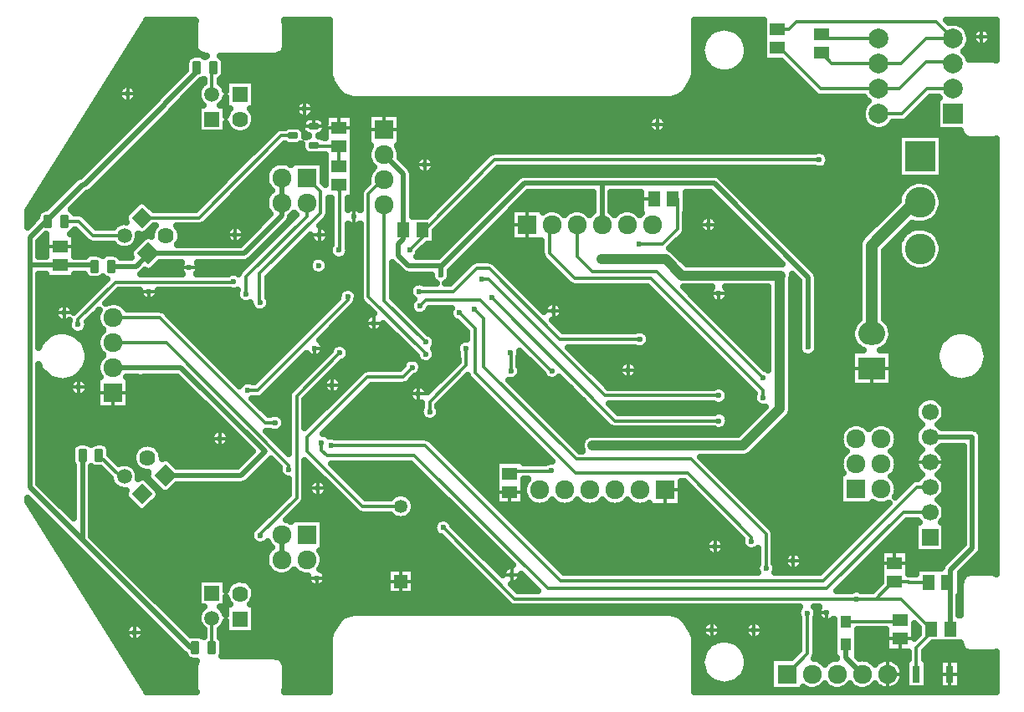
<source format=gbr>
G04 DipTrace 5.1.0.3*
G04 1 - Âåðõíèé.gbr*
%MOMM*%
G04 #@! TF.FileFunction,Copper,L1,Top*
G04 #@! TF.Part,Single*
%AMOUTLINE6*
4,1,4,
0.00002,-1.06066,
-1.06066,-0.00002,
-0.00002,1.06066,
1.06066,0.00002,
0.00002,-1.06066,
0*%
%AMOUTLINE9*
4,1,4,
1.06066,0.0,
0.0,-1.06066,
-1.06066,0.0,
0.0,1.06066,
1.06066,0.0,
0*%
%AMOUTLINE18*
4,1,4,
0.0,1.14551,
1.14551,0.0,
0.0,-1.14551,
-1.14551,0.0,
0.0,1.14551,
0*%
%AMOUTLINE21*
4,1,4,
1.14551,0.00003,
0.00003,-1.14551,
-1.14551,-0.00003,
-0.00003,1.14551,
1.14551,0.00003,
0*%
%AMOUTLINE30*
4,1,28,
-0.505,-0.155,
-0.505,0.155,
-0.49989,0.19382,
-0.4849,0.23,
-0.46107,0.26107,
-0.43,0.2849,
-0.39382,0.29989,
-0.355,0.305,
0.355,0.305,
0.39382,0.29989,
0.43,0.2849,
0.46107,0.26107,
0.4849,0.23,
0.49989,0.19382,
0.505,0.155,
0.505,-0.155,
0.49989,-0.19382,
0.4849,-0.23,
0.46107,-0.26107,
0.43,-0.2849,
0.39382,-0.29989,
0.355,-0.305,
-0.355,-0.305,
-0.39382,-0.29989,
-0.43,-0.2849,
-0.46107,-0.26107,
-0.4849,-0.23,
-0.49989,-0.19382,
-0.505,-0.155,
0*%
%AMOUTLINE33*
4,1,28,
0.505,0.155,
0.505,-0.155,
0.49989,-0.19382,
0.4849,-0.23,
0.46107,-0.26107,
0.43,-0.2849,
0.39382,-0.29989,
0.355,-0.305,
-0.355,-0.305,
-0.39382,-0.29989,
-0.43,-0.2849,
-0.46107,-0.26107,
-0.4849,-0.23,
-0.49989,-0.19382,
-0.505,-0.155,
-0.505,0.155,
-0.49989,0.19382,
-0.4849,0.23,
-0.46107,0.26107,
-0.43,0.2849,
-0.39382,0.29989,
-0.355,0.305,
0.355,0.305,
0.39382,0.29989,
0.43,0.2849,
0.46107,0.26107,
0.4849,0.23,
0.49989,0.19382,
0.505,0.155,
0*%
%AMOUTLINE36*
4,1,28,
-0.22002,0.65999,
0.21998,0.66001,
0.27692,0.65251,
0.32998,0.63054,
0.37555,0.59557,
0.41051,0.55001,
0.43249,0.49695,
0.43999,0.44001,
0.44001,-0.43999,
0.43252,-0.49693,
0.41054,-0.54999,
0.37558,-0.59555,
0.33002,-0.63052,
0.27696,-0.6525,
0.22002,-0.65999,
-0.21998,-0.66001,
-0.27692,-0.65251,
-0.32998,-0.63054,
-0.37555,-0.59557,
-0.41051,-0.55001,
-0.43249,-0.49695,
-0.43999,-0.44001,
-0.44001,0.43999,
-0.43252,0.49693,
-0.41054,0.54999,
-0.37558,0.59555,
-0.33002,0.63052,
-0.27696,0.6525,
-0.22002,0.65999,
0*%
%AMOUTLINE39*
4,1,28,
0.22002,-0.65999,
-0.21998,-0.66001,
-0.27692,-0.65251,
-0.32998,-0.63054,
-0.37555,-0.59557,
-0.41051,-0.55001,
-0.43249,-0.49695,
-0.43999,-0.44001,
-0.44001,0.43999,
-0.43252,0.49693,
-0.41054,0.54999,
-0.37558,0.59555,
-0.33002,0.63052,
-0.27696,0.6525,
-0.22002,0.65999,
0.21998,0.66001,
0.27692,0.65251,
0.32998,0.63054,
0.37555,0.59557,
0.41051,0.55001,
0.43249,0.49695,
0.43999,0.44001,
0.44001,-0.43999,
0.43252,-0.49693,
0.41054,-0.54999,
0.37558,-0.59555,
0.33002,-0.63052,
0.27696,-0.6525,
0.22002,-0.65999,
0*%
G04 #@! TA.AperFunction,Conductor*
%ADD14C,0.5*%
G04 #@! TA.AperFunction,CopperBalancing*
%ADD16C,0.33*%
G04 #@! TA.AperFunction,Conductor*
%ADD18C,1.2*%
%ADD19C,1.016*%
G04 #@! TA.AperFunction,CopperBalancing*
%ADD20C,0.635*%
G04 #@! TA.AperFunction,ComponentPad*
%ADD22R,2.7X2.3*%
%ADD23O,2.7X2.3*%
%ADD24R,1.7X1.7*%
%ADD25C,1.7*%
%ADD26R,1.92X1.92*%
%ADD27C,1.92*%
%ADD28R,1.3X1.5*%
%ADD29R,1.5X1.3*%
G04 #@! TA.AperFunction,ComponentPad*
%ADD32R,1.5X1.5*%
%ADD33C,1.5*%
%ADD35R,1.1X1.25*%
G04 #@! TA.AperFunction,ComponentPad*
%ADD36R,1.35X1.35*%
%ADD37C,1.35*%
%ADD38C,1.62*%
%ADD39R,1.62X1.62*%
%ADD40R,0.8X1.7*%
G04 #@! TA.AperFunction,ComponentPad*
%ADD41R,2.0X2.0*%
%ADD42C,2.0*%
%ADD43R,3.1X3.1*%
%ADD44C,3.1*%
G04 #@! TA.AperFunction,ViaPad*
%ADD48C,0.6*%
G04 #@! TA.AperFunction,ComponentPad*
%ADD117OUTLINE6*%
%ADD120OUTLINE9*%
%ADD129OUTLINE18*%
%ADD132OUTLINE21*%
%ADD141OUTLINE30*%
%ADD144OUTLINE33*%
%ADD147OUTLINE36*%
%ADD150OUTLINE39*%
%FSLAX35Y35*%
G04*
G71*
G90*
G75*
G01*
G04 Top*
%LPD*%
X9544630Y1278540D2*
D14*
X9379717Y1443453D1*
Y1577130D1*
X10435037Y1735650D2*
Y2223590D1*
Y2329547D1*
X10661287Y2555797D1*
Y3679970D1*
X10231100D1*
X6912753Y5827947D2*
Y6250563D1*
X6127637D1*
X5281537Y5404463D1*
Y5321363D1*
X3670283Y2436727D2*
Y2690727D1*
X3670277D1*
X3670237Y6052663D2*
Y6306663D1*
X10407257Y2210117D2*
X10420730Y2223590D1*
X10435037D1*
X5281537Y5321363D2*
Y5417063D1*
X4951837D1*
X4848637Y5520263D1*
Y5635363D1*
X4901737Y5688463D1*
Y5776853D1*
X4705250Y6539663D2*
X4901737Y6343177D1*
Y5776853D1*
X2491537Y3290460D2*
X3258633D1*
X3500487Y3532313D1*
X2650727Y4382073D1*
X2244937D1*
X1964180D1*
X3670237Y6052663D2*
Y5922263D1*
X3287433Y5539460D1*
X2319237D1*
X1943937Y5409967D2*
X2195540D1*
X2319237Y5533663D1*
Y5539460D1*
X8996737Y4590463D2*
Y5299463D1*
X8045637Y6250563D1*
X6912753D1*
X2244937Y4379863D2*
Y4382073D1*
X4875417Y2977843D2*
D16*
X4487437D1*
X3930290Y3534990D1*
Y3679473D1*
X4540170Y4289353D1*
X4899027D1*
X4989157Y4379483D1*
Y4384303D1*
X3924237Y6306663D2*
X4060280Y6170620D1*
Y5947810D1*
X3447723Y5335253D1*
Y5064613D1*
X3450663Y5061673D1*
Y5042003D1*
X3924237Y6052663D2*
Y5918363D1*
X3309220Y5303347D1*
Y5126273D1*
X8782630Y1278540D2*
X8987910Y1483820D1*
Y1896240D1*
X4251337Y5573663D2*
X4256037Y5578363D1*
Y6172493D1*
X4251537Y6176993D1*
Y6234863D1*
X1610537Y4819763D2*
Y4872963D1*
X1986537Y5248963D1*
X3176637D1*
X3182037Y5254363D1*
X2794537Y1543963D2*
D14*
X2747137D1*
X1653537Y2637563D1*
Y3494563D1*
X1429540Y5419763D2*
X1765133D1*
X1774937Y5409960D1*
X2810237Y7423863D2*
Y7379563D1*
X2487237Y7056563D1*
Y7048763D1*
X1674437Y6235963D1*
X1654437D1*
X1303237Y5884763D1*
X1120537Y5702063D1*
Y5419763D1*
Y3170563D1*
X2747137Y1543963D1*
X1303237Y5865760D2*
Y5884763D1*
X1429540Y5419763D2*
X1120537D1*
X9710457Y6953527D2*
D16*
X9945747D1*
X10199773Y7207553D1*
X10464697D1*
X9710447Y7207527D2*
X9918300D1*
X10188050Y7477277D1*
X10464740D1*
Y7461553D1*
X8686483Y7621933D2*
X8713860D1*
X9128267Y7207527D1*
X9710447D1*
X9710440Y7461527D2*
X9940117D1*
X10194143Y7715553D1*
X10464730D1*
X8686470Y7811933D2*
X8801120D1*
X8879317Y7890130D1*
X10290153D1*
X10464730Y7715553D1*
X9130327Y7570350D2*
X9239150Y7461527D1*
X9710440D1*
X9111640Y6488863D2*
X5823337D1*
X5126637Y5792163D1*
X5091737Y5776873D1*
Y5702463D1*
X4963737Y5574463D1*
X8096110Y3844457D2*
X7043917D1*
X5797057Y5091317D1*
Y5097797D1*
X6404313Y4352233D2*
X6398743D1*
X5681337Y5069640D1*
X5130937D1*
X5069007Y5007710D1*
X3326537Y4153263D2*
X3425827D1*
X4337210Y5064647D1*
Y5098063D1*
X4254837Y4531263D2*
X3822437Y4098863D1*
Y3065163D1*
X3454137Y2696863D1*
Y2682663D1*
X5305037Y2762763D2*
X6026613Y2041187D1*
X9484890D1*
X9684593D1*
X9856110Y2212703D1*
X9871390D1*
X10245037Y1735650D2*
Y1699643D1*
X10092260Y1546867D1*
Y1278537D1*
X9871390Y2212703D2*
X10010467D1*
X10013067Y2210103D1*
X10217257D1*
X9484890Y2039627D2*
Y2041187D1*
X10245037Y1735650D2*
X9939500Y2041187D1*
X9684593D1*
X6404753Y5827933D2*
X6382900D1*
Y5542083D1*
X6636337Y5288647D1*
X7407170D1*
X8541827Y4153990D1*
Y4081060D1*
X8536610Y4281890D2*
X7463853Y5354647D1*
X6816500D1*
X6658753Y5512393D1*
Y5827940D1*
X5537090Y4577243D2*
Y4405433D1*
X5167660Y4036003D1*
Y3937187D1*
X5700217Y5276947D2*
X5765977D1*
X6942383Y4100540D1*
X8088493D1*
X5984927Y4536390D2*
X5989273Y4532043D1*
Y4348937D1*
X5065090Y5155203D2*
X5411137D1*
X5644590Y5388657D1*
X5768780D1*
X6486577Y4670860D1*
X7294080D1*
X10231127Y2917970D2*
X9959973D1*
X9185680Y2143677D1*
X6361523D1*
X5012847Y3492353D1*
X4127347D1*
X4072037Y3547663D1*
Y3622363D1*
X5126937Y4518663D2*
Y4523863D1*
X4546837Y5103963D1*
Y6141263D1*
X4691237Y6285663D1*
X4705263D1*
X5470010Y4939403D2*
X5628470Y4780943D1*
Y4329583D1*
X6640820Y3317233D1*
X7775283D1*
X8425387Y2667130D1*
Y2623600D1*
X3742937Y3350463D2*
Y3395217D1*
X2502080Y4636073D1*
X1964173D1*
X1964170Y4890073D2*
X2434690D1*
X3500427Y3824337D1*
X3601793D1*
X10231117Y3171970D2*
X10096427D1*
X9150293Y2225837D1*
X6488463D1*
X5118270Y3596030D1*
X4178003D1*
X4175337Y3593363D1*
X5127337Y4640763D2*
X4705277Y5062823D1*
Y6031663D1*
X5621410Y4972930D2*
X5715407Y4878933D1*
Y4394247D1*
X6654230Y3455423D1*
X7810933D1*
X8571453Y2694903D1*
Y2351313D1*
X9640853Y4726447D2*
D18*
Y5620537D1*
X10077060Y6056743D1*
X10129747D1*
X6817133Y3592320D2*
D19*
X8335827D1*
X8712197Y3968690D1*
Y5317050D1*
X7790143D1*
X7718753D1*
X7555980Y5479823D1*
X6905420D1*
X7790143Y5317050D2*
D3*
X8718077Y5318040D2*
X8717087Y5317050D1*
X7790143D1*
X2963537Y1543963D2*
D16*
X2964640Y1545067D1*
Y1846163D1*
X2078433Y3280363D2*
X2036737D1*
X1822537Y3494563D1*
X1472237Y5865767D2*
X1615533D1*
X1760337Y5720963D1*
X2078437D1*
X4251140Y6626263D2*
Y6532707D1*
X4251537Y6532310D1*
Y6424863D1*
X3994537Y6637163D2*
Y6626263D1*
X4251140D1*
X7291223Y5638307D2*
X7524613D1*
X7674493Y5788187D1*
Y6088547D1*
X7629113D1*
X6395837Y3339270D2*
X6391980Y3335413D1*
X6001930D1*
X5977833Y3311317D1*
X2964633Y7154163D2*
Y7409260D1*
X2979237Y7423863D1*
X9928720Y1825247D2*
Y1812130D1*
X9379710D1*
X9710430Y7715527D2*
X9130320D1*
Y7760350D1*
X2258040Y5900567D2*
X2832640D1*
X3664237Y6732163D1*
X3783537D1*
D48*
X9111640Y6488863D3*
X4337210Y5098063D3*
X5305037Y2762763D3*
X4963737Y5574463D3*
X4251337Y5573663D3*
X3601793Y3824337D3*
X3742937Y3350463D3*
X8996737Y4590463D3*
X3326537Y4153263D3*
X3309220Y5126273D3*
X5281537Y5321363D3*
X7294080Y4670860D3*
X5470010Y4939403D3*
X5621410Y4972930D3*
X4989157Y4384303D3*
X4400137Y5911863D3*
X6404313Y4352233D3*
X2110437Y7157563D3*
X6905420Y5479823D3*
X5989273Y4348937D3*
X5984927Y4536390D3*
X5069007Y5007710D3*
X5065090Y5155203D3*
X7291223Y5638307D3*
X4254837Y4531263D3*
X6817133Y3592320D3*
X6395837Y3339270D3*
X8718077Y5318040D3*
X8096110Y3844457D3*
X5797057Y5097797D3*
X8088493Y4100540D3*
X5700217Y5276947D3*
X8536610Y4281890D3*
X8541827Y4081060D3*
X5537090Y4577243D3*
X5167660Y3937187D3*
X4175337Y3593363D3*
X4072037Y3622363D3*
X5127337Y4640763D3*
X5126937Y4518663D3*
X4043737Y5417063D3*
X7790143Y5317050D3*
X9484890Y2039627D3*
X3450663Y5042003D3*
X3454137Y2682663D3*
X3200737Y5731763D3*
X8848503Y2423967D3*
X4184280Y4206917D3*
X8054853Y2572917D3*
X9188503Y1902193D3*
X4025980Y2252197D3*
X7178117Y4358460D3*
X7472197Y6848897D3*
X10752533Y7733393D3*
X8095390Y5132460D3*
X5118687Y6436840D3*
X3904137Y7003963D3*
X6420017Y4957997D3*
X1616727Y4183537D3*
X4001137Y4579963D3*
X5054347Y4116047D3*
X5999547Y2285323D3*
X4036937Y3160063D3*
X8571453Y2351313D3*
X8987910Y1896240D3*
X8425387Y2623600D3*
X7989437Y5831763D3*
X2735637Y5395163D3*
X4054037Y5724663D3*
X4603637Y4834863D3*
X2327837Y5157163D3*
X1467437Y4938663D3*
X3046437Y3666663D3*
X2244937Y4379863D3*
X3182037Y5254363D3*
X1610537Y4819763D3*
X8021337Y1725863D3*
X8451637Y1723163D3*
X2183637Y1702563D3*
X2271063Y7839083D2*
D20*
X2785687D1*
X3714312D2*
X4145902D1*
X7854110D2*
X8539268D1*
X10581740D2*
X10895889D1*
X2231597Y7775917D2*
X2785687D1*
X3714312D2*
X4145902D1*
X7854110D2*
X7996130D1*
X8303869D2*
X8539268D1*
X10625536D2*
X10660277D1*
X10844787D2*
X10895889D1*
X2192131Y7712750D2*
X2785687D1*
X3714312D2*
X4145902D1*
X7854110D2*
X7939847D1*
X8360151D2*
X8539268D1*
X10852489D2*
X10895889D1*
X2152664Y7649583D2*
X2785687D1*
X3714312D2*
X4145902D1*
X7854110D2*
X7920160D1*
X8379839D2*
X8539268D1*
X10623257D2*
X10699652D1*
X10805412D2*
X10895889D1*
X2113198Y7586417D2*
X2806423D1*
X3693576D2*
X4145902D1*
X7854110D2*
X7911546D1*
X8388452D2*
X8539268D1*
X10580236D2*
X10895889D1*
X2073732Y7523250D2*
X2713682D1*
X3075789D2*
X4145902D1*
X7854110D2*
X7927451D1*
X8372547D2*
X8539268D1*
X10625034D2*
X10895889D1*
X2034220Y7460083D2*
X2694040D1*
X3095431D2*
X4145902D1*
X7854110D2*
X7960173D1*
X8339871D2*
X8752914D1*
X1994754Y7396917D2*
X2692764D1*
X3095431D2*
X4145902D1*
X7854110D2*
X8029580D1*
X8270418D2*
X8816078D1*
X1955288Y7333750D2*
X2629600D1*
X3082352D2*
X4151553D1*
X7848413D2*
X8879242D1*
X1915822Y7270583D2*
X2566436D1*
X2836076D2*
X2875921D1*
X3053322D2*
X3095948D1*
X3402319D2*
X4179125D1*
X7820887D2*
X8942406D1*
X1876356Y7207417D2*
X2022204D1*
X2198648D2*
X2503272D1*
X2772912D2*
X2827888D1*
X3402319D2*
X4221234D1*
X7778823D2*
X9005570D1*
X1836890Y7144250D2*
X2009170D1*
X2211727D2*
X2440108D1*
X2709748D2*
X2817770D1*
X3402319D2*
X4275010D1*
X7725002D2*
X9069235D1*
X1797424Y7081083D2*
X2046312D1*
X2174585D2*
X2384737D1*
X2646584D2*
X2837868D1*
X3402319D2*
X3840882D1*
X3967424D2*
X9596787D1*
X10196102D2*
X10292504D1*
X1757957Y7017917D2*
X2321573D1*
X2583420D2*
X2817451D1*
X3402319D2*
X3802966D1*
X4005295D2*
X9551260D1*
X10132938D2*
X10292504D1*
X1718491Y6954750D2*
X2258408D1*
X2528049D2*
X2817451D1*
X3390881D2*
X3815544D1*
X3992717D2*
X4537054D1*
X4873413D2*
X9538272D1*
X10069774D2*
X10292504D1*
X1679025Y6891583D2*
X2195244D1*
X2464885D2*
X2817451D1*
X3402183D2*
X3888324D1*
X4398316D2*
X4537054D1*
X4873413D2*
X7380030D1*
X7564357D2*
X9550257D1*
X10006382D2*
X10292504D1*
X1639559Y6828417D2*
X2132080D1*
X2401720D2*
X2817451D1*
X3384865D2*
X3737751D1*
X3829338D2*
X3871826D1*
X4398316D2*
X4537054D1*
X4873413D2*
X7372191D1*
X7572196D2*
X9595238D1*
X9825685D2*
X10292504D1*
X1600047Y6765250D2*
X2068871D1*
X2338556D2*
X2817451D1*
X3111838D2*
X3179711D1*
X3318556D2*
X3574509D1*
X4398316D2*
X4537054D1*
X4873413D2*
X7419040D1*
X7525347D2*
X10541468D1*
X1560581Y6702083D2*
X2005707D1*
X2275392D2*
X3511345D1*
X4398361D2*
X4537054D1*
X4873413D2*
X9902536D1*
X10356929D2*
X10598207D1*
X1521115Y6638917D2*
X1942543D1*
X2212228D2*
X3448181D1*
X4398361D2*
X4537054D1*
X4873413D2*
X9902536D1*
X10356929D2*
X10895889D1*
X1481649Y6575750D2*
X1879379D1*
X2149064D2*
X3385017D1*
X3630640D2*
X3886136D1*
X4398361D2*
X4541110D1*
X4869357D2*
X9064815D1*
X9158452D2*
X9902536D1*
X10356929D2*
X10895889D1*
X1442183Y6512583D2*
X1816214D1*
X2085900D2*
X3321852D1*
X3567476D2*
X4103929D1*
X4398726D2*
X4539333D1*
X4871180D2*
X5053578D1*
X5183765D2*
X5724229D1*
X9210861D2*
X9902536D1*
X10356929D2*
X10895889D1*
X1402717Y6449417D2*
X1753050D1*
X2022736D2*
X3258688D1*
X3504312D2*
X3587634D1*
X4398726D2*
X4564535D1*
X4930334D2*
X5017302D1*
X5220041D2*
X5661065D1*
X9205347D2*
X9902536D1*
X10356929D2*
X10895889D1*
X1363250Y6386250D2*
X1689886D1*
X1959572D2*
X3195524D1*
X3441148D2*
X3522966D1*
X4398726D2*
X4572100D1*
X4988075D2*
X5030928D1*
X5206460D2*
X5597901D1*
X5843524D2*
X9902536D1*
X10356929D2*
X10895889D1*
X1323784Y6323083D2*
X1622302D1*
X1896408D2*
X3132360D1*
X3377983D2*
X3502868D1*
X4398726D2*
X4541429D1*
X4998921D2*
X5534737D1*
X5780360D2*
X6066573D1*
X8106720D2*
X9902536D1*
X10356929D2*
X10895889D1*
X1284318Y6259917D2*
X1543552D1*
X1833244D2*
X3069196D1*
X3314819D2*
X3508929D1*
X4398726D2*
X4539105D1*
X4998921D2*
X5471573D1*
X5717196D2*
X6002178D1*
X8171115D2*
X10036839D1*
X10222671D2*
X10895889D1*
X1244852Y6196750D2*
X1480388D1*
X1770034D2*
X3006032D1*
X3251655D2*
X3545069D1*
X4398726D2*
X4479632D1*
X4998921D2*
X5408408D1*
X5654032D2*
X5939014D1*
X8234279D2*
X9952575D1*
X10306890D2*
X10895889D1*
X1205340Y6133583D2*
X1417224D1*
X1686909D2*
X2942868D1*
X3188446D2*
X3523695D1*
X4398726D2*
X4458122D1*
X4998921D2*
X5345244D1*
X5590868D2*
X5875804D1*
X6145490D2*
X6815563D1*
X7009963D2*
X7301918D1*
X7766336D2*
X8027803D1*
X8297443D2*
X9916345D1*
X10343166D2*
X10895889D1*
X1165874Y6070417D2*
X1354060D1*
X1623700D2*
X2235303D1*
X2280770D2*
X2879658D1*
X3125282D2*
X3503005D1*
X4344722D2*
X4458122D1*
X4998921D2*
X5282080D1*
X5527704D2*
X5812640D1*
X6082326D2*
X6815563D1*
X7009963D2*
X7301918D1*
X7766336D2*
X8090967D1*
X8360607D2*
X9902992D1*
X10356519D2*
X10895889D1*
X1126408Y6007250D2*
X1290895D1*
X1560536D2*
X2159196D1*
X2356877D2*
X2816494D1*
X3062118D2*
X3508519D1*
X4344722D2*
X4384385D1*
X4415883D2*
X4458122D1*
X4998921D2*
X5218916D1*
X5464539D2*
X5749476D1*
X6019162D2*
X6815563D1*
X7009963D2*
X7301918D1*
X7766336D2*
X8154131D1*
X8423771D2*
X9843246D1*
X10351323D2*
X10895889D1*
X1104123Y5944083D2*
X1194007D1*
X1647352D2*
X2096214D1*
X2998954D2*
X3543884D1*
X4998921D2*
X5155752D1*
X5401375D2*
X5686312D1*
X7763192D2*
X8217295D1*
X8486935D2*
X9780082D1*
X10326030D2*
X10895889D1*
X1104123Y5880917D2*
X1164567D1*
X1723185D2*
X2082770D1*
X2935789D2*
X3494073D1*
X4116219D2*
X4167321D1*
X5338211D2*
X5623148D1*
X5892834D2*
X5982536D1*
X7763192D2*
X7900791D1*
X8078055D2*
X8280459D1*
X8550099D2*
X9716918D1*
X10269748D2*
X10895889D1*
X1786349Y5817750D2*
X1969750D1*
X2613954D2*
X3152048D1*
X3249422D2*
X3430908D1*
X4083224D2*
X4167321D1*
X4424657D2*
X4458122D1*
X5275047D2*
X5559984D1*
X5829670D2*
X5982536D1*
X7763192D2*
X7888259D1*
X8090588D2*
X8343623D1*
X8613263D2*
X9653754D1*
X10022378D2*
X10895889D1*
X1557209Y5754583D2*
X1603890D1*
X2317593D2*
X2350010D1*
X2647677D2*
X3101280D1*
X3300191D2*
X3367744D1*
X4344722D2*
X4458122D1*
X5228927D2*
X5496820D1*
X5766506D2*
X5982536D1*
X7756037D2*
X7926267D1*
X8052625D2*
X8406787D1*
X8676427D2*
X9590589D1*
X10279637D2*
X10895889D1*
X1244715Y5691417D2*
X1282328D1*
X1576714D2*
X1667054D1*
X2222482D2*
X2257178D1*
X2649409D2*
X3107432D1*
X4344722D2*
X4458122D1*
X5228927D2*
X5433656D1*
X5703342D2*
X5982536D1*
X7700529D2*
X8469951D1*
X8739637D2*
X9530524D1*
X9896050D2*
X9928923D1*
X10330588D2*
X10895889D1*
X1217736Y5628250D2*
X1282328D1*
X1576714D2*
X1966058D1*
X3863517D2*
X4166182D1*
X4344722D2*
X4458122D1*
X5140334D2*
X5370492D1*
X5640177D2*
X6294209D1*
X7637365D2*
X8533116D1*
X8802801D2*
X9508877D1*
X9832886D2*
X9906501D1*
X10353010D2*
X10895889D1*
X1217736Y5565083D2*
X1282328D1*
X1576714D2*
X2137686D1*
X3800353D2*
X4149502D1*
X4353153D2*
X4458122D1*
X5077170D2*
X5307328D1*
X5576968D2*
X6294209D1*
X7641922D2*
X8596280D1*
X8865965D2*
X9508649D1*
X9773049D2*
X9903630D1*
X10355881D2*
X10895889D1*
X2045887Y5501917D2*
X2144248D1*
X3737189D2*
X3992823D1*
X4094663D2*
X4181449D1*
X4321252D2*
X4458122D1*
X5513804D2*
X6304645D1*
X7705223D2*
X8659444D1*
X8929129D2*
X9508649D1*
X9773049D2*
X9919489D1*
X10340021D2*
X10895889D1*
X2432573Y5438750D2*
X2643910D1*
X2827371D2*
X3321807D1*
X3674025D2*
X3944014D1*
X4143472D2*
X4458122D1*
X5450640D2*
X5571879D1*
X5841519D2*
X6363435D1*
X7768387D2*
X8722608D1*
X8992293D2*
X9508649D1*
X9773049D2*
X9959457D1*
X10300008D2*
X10895889D1*
X2369227Y5375583D2*
X2635479D1*
X2835802D2*
X3258643D1*
X3610861D2*
X3950987D1*
X4136499D2*
X4458122D1*
X4793980D2*
X4858480D1*
X5387476D2*
X5508714D1*
X5904683D2*
X6426599D1*
X9055457D2*
X9508649D1*
X9773049D2*
X10058714D1*
X10200796D2*
X10895889D1*
X1217736Y5312417D2*
X1282328D1*
X1576760D2*
X1676944D1*
X3547697D2*
X4458122D1*
X4793980D2*
X5179769D1*
X5383329D2*
X5445550D1*
X5967847D2*
X6489763D1*
X9093010D2*
X9508649D1*
X9773049D2*
X10895889D1*
X1217736Y5249250D2*
X1864020D1*
X3536441D2*
X4458122D1*
X4793980D2*
X5040225D1*
X5089930D2*
X5212035D1*
X6031011D2*
X6552927D1*
X8835204D2*
X8899522D1*
X9093921D2*
X9508649D1*
X9773049D2*
X10895889D1*
X1217736Y5186083D2*
X1800856D1*
X3536441D2*
X4292920D1*
X4381499D2*
X4458122D1*
X4793980D2*
X4967992D1*
X6094175D2*
X7386911D1*
X7755217D2*
X8009574D1*
X8181187D2*
X8589216D1*
X8835204D2*
X8899522D1*
X9093921D2*
X9508649D1*
X9773049D2*
X10895889D1*
X1217736Y5122917D2*
X1737692D1*
X1983316D2*
X2231976D1*
X2423732D2*
X3207100D1*
X3536441D2*
X4238278D1*
X4793980D2*
X4968493D1*
X6157339D2*
X7450075D1*
X7818381D2*
X7993669D1*
X8197092D2*
X8589216D1*
X8835204D2*
X8899522D1*
X9093921D2*
X9508649D1*
X9773049D2*
X10895889D1*
X1217736Y5059750D2*
X1674528D1*
X1920151D2*
X3233851D1*
X3551206D2*
X4209522D1*
X4431401D2*
X4471019D1*
X4831167D2*
X4982165D1*
X6220503D2*
X7513239D1*
X7881545D2*
X8026573D1*
X8164188D2*
X8589216D1*
X8835204D2*
X8899522D1*
X9093921D2*
X9508649D1*
X9773049D2*
X10895889D1*
X1217736Y4996583D2*
X1384730D1*
X1550145D2*
X1611364D1*
X2092371D2*
X3359906D1*
X3541408D2*
X4146358D1*
X4391935D2*
X4531403D1*
X4894331D2*
X4967445D1*
X6283667D2*
X6325928D1*
X6514129D2*
X7576403D1*
X7944709D2*
X8589216D1*
X8835204D2*
X8899522D1*
X9093921D2*
X9508649D1*
X9773049D2*
X10895889D1*
X1217736Y4933417D2*
X1365362D1*
X2514149D2*
X4083148D1*
X4328771D2*
X4594567D1*
X4957495D2*
X5002080D1*
X5135913D2*
X5367985D1*
X6519006D2*
X7639567D1*
X8007873D2*
X8589216D1*
X8835204D2*
X8899522D1*
X9093921D2*
X9508649D1*
X9773049D2*
X10895889D1*
X1217736Y4870250D2*
X1393936D1*
X1730614D2*
X1797211D1*
X2577313D2*
X4019984D1*
X4265607D2*
X4508207D1*
X5020659D2*
X5397289D1*
X6464956D2*
X7702777D1*
X8071082D2*
X8589216D1*
X8835204D2*
X8899522D1*
X9093921D2*
X9504821D1*
X9776877D2*
X10895889D1*
X1217736Y4807083D2*
X1509190D1*
X1711883D2*
X1818858D1*
X2640477D2*
X3956820D1*
X4202443D2*
X4505563D1*
X5083823D2*
X5479502D1*
X6473159D2*
X7765941D1*
X8134246D2*
X8589216D1*
X8835204D2*
X8899522D1*
X9093921D2*
X9452640D1*
X9829103D2*
X10895889D1*
X1217736Y4743917D2*
X1377074D1*
X1675470D2*
X1837132D1*
X2703641D2*
X3893656D1*
X4139279D2*
X4567041D1*
X4640262D2*
X4784060D1*
X5146987D2*
X5539750D1*
X7362469D2*
X7829105D1*
X8197411D2*
X8589216D1*
X8835204D2*
X8899522D1*
X9093921D2*
X9434502D1*
X9847196D2*
X10477074D1*
X10622938D2*
X10895889D1*
X1217736Y4680750D2*
X1266833D1*
X1633179D2*
X1802269D1*
X2766805D2*
X3830492D1*
X4076115D2*
X4847224D1*
X5220816D2*
X5539750D1*
X7395783D2*
X7892269D1*
X8260575D2*
X8589216D1*
X8835204D2*
X8899522D1*
X9093921D2*
X9439515D1*
X9842183D2*
X10366833D1*
X10733179D2*
X10895889D1*
X1685451Y4617583D2*
X1797028D1*
X2829969D2*
X3767328D1*
X4095666D2*
X4206833D1*
X4302840D2*
X4910388D1*
X5226694D2*
X5443773D1*
X7380106D2*
X7955433D1*
X8323739D2*
X8589216D1*
X8835204D2*
X8898474D1*
X9095015D2*
X9470095D1*
X9811603D2*
X10314561D1*
X10785451D2*
X10895889D1*
X1703543Y4554417D2*
X1818083D1*
X2893179D2*
X3704164D1*
X4099858D2*
X4155199D1*
X4354201D2*
X4973552D1*
X5222228D2*
X5437666D1*
X6611336D2*
X8018597D1*
X8386903D2*
X8589216D1*
X8835204D2*
X8901573D1*
X9091916D2*
X9433682D1*
X9848062D2*
X10296468D1*
X10803543D2*
X10895889D1*
X1713934Y4491250D2*
X1838363D1*
X2956343D2*
X3641000D1*
X3886623D2*
X3958506D1*
X4043758D2*
X4092035D1*
X4348276D2*
X5028741D1*
X5225145D2*
X5448376D1*
X6077996D2*
X6136937D1*
X6674500D2*
X8081761D1*
X8450067D2*
X8589216D1*
X8835204D2*
X9433682D1*
X9848062D2*
X10286078D1*
X10813934D2*
X10895889D1*
X1698849Y4428083D2*
X1802634D1*
X3019507D2*
X3577836D1*
X3823459D2*
X4028825D1*
X4274448D2*
X4897536D1*
X5164624D2*
X5436937D1*
X6077996D2*
X6200101D1*
X6737664D2*
X7105908D1*
X7250360D2*
X8144925D1*
X8513231D2*
X8589216D1*
X8835204D2*
X9433682D1*
X9848062D2*
X10301162D1*
X10798849D2*
X10895889D1*
X1675926Y4364917D2*
X1796892D1*
X3082671D2*
X3514671D1*
X3760295D2*
X3965661D1*
X4211284D2*
X4501097D1*
X5089383D2*
X5373773D1*
X6090119D2*
X6263265D1*
X6800829D2*
X7076149D1*
X7280119D2*
X8208089D1*
X8835204D2*
X9433682D1*
X9848062D2*
X10324086D1*
X10775926D2*
X10895889D1*
X1217736Y4301750D2*
X1284333D1*
X1615679D2*
X1817308D1*
X3145835D2*
X3451507D1*
X3697131D2*
X3902497D1*
X4204539D2*
X4429776D1*
X5044220D2*
X5310609D1*
X6079045D2*
X6316494D1*
X6863993D2*
X7094515D1*
X7261753D2*
X8271254D1*
X8835204D2*
X9433682D1*
X9848062D2*
X10384333D1*
X10715679D2*
X10895889D1*
X1217736Y4238583D2*
X1531931D1*
X1701538D2*
X1795980D1*
X2132385D2*
X2659405D1*
X3208999D2*
X3276507D1*
X3633967D2*
X3839333D1*
X4281102D2*
X4366612D1*
X4971076D2*
X5247445D1*
X5493068D2*
X5596670D1*
X5993869D2*
X6526996D1*
X6927157D2*
X8334418D1*
X8835204D2*
X9433682D1*
X9848062D2*
X10895889D1*
X1217736Y4175417D2*
X1514886D1*
X1718582D2*
X1795980D1*
X2132385D2*
X2722569D1*
X3570802D2*
X3776169D1*
X4021792D2*
X4087386D1*
X4549025D2*
X4972731D1*
X5135959D2*
X5184281D1*
X5429904D2*
X5659834D1*
X6057033D2*
X6590160D1*
X8154663D2*
X8397582D1*
X8835204D2*
X10895889D1*
X1217736Y4112250D2*
X1546286D1*
X1687137D2*
X1795980D1*
X2132385D2*
X2785733D1*
X3507638D2*
X3734834D1*
X3958628D2*
X4162901D1*
X4205633D2*
X4240238D1*
X4485861D2*
X4952224D1*
X5366740D2*
X5722998D1*
X6120197D2*
X6653324D1*
X8189982D2*
X8444841D1*
X8835204D2*
X10895889D1*
X1217736Y4049083D2*
X1795980D1*
X2132385D2*
X2848897D1*
X3398491D2*
X3733741D1*
X3911141D2*
X4177074D1*
X4422697D2*
X4979431D1*
X5303530D2*
X5786162D1*
X6183361D2*
X6716488D1*
X8175718D2*
X8445114D1*
X8835204D2*
X10127256D1*
X10334917D2*
X10895889D1*
X1217736Y3985917D2*
X1795980D1*
X2132385D2*
X2912061D1*
X3461655D2*
X3733741D1*
X3911141D2*
X4113910D1*
X4359533D2*
X5078780D1*
X5256545D2*
X5849326D1*
X6246525D2*
X6779652D1*
X7025275D2*
X8523864D1*
X8835204D2*
X10083096D1*
X10379077D2*
X10895889D1*
X1217736Y3922750D2*
X2975225D1*
X3524819D2*
X3733741D1*
X3911141D2*
X4050746D1*
X4296369D2*
X5066566D1*
X5268758D2*
X5912491D1*
X6309735D2*
X6842816D1*
X8157762D2*
X8494925D1*
X8825770D2*
X10074300D1*
X10387873D2*
X10895889D1*
X1217736Y3859583D2*
X3038389D1*
X3697267D2*
X3733741D1*
X3911141D2*
X3987582D1*
X4233205D2*
X5105030D1*
X5230249D2*
X5975655D1*
X6372899D2*
X6905980D1*
X8197092D2*
X8431761D1*
X8774409D2*
X10093487D1*
X10368687D2*
X10895889D1*
X1217736Y3796417D2*
X3101553D1*
X3699819D2*
X3733741D1*
X4170041D2*
X6038819D1*
X6436063D2*
X6969144D1*
X8185379D2*
X8368597D1*
X8711245D2*
X9390980D1*
X9578407D2*
X9645004D1*
X9832430D2*
X10128851D1*
X10333368D2*
X10895889D1*
X1217736Y3733250D2*
X2971123D1*
X3121727D2*
X3164717D1*
X3527736D2*
X3565622D1*
X3637977D2*
X3733741D1*
X4106877D2*
X6101983D1*
X6499227D2*
X8305433D1*
X8648081D2*
X9333968D1*
X9889487D2*
X10083643D1*
X10741245D2*
X10895889D1*
X1217736Y3670083D2*
X2944281D1*
X3148569D2*
X3227881D1*
X3590900D2*
X3733741D1*
X5160659D2*
X6165147D1*
X6562391D2*
X6723825D1*
X8584917D2*
X9316833D1*
X9906623D2*
X10074209D1*
X10758472D2*
X10895889D1*
X1217736Y3606917D2*
X1569984D1*
X1906069D2*
X2252302D1*
X2371551D2*
X2965153D1*
X3127743D2*
X3291045D1*
X3654064D2*
X3733741D1*
X5230204D2*
X6228311D1*
X6625555D2*
X6695069D1*
X8521753D2*
X9325537D1*
X9897918D2*
X10092757D1*
X10758472D2*
X10895889D1*
X1217736Y3543750D2*
X1537491D1*
X1938563D2*
X2178565D1*
X2445288D2*
X3354209D1*
X5293368D2*
X6291475D1*
X8458589D2*
X9365915D1*
X9857495D2*
X10130492D1*
X10331727D2*
X10564073D1*
X10758472D2*
X10895889D1*
X1217736Y3480583D2*
X1537354D1*
X1959344D2*
X2159105D1*
X2464748D2*
X3313923D1*
X5356532D2*
X6354639D1*
X8375692D2*
X9334652D1*
X9888804D2*
X10084144D1*
X10378075D2*
X10564073D1*
X10758472D2*
X10895889D1*
X1217736Y3417417D2*
X1543825D1*
X2117254D2*
X2168493D1*
X2578589D2*
X3250759D1*
X3520444D2*
X3597933D1*
X5419696D2*
X5830642D1*
X7971733D2*
X9316924D1*
X9906532D2*
X10074164D1*
X10388055D2*
X10564073D1*
X10758472D2*
X10895889D1*
X1217736Y3354250D2*
X1556358D1*
X1750757D2*
X1840049D1*
X3457235D2*
X3640817D1*
X3911141D2*
X3988220D1*
X4233843D2*
X5028148D1*
X5482860D2*
X5830642D1*
X8034898D2*
X9325082D1*
X9898374D2*
X10092028D1*
X10370191D2*
X10564073D1*
X10758472D2*
X10895889D1*
X1217736Y3291083D2*
X1556358D1*
X1750757D2*
X1903213D1*
X2225217D2*
X2304802D1*
X3394071D2*
X3661325D1*
X3911141D2*
X4051384D1*
X4297007D2*
X5091312D1*
X5546024D2*
X5830642D1*
X8098107D2*
X9316514D1*
X9858862D2*
X10132224D1*
X10330041D2*
X10564073D1*
X10758472D2*
X10895889D1*
X1217736Y3227917D2*
X1556358D1*
X1750757D2*
X1941358D1*
X3330907D2*
X3733741D1*
X3911141D2*
X3962881D1*
X4360171D2*
X5154476D1*
X5609188D2*
X5830642D1*
X8161271D2*
X9316514D1*
X9888075D2*
X10029548D1*
X10377573D2*
X10564073D1*
X10758472D2*
X10895889D1*
X1261167Y3164750D2*
X1556358D1*
X1750757D2*
X1991625D1*
X2579865D2*
X3733741D1*
X4139006D2*
X4177712D1*
X4423335D2*
X5217640D1*
X5672352D2*
X5830642D1*
X7718804D2*
X7804951D1*
X8224435D2*
X9316514D1*
X9906441D2*
X9966384D1*
X10388146D2*
X10564073D1*
X10758472D2*
X10895889D1*
X1324331Y3101583D2*
X1556358D1*
X1750757D2*
X2079763D1*
X2436310D2*
X3733741D1*
X3911141D2*
X3954632D1*
X4119227D2*
X4240876D1*
X4486499D2*
X4819379D1*
X4931473D2*
X5280804D1*
X5735516D2*
X5830642D1*
X7718804D2*
X7868116D1*
X8287599D2*
X9316514D1*
X10370874D2*
X10564073D1*
X10758472D2*
X10895889D1*
X1387495Y3038417D2*
X1556358D1*
X1750757D2*
X2114854D1*
X2401219D2*
X3672901D1*
X3906675D2*
X4304040D1*
X5000562D2*
X5343968D1*
X5798680D2*
X5830642D1*
X7718804D2*
X7931280D1*
X8350763D2*
X9316514D1*
X10328309D2*
X10564073D1*
X10758472D2*
X10895889D1*
X1137072Y2975250D2*
X1181019D1*
X1450659D2*
X1556358D1*
X1750757D2*
X2178018D1*
X2338055D2*
X3609691D1*
X3855314D2*
X4367204D1*
X5015099D2*
X5407132D1*
X5861844D2*
X7994444D1*
X8413927D2*
X9776892D1*
X10377026D2*
X10564073D1*
X10758472D2*
X10895889D1*
X1176584Y2912083D2*
X1244183D1*
X1513869D2*
X1556358D1*
X1750757D2*
X3546527D1*
X3792150D2*
X4431507D1*
X4997782D2*
X5470296D1*
X5925008D2*
X8057608D1*
X8477092D2*
X9713727D1*
X10388192D2*
X10564073D1*
X10758472D2*
X10895889D1*
X1216050Y2848917D2*
X1307347D1*
X1750757D2*
X3483363D1*
X4092476D2*
X4835010D1*
X4915842D2*
X5256696D1*
X5353387D2*
X5533461D1*
X5988172D2*
X8120772D1*
X8540256D2*
X9650563D1*
X10371603D2*
X10564073D1*
X10758472D2*
X10895889D1*
X1255516Y2785750D2*
X1370511D1*
X1750757D2*
X3420199D1*
X4092476D2*
X5205655D1*
X5404839D2*
X5596625D1*
X6051382D2*
X8183936D1*
X8603420D2*
X9587399D1*
X9950555D2*
X10073936D1*
X10388329D2*
X10564073D1*
X10758472D2*
X10895889D1*
X1294982Y2722583D2*
X1433675D1*
X1750757D2*
X3360635D1*
X4092476D2*
X5211670D1*
X5468049D2*
X5659789D1*
X6114546D2*
X8247145D1*
X8655373D2*
X9524235D1*
X9887391D2*
X10073936D1*
X10388329D2*
X10564073D1*
X10758472D2*
X10895889D1*
X1334494Y2659417D2*
X1496839D1*
X1766525D2*
X3354802D1*
X4092476D2*
X5285589D1*
X5531213D2*
X5722953D1*
X6177710D2*
X8007204D1*
X8102482D2*
X8310310D1*
X8660158D2*
X9461071D1*
X9824227D2*
X10073936D1*
X10388329D2*
X10564073D1*
X10758472D2*
X10895889D1*
X1373960Y2596250D2*
X1560004D1*
X1829689D2*
X3406299D1*
X4092476D2*
X5348754D1*
X5594377D2*
X5786117D1*
X6240874D2*
X7955524D1*
X8154162D2*
X8327171D1*
X8660158D2*
X9397907D1*
X9761063D2*
X10073936D1*
X10388329D2*
X10564073D1*
X10758472D2*
X10895889D1*
X1413426Y2533083D2*
X1623168D1*
X1892853D2*
X3533903D1*
X4092476D2*
X5411918D1*
X5657541D2*
X5849326D1*
X6304038D2*
X7961312D1*
X8148374D2*
X8387510D1*
X8660158D2*
X9334743D1*
X10018595D2*
X10073936D1*
X10388329D2*
X10503734D1*
X10755601D2*
X10895889D1*
X1452938Y2469917D2*
X1686332D1*
X1956017D2*
X3505511D1*
X4089058D2*
X5475082D1*
X5720705D2*
X5912491D1*
X6367202D2*
X8482757D1*
X8660158D2*
X8758018D1*
X8938973D2*
X9271579D1*
X9634735D2*
X9724164D1*
X10018595D2*
X10440570D1*
X10710256D2*
X10895889D1*
X1492404Y2406750D2*
X1749496D1*
X2019181D2*
X3504873D1*
X4089696D2*
X5538246D1*
X5783869D2*
X5975655D1*
X6430366D2*
X8482757D1*
X8660158D2*
X8747855D1*
X8949136D2*
X9208415D1*
X9571571D2*
X9724164D1*
X10018595D2*
X10377406D1*
X10647092D2*
X10895889D1*
X1531870Y2343583D2*
X1812705D1*
X2082345D2*
X3531579D1*
X4062990D2*
X4735707D1*
X5015099D2*
X5601410D1*
X5847033D2*
X5917093D1*
X6493530D2*
X8469587D1*
X8673329D2*
X8789964D1*
X8907072D2*
X9145251D1*
X9508407D2*
X9724164D1*
X10018595D2*
X10080043D1*
X10583927D2*
X10895889D1*
X1571382Y2280417D2*
X1875869D1*
X2145510D2*
X3621950D1*
X3718641D2*
X3875974D1*
X4123921D2*
X4735707D1*
X5015099D2*
X5664574D1*
X9445243D2*
X9724164D1*
X1610848Y2217250D2*
X1939033D1*
X2208674D2*
X2817451D1*
X3111838D2*
X3166039D1*
X3332228D2*
X3930388D1*
X4121597D2*
X4735707D1*
X5015099D2*
X5727738D1*
X6073394D2*
X6165147D1*
X9382079D2*
X9724209D1*
X1650314Y2154083D2*
X2002198D1*
X2271838D2*
X2817451D1*
X3388602D2*
X4735707D1*
X5015099D2*
X5790902D1*
X6036525D2*
X6228311D1*
X9318914D2*
X9674671D1*
X1689780Y2090917D2*
X2065362D1*
X2335002D2*
X2817451D1*
X3402319D2*
X4735707D1*
X5015099D2*
X5854066D1*
X1729292Y2027750D2*
X2128526D1*
X2398166D2*
X2817451D1*
X3387508D2*
X5917230D1*
X1768758Y1964583D2*
X2191690D1*
X2461330D2*
X2817451D1*
X3402319D2*
X5990056D1*
X1808224Y1901417D2*
X2254854D1*
X2524494D2*
X2828754D1*
X3402319D2*
X8885850D1*
X1847736Y1838250D2*
X2318018D1*
X2587704D2*
X2817679D1*
X3402319D2*
X4255778D1*
X7744233D2*
X8899203D1*
X9076603D2*
X9110752D1*
X1887202Y1775083D2*
X2114626D1*
X2252651D2*
X2381182D1*
X2650868D2*
X2836683D1*
X3402319D2*
X4209567D1*
X7790444D2*
X7932738D1*
X8109956D2*
X8364724D1*
X8538569D2*
X8899203D1*
X9076603D2*
X9252530D1*
X1926668Y1711917D2*
X2081905D1*
X2285373D2*
X2444346D1*
X2714032D2*
X2875921D1*
X3053322D2*
X3095948D1*
X3402319D2*
X4168643D1*
X7831369D2*
X7920160D1*
X8122534D2*
X8350095D1*
X8553153D2*
X8899203D1*
X9076603D2*
X9252530D1*
X9506903D2*
X9781540D1*
X10075926D2*
X10107842D1*
X1966180Y1648750D2*
X2097946D1*
X2269286D2*
X2507510D1*
X3055327D2*
X4148181D1*
X7851831D2*
X7958076D1*
X8084618D2*
X8384867D1*
X8518381D2*
X8899203D1*
X9076603D2*
X9252530D1*
X9506903D2*
X9781540D1*
X2005646Y1585583D2*
X2570674D1*
X3079754D2*
X4145902D1*
X7854110D2*
X8005837D1*
X8294162D2*
X8899203D1*
X9076603D2*
X9252530D1*
X9506903D2*
X9781540D1*
X10253797D2*
X10536683D1*
X2045112Y1522417D2*
X2633838D1*
X3079754D2*
X4145902D1*
X7854110D2*
X7945589D1*
X8354409D2*
X8899203D1*
X9076603D2*
X9252530D1*
X9506903D2*
X9781540D1*
X10190633D2*
X10568584D1*
X2084579Y1459250D2*
X2688343D1*
X3069728D2*
X4145902D1*
X7854110D2*
X7922757D1*
X8377241D2*
X8840550D1*
X9072866D2*
X9252530D1*
X9506903D2*
X10003571D1*
X10180972D2*
X10895889D1*
X2124090Y1396083D2*
X2796032D1*
X3703967D2*
X4145902D1*
X7854110D2*
X7910772D1*
X8389227D2*
X8614418D1*
X9916239D2*
X9980056D1*
X10204442D2*
X10320075D1*
X10544461D2*
X10895889D1*
X2163556Y1332917D2*
X2785687D1*
X3714312D2*
X4145902D1*
X7854110D2*
X7924854D1*
X8375145D2*
X8614418D1*
X10204442D2*
X10320075D1*
X10544461D2*
X10895889D1*
X2203023Y1269750D2*
X2785687D1*
X3714312D2*
X4145902D1*
X7854110D2*
X7951377D1*
X8348667D2*
X8614418D1*
X10204442D2*
X10320075D1*
X10544461D2*
X10895889D1*
X2242534Y1206583D2*
X2785687D1*
X3714312D2*
X4145902D1*
X7854110D2*
X8014815D1*
X8285184D2*
X8614418D1*
X10204442D2*
X10320075D1*
X10544461D2*
X10895889D1*
X2282000Y1143417D2*
X2785915D1*
X3714084D2*
X4145902D1*
X7854110D2*
X8614418D1*
X9132066D2*
X9195199D1*
X9386089D2*
X9449177D1*
X9640067D2*
X9703200D1*
X9894090D2*
X9980056D1*
X10204442D2*
X10320075D1*
X10544461D2*
X10895889D1*
X10103618Y2814820D2*
X10121049D1*
X10114610Y2822160D1*
X10105170Y2835621D1*
X9994087Y2835620D1*
X9281991Y2123527D1*
X9438577Y2123537D1*
X9451060Y2129308D1*
X9473505Y2134798D1*
X9496612Y2134757D1*
X9519038Y2129188D1*
X9529757Y2123537D1*
X9650489D1*
X9730538Y2203592D1*
X9730533Y2533553D1*
X10012233D1*
X10012241Y2295040D1*
X10026355Y2293503D1*
X10033486Y2292454D1*
X10086419D1*
X10086407Y2350954D1*
X10346748Y2350966D1*
X10347322Y2353209D1*
X10348653Y2357682D1*
X10350211Y2362080D1*
X10361258Y2382560D1*
X10370796Y2393788D1*
X10570429Y2593421D1*
X10570436Y3589136D1*
X10351531Y3589120D1*
X10339642Y3575211D1*
X10322378Y3559870D1*
X10312089Y3553228D1*
X10315327Y3551122D1*
X10321658Y3546621D1*
X10327749Y3541800D1*
X10333584Y3536671D1*
X10339147Y3531249D1*
X10344423Y3525548D1*
X10349399Y3519583D1*
X10354061Y3513369D1*
X10358397Y3506924D1*
X10362396Y3500264D1*
X10366046Y3493407D1*
X10369339Y3486371D1*
X10372265Y3479175D1*
X10374817Y3471838D1*
X10376988Y3464379D1*
X10378771Y3456819D1*
X10380164Y3449176D1*
X10381161Y3441472D1*
X10381760Y3433727D1*
X10381959Y3425970D1*
X10381759Y3418196D1*
X10381159Y3410451D1*
X10380161Y3402747D1*
X10378768Y3395105D1*
X10376983Y3387545D1*
X10374812Y3380086D1*
X10372259Y3372750D1*
X10369332Y3365554D1*
X10366039Y3358519D1*
X10362387Y3351662D1*
X10358388Y3345002D1*
X10354051Y3338558D1*
X10349388Y3332345D1*
X10344412Y3326380D1*
X10339135Y3320679D1*
X10333571Y3315258D1*
X10327736Y3310130D1*
X10321644Y3305309D1*
X10315313Y3300809D1*
X10312477Y3299005D1*
X10322738Y3291809D1*
X10339958Y3276419D1*
X10354626Y3258581D1*
X10366400Y3238712D1*
X10375002Y3217279D1*
X10380232Y3194784D1*
X10381968Y3171970D1*
X10380167Y3148730D1*
X10374872Y3126250D1*
X10366208Y3104842D1*
X10354378Y3085007D1*
X10339658Y3067211D1*
X10322395Y3051870D1*
X10312106Y3045228D1*
X10322747Y3037809D1*
X10339966Y3022419D1*
X10354635Y3004581D1*
X10366408Y2984712D1*
X10375011Y2963279D1*
X10380241Y2940784D1*
X10381976Y2917970D1*
X10380175Y2894730D1*
X10374881Y2872250D1*
X10366217Y2850842D1*
X10354386Y2831007D1*
X10341004Y2814827D1*
X10381984Y2814820D1*
Y2513120D1*
X10080284D1*
Y2814820D1*
X10103618D1*
X1281292Y5733907D2*
X1288680Y5733901D1*
X1288692Y5510614D1*
X1211387Y5510625D1*
X1211381Y5664426D1*
X1280858Y5733903D1*
X3105481Y2061570D2*
Y1984916D1*
X3148706Y1984913D1*
X3145107Y1988413D1*
X3130173Y2005962D1*
X3118168Y2025632D1*
X3116124Y2029827D1*
X3114213Y2034084D1*
X3112439Y2038400D1*
X3110803Y2042771D1*
X3109307Y2047191D1*
X3107952Y2051656D1*
X3106739Y2056162D1*
X3105482Y2061638D1*
X3102268Y1959313D2*
X3048538D1*
X3053137Y1955741D1*
X3069966Y1939680D1*
X3083922Y1921069D1*
X3094624Y1900414D1*
X3096350Y1896079D1*
X3097931Y1891688D1*
X3099366Y1887248D1*
X3100653Y1882762D1*
X3101791Y1878237D1*
X3102291Y1875925D1*
X3102290Y1959295D1*
X9288858Y1448780D2*
X9258867D1*
X9258861Y1837110D1*
X9254206Y1832405D1*
X9248299Y1827282D1*
X9241994Y1822657D1*
X9235333Y1818562D1*
X9228361Y1815023D1*
X9221123Y1812065D1*
X9213668Y1809706D1*
X9206045Y1807962D1*
X9198306Y1806846D1*
X9190502Y1806364D1*
X9182684Y1806520D1*
X9174906Y1807313D1*
X9167217Y1808737D1*
X9159670Y1810783D1*
X9152316Y1813437D1*
X9145202Y1816682D1*
X9138376Y1820496D1*
X9131883Y1824854D1*
X9125768Y1829726D1*
X9120070Y1835081D1*
X9114827Y1840882D1*
X9110075Y1847091D1*
X9105845Y1853667D1*
X9102164Y1860566D1*
X9099059Y1867742D1*
X9096548Y1875148D1*
X9094650Y1882733D1*
X9093376Y1890447D1*
X9092735Y1898240D1*
X9092731Y1906059D1*
X9093365Y1913853D1*
X9094632Y1921569D1*
X9096524Y1929156D1*
X9099027Y1936563D1*
X9102127Y1943742D1*
X9105801Y1950644D1*
X9110025Y1957224D1*
X9111253Y1958832D1*
X9060504Y1958836D1*
X9072860Y1940633D1*
X9081015Y1919013D1*
X9083760Y1896240D1*
X9080934Y1873136D1*
X9072702Y1851546D1*
X9070273Y1848040D1*
X9070260Y1483820D1*
X9066977Y1460798D1*
X9057373Y1439594D1*
X9059883Y1438711D1*
X9082441Y1433772D1*
X9104066Y1425672D1*
X9124319Y1414577D1*
X9142786Y1400713D1*
X9159093Y1384362D1*
X9163396Y1378597D1*
X9168457Y1384696D1*
X9184808Y1401003D1*
X9203313Y1414816D1*
X9223596Y1425856D1*
X9245244Y1433896D1*
X9267815Y1438774D1*
X9288939Y1440256D1*
X9288866Y1448784D1*
X3048535Y7041013D2*
X3102265D1*
X3102285Y7124300D1*
X3097837Y7108388D1*
X3088486Y7087087D1*
X3086196Y7083021D1*
X3072828Y7063983D1*
X3056510Y7047405D1*
X3047704Y7041012D1*
X3105492Y7005033D2*
Y6928380D1*
X3107281Y6935826D1*
X3108559Y6940314D1*
X3109978Y6944759D1*
X3111539Y6949157D1*
X3113238Y6953503D1*
X3115074Y6957793D1*
X3117046Y6962022D1*
X3119151Y6966187D1*
X3121388Y6970282D1*
X3134289Y6989376D1*
X3148898Y7005015D1*
X3105483Y7005013D1*
X2832575Y5818216D2*
X2606699Y5818212D1*
X2617797Y5805170D1*
X2629802Y5785501D1*
X2638582Y5764195D1*
X2643920Y5741779D1*
X2645687Y5719070D1*
X2643837Y5695834D1*
X2638417Y5673437D1*
X2629560Y5652164D1*
X2617484Y5632538D1*
X2615566Y5630300D1*
X3249805Y5630310D1*
X3557026Y5937564D1*
X3547774Y5946841D1*
X3533960Y5965347D1*
X3522921Y5985630D1*
X3514881Y6007277D1*
X3510003Y6029849D1*
X3508387Y6052885D1*
X3510066Y6075916D1*
X3515005Y6098474D1*
X3523105Y6120099D1*
X3534200Y6140352D1*
X3548064Y6158820D1*
X3564415Y6175126D1*
X3570180Y6179429D1*
X3570194Y6179901D1*
X3564080Y6184490D1*
X3547774Y6200841D1*
X3533960Y6219347D1*
X3522921Y6239630D1*
X3514881Y6261277D1*
X3510003Y6283849D1*
X3508387Y6306885D1*
X3510066Y6329916D1*
X3515005Y6352474D1*
X3523105Y6374099D1*
X3534200Y6394352D1*
X3548064Y6412820D1*
X3564415Y6429126D1*
X3582920Y6442940D1*
X3603203Y6453979D1*
X3624851Y6462019D1*
X3647422Y6466897D1*
X3670458Y6468513D1*
X3693489Y6466834D1*
X3716047Y6461895D1*
X3737673Y6453795D1*
X3757925Y6442701D1*
X3762380Y6439356D1*
X3762387Y6468513D1*
X4086087D1*
Y6261270D1*
X4110697Y6236664D1*
X4110687Y6495422D1*
X4110290Y6495413D1*
Y6543925D1*
X4052227Y6543913D1*
X4045931Y6542391D1*
X4030037Y6540813D1*
X3959037D1*
X3936026Y6544157D1*
X3914918Y6553911D1*
X3897460Y6569270D1*
X3885095Y6588962D1*
X3878846Y6611381D1*
X3878186Y6621769D1*
Y6652618D1*
X3860895Y6647492D1*
X3839477Y6638440D1*
X3819037Y6635813D1*
X3748095D1*
X3735092Y6636856D1*
X3712894Y6643854D1*
X3702138Y6649813D1*
X3698352D1*
X2890871Y5842336D1*
X2872269Y5828379D1*
X2850485Y5820176D1*
X2832575Y5818216D1*
X7712460Y3234887D2*
Y2980754D1*
X7388760D1*
Y3009548D1*
X7383926Y3006322D1*
X7363643Y2995283D1*
X7341996Y2987242D1*
X7319424Y2982365D1*
X7296388Y2980749D1*
X7273357Y2982427D1*
X7250799Y2987367D1*
X7229173Y2995467D1*
X7208921Y3006561D1*
X7190453Y3020425D1*
X7174147Y3036777D1*
X7169843Y3042541D1*
X7164783Y3036437D1*
X7148431Y3020130D1*
X7129926Y3006316D1*
X7109643Y2995277D1*
X7087996Y2987237D1*
X7065424Y2982359D1*
X7042388Y2980743D1*
X7019357Y2982422D1*
X6996799Y2987361D1*
X6975173Y2995461D1*
X6954921Y3006556D1*
X6936453Y3020420D1*
X6920147Y3036771D1*
X6915843Y3042536D1*
X6910783Y3036431D1*
X6894431Y3020124D1*
X6875926Y3006311D1*
X6855643Y2995272D1*
X6833996Y2987231D1*
X6811424Y2982353D1*
X6788388Y2980737D1*
X6765357Y2982416D1*
X6742799Y2987356D1*
X6721173Y2995455D1*
X6700921Y3006550D1*
X6682453Y3020414D1*
X6666147Y3036765D1*
X6661843Y3042530D1*
X6656783Y3036425D1*
X6640431Y3020119D1*
X6621926Y3006305D1*
X6601643Y2995266D1*
X6579996Y2987226D1*
X6557424Y2982348D1*
X6534388Y2980732D1*
X6511357Y2982411D1*
X6488799Y2987350D1*
X6467173Y2995450D1*
X6446921Y3006544D1*
X6428453Y3020409D1*
X6412147Y3036760D1*
X6407843Y3042525D1*
X6402783Y3036420D1*
X6386431Y3020113D1*
X6367926Y3006300D1*
X6347643Y2995260D1*
X6325996Y2987220D1*
X6303424Y2982342D1*
X6280388Y2980726D1*
X6257357Y2982405D1*
X6234799Y2987345D1*
X6213173Y2995444D1*
X6192921Y3006539D1*
X6174453Y3020403D1*
X6158147Y3036754D1*
X6144333Y3055260D1*
X6133294Y3075542D1*
X6125253Y3097190D1*
X6120376Y3119761D1*
X6118760Y3142797D1*
X6120439Y3165829D1*
X6125378Y3188387D1*
X6133478Y3210012D1*
X6144572Y3230265D1*
X6158436Y3248732D1*
X6162764Y3253048D1*
X6118680Y3253063D1*
X6118696Y3213277D1*
Y2990466D1*
X5840298D1*
X6522590Y2308171D1*
X7001813Y2308187D1*
X8485872D1*
X8478348Y2328540D1*
X8475603Y2351484D1*
X8478429Y2374417D1*
X8486662Y2396008D1*
X8489091Y2399513D1*
X8489103Y2552003D1*
X8479696Y2544621D1*
X8459216Y2533919D1*
X8436771Y2528429D1*
X8413664Y2528470D1*
X8391239Y2534039D1*
X8370798Y2544814D1*
X8353529Y2560167D1*
X8340437Y2579207D1*
X8332281Y2600827D1*
X8329537Y2623770D1*
X8332034Y2644038D1*
X7741160Y3234896D1*
X7712467Y3234883D1*
X4749845Y2351193D2*
X5008767D1*
Y2084493D1*
X4742067D1*
Y2351193D1*
X4749845D1*
X3917160Y6721820D2*
X3938596Y6730887D1*
X3943147Y6731937D1*
X3942270Y6732571D1*
X3938486Y6733468D1*
X3934750Y6734547D1*
X3931071Y6735804D1*
X3927456Y6737236D1*
X3920453Y6740614D1*
X3913807Y6744648D1*
X3907579Y6749302D1*
X3901822Y6754539D1*
X3899887Y6732163D1*
Y6716709D1*
X3917160Y6721820D1*
X4047559Y6731592D2*
X4052088Y6730448D1*
X4056538Y6729047D1*
X4060900Y6727391D1*
X4080908Y6715500D1*
X4109254Y6708613D1*
X4110279D1*
X4110285Y6801814D1*
X4109844Y6798718D1*
X4109129Y6794896D1*
X4108231Y6791113D1*
X4107153Y6787377D1*
X4105896Y6783697D1*
X4104463Y6780082D1*
X4102859Y6776540D1*
X4101086Y6773079D1*
X4097051Y6766433D1*
X4092397Y6760205D1*
X4087166Y6754453D1*
X4081407Y6749231D1*
X4075172Y6744585D1*
X4068521Y6740560D1*
X4061513Y6737192D1*
X4054214Y6734513D1*
X4050477Y6733440D1*
X4046688Y6732547D1*
X4047559Y6731592D1*
X2874421Y7544923D2*
X2878457Y7542572D1*
X2882358Y7540012D1*
X2886118Y7537249D1*
X2889726Y7534290D1*
X2893186Y7531127D1*
X2897299Y7532086D1*
X2874421Y7544923D1*
X2767140Y7553140D2*
X2745475Y7544603D1*
X2726830Y7530688D1*
X2712493Y7512366D1*
X2703467Y7490923D1*
X2700387Y7467863D1*
X2700377Y7398185D1*
X2422046Y7119840D1*
X2408111Y7101205D1*
X2404861Y7094869D1*
X1642951Y6332959D1*
X1630053Y6323480D1*
X1608621Y6314415D1*
X1590196Y6300204D1*
X1287588Y5997608D1*
X1281329Y5997607D1*
X1260110Y5995030D1*
X1238467Y5986495D1*
X1219824Y5972578D1*
X1205487Y5954255D1*
X1196463Y5932812D1*
X1193384Y5909752D1*
X1193379Y5903388D1*
X1097762Y5807759D1*
X1097751Y5968458D1*
X1097970Y5971090D1*
X1098560Y5972825D1*
X2301314Y7897655D1*
X2303156Y7900109D1*
X2304686Y7901333D1*
X2306738Y7902001D1*
X2309626Y7902247D1*
X2792712Y7902248D1*
X2801981Y7895227D1*
X2794562Y7873152D1*
X2792050Y7850000D1*
X2792061Y7648432D1*
X2794909Y7625319D1*
X2802648Y7603354D1*
X2814917Y7583561D1*
X2831146Y7566859D1*
X2834804Y7563961D1*
X2838583Y7561224D1*
X2842477Y7558653D1*
X2846478Y7556252D1*
X2850584Y7554025D1*
X2848154Y7554259D1*
X2843544Y7554983D1*
X2838902Y7555460D1*
X2834219Y7555688D1*
X2788344Y7555713D1*
X2767140Y7553140D1*
X3065429Y7527834D2*
X3078933Y7508863D1*
X3086970Y7487031D1*
X3089087Y7467863D1*
Y7379863D1*
X3086006Y7356803D1*
X3076981Y7335361D1*
X3062625Y7317025D1*
X3046984Y7304854D1*
X3046999Y7268145D1*
X3049627Y7266479D1*
X3066954Y7250957D1*
X3081491Y7232796D1*
X3092839Y7212489D1*
X3094701Y7208210D1*
X3096420Y7203872D1*
X3097994Y7199479D1*
X3099422Y7195036D1*
X3100702Y7190549D1*
X3101833Y7186021D1*
X3102286Y7183914D1*
X3102285Y7298713D1*
X3395985D1*
Y7005013D1*
X3349569D1*
X3357491Y6996984D1*
X3371663Y6978813D1*
X3382818Y6958650D1*
X3390681Y6936989D1*
X3395059Y6914366D1*
X3395989Y6897863D1*
X3394139Y6874628D1*
X3388719Y6852231D1*
X3379862Y6830958D1*
X3367787Y6811332D1*
X3352789Y6793837D1*
X3335240Y6778903D1*
X3315570Y6766899D1*
X3294265Y6758119D1*
X3271849Y6752780D1*
X3248873Y6751014D1*
X3225904Y6752863D1*
X3203507Y6758283D1*
X3182234Y6767140D1*
X3162608Y6779216D1*
X3145112Y6794213D1*
X3130179Y6811763D1*
X3118174Y6831432D1*
X3116130Y6835627D1*
X3114219Y6839885D1*
X3112445Y6844201D1*
X3110809Y6848571D1*
X3109313Y6852991D1*
X3107958Y6857456D1*
X3106745Y6861963D1*
X3105492Y6867357D1*
Y6759313D1*
X2823792D1*
Y7041013D1*
X2880735D1*
X2876137Y7044586D1*
X2859308Y7060647D1*
X2845352Y7079258D1*
X2834650Y7099913D1*
X2827493Y7122047D1*
X2824078Y7145057D1*
X2824496Y7168316D1*
X2828737Y7191189D1*
X2836684Y7213052D1*
X2848122Y7233308D1*
X2862738Y7251406D1*
X2880133Y7266851D1*
X2882269Y7268192D1*
X2882283Y7307651D1*
X2873215Y7302159D1*
X2853864Y7294710D1*
X2569608Y7010454D1*
X2568278Y7007702D1*
X2555189Y6988463D1*
X2551477Y6984523D1*
X1738718Y6171763D1*
X1723711Y6159637D1*
X1702684Y6149619D1*
X1686215Y6139260D1*
X1534709Y5987754D1*
X1540449Y5984481D1*
X1558440Y5969730D1*
X1571936Y5950753D1*
X1589453Y5948117D1*
X1615482D1*
X1626798Y5947343D1*
X1649155Y5940941D1*
X1668830Y5928544D1*
X1673764Y5923997D1*
X1794441Y5803320D1*
X1964565Y5803306D1*
X1967312Y5807509D1*
X1983073Y5824618D1*
X2001435Y5838901D1*
X2021897Y5849966D1*
X2043901Y5857513D1*
X2066848Y5861334D1*
X2090111Y5861327D1*
X2100395Y5859608D1*
X2090152Y5877889D1*
X2086134Y5899415D1*
X2089397Y5921069D1*
X2099580Y5940456D1*
X2105411Y5947130D1*
X2211477Y6053196D1*
X2229321Y6065890D1*
X2250341Y6072031D1*
X2272212Y6070940D1*
X2292532Y6062723D1*
X2304690Y6053110D1*
X2374888Y5982911D1*
X2798509Y5982917D1*
X3253018Y6437406D1*
X3605974Y6790362D1*
X3618317Y6800522D1*
X3639258Y6810634D1*
X3662192Y6814488D1*
X3702554Y6814514D1*
X3706178Y6816834D1*
X3727596Y6825887D1*
X3748037Y6828514D1*
X3819037D1*
X3842047Y6825170D1*
X3863172Y6815400D1*
X3878186Y6819413D1*
X3878196Y6810442D1*
X3878688Y6802675D1*
X3878186Y6819413D1*
Y6842611D1*
X3878355Y6847882D1*
X3879229Y6855608D1*
X3880842Y6863214D1*
X3883177Y6870629D1*
X3886214Y6877786D1*
X3889924Y6884619D1*
X3894274Y6891063D1*
X3899222Y6897060D1*
X3904723Y6902554D1*
X3907666Y6905096D1*
X3910730Y6907496D1*
X3910369Y6908316D1*
X3906484Y6908142D1*
X3902595Y6908126D1*
X3898709Y6908267D1*
X3894832Y6908566D1*
X3887087Y6909642D1*
X3879456Y6911345D1*
X3871989Y6913665D1*
X3864736Y6916586D1*
X3857745Y6920088D1*
X3851063Y6924149D1*
X3844733Y6928740D1*
X3838800Y6933833D1*
X3833301Y6939392D1*
X3828273Y6945380D1*
X3823751Y6951759D1*
X3819763Y6958485D1*
X3816337Y6965513D1*
X3813495Y6972798D1*
X3811256Y6980289D1*
X3809636Y6987939D1*
X3808644Y6995695D1*
X3808288Y7003506D1*
X3808569Y7011320D1*
X3809487Y7019085D1*
X3811035Y7026750D1*
X3813202Y7034263D1*
X3815974Y7041574D1*
X3819333Y7048635D1*
X3823256Y7055398D1*
X3827718Y7061820D1*
X3832688Y7067856D1*
X3838133Y7073467D1*
X3844018Y7078616D1*
X3850303Y7083268D1*
X3856946Y7087392D1*
X3863904Y7090961D1*
X3871128Y7093950D1*
X3878573Y7096342D1*
X3886188Y7098118D1*
X3893922Y7099268D1*
X3901724Y7099783D1*
X3909542Y7099661D1*
X3917325Y7098902D1*
X3925019Y7097511D1*
X3932575Y7095498D1*
X3939941Y7092875D1*
X3947069Y7089661D1*
X3953911Y7085876D1*
X3960422Y7081547D1*
X3966559Y7076701D1*
X3972280Y7071371D1*
X3977547Y7065592D1*
X3982326Y7059403D1*
X3986585Y7052846D1*
X3990295Y7045963D1*
X3993432Y7038800D1*
X3995974Y7031406D1*
X3997905Y7023829D1*
X3999213Y7016120D1*
X3999887Y7008330D1*
X3999987Y7003963D1*
X3999671Y6996194D1*
X3998720Y6988433D1*
X3997140Y6980775D1*
X3994940Y6973272D1*
X3992136Y6965973D1*
X3988747Y6958926D1*
X3984794Y6952180D1*
X3980305Y6945778D1*
X3975309Y6939763D1*
X3969839Y6934175D1*
X3963932Y6929052D1*
X3960845Y6926688D1*
X3957663Y6924452D1*
X3956128Y6923463D1*
X3959037Y6923514D1*
X4030037D1*
X4037802Y6923140D1*
X4045496Y6922022D1*
X4053047Y6920170D1*
X4060386Y6917602D1*
X4067443Y6914340D1*
X4074155Y6910416D1*
X4080459Y6905865D1*
X4086296Y6900729D1*
X4091613Y6895057D1*
X4096361Y6888900D1*
X4100496Y6882316D1*
X4103978Y6875365D1*
X4105465Y6871772D1*
X4106778Y6868112D1*
X4107912Y6864392D1*
X4108867Y6860623D1*
X4109639Y6856812D1*
X4110230Y6852949D1*
X4110285Y6864302D1*
Y6947113D1*
X4391985D1*
X4391990Y6555703D1*
X4392387Y6555713D1*
Y6104013D1*
X4338406D1*
X4338387Y5985192D1*
X4343446Y5989151D1*
X4349935Y5993515D1*
X4356757Y5997335D1*
X4363868Y6000587D1*
X4371221Y6003248D1*
X4378766Y6005301D1*
X4386453Y6006732D1*
X4394231Y6007531D1*
X4402048Y6007694D1*
X4409853Y6007220D1*
X4417593Y6006110D1*
X4425217Y6004374D1*
X4432674Y6002022D1*
X4439915Y5999070D1*
X4446890Y5995537D1*
X4453555Y5991448D1*
X4459864Y5986829D1*
X4464488Y5982826D1*
X4464486Y6141213D1*
X4466029Y6157130D1*
X4473687Y6179089D1*
X4487179Y6198030D1*
X4536045Y6246932D1*
X4546263Y6257139D1*
X4545030Y6262848D1*
X4543414Y6285883D1*
X4545093Y6308915D1*
X4550032Y6331473D1*
X4558132Y6353098D1*
X4569227Y6373351D1*
X4583091Y6391818D1*
X4599442Y6408125D1*
X4605207Y6412428D1*
Y6412899D1*
X4599093Y6417489D1*
X4582787Y6433840D1*
X4568973Y6452346D1*
X4557934Y6472629D1*
X4549894Y6494276D1*
X4545016Y6516848D1*
X4543400Y6539883D1*
X4545079Y6562915D1*
X4550018Y6585473D1*
X4558118Y6607098D1*
X4569213Y6627351D1*
X4572557Y6631806D1*
X4543386Y6631812D1*
Y6955512D1*
X4867086D1*
Y6631812D1*
X4838307D1*
X4841526Y6626979D1*
X4852565Y6606696D1*
X4860606Y6585048D1*
X4865484Y6562477D1*
X4867100Y6539662D1*
X4865421Y6516410D1*
X4863901Y6509470D1*
X4965933Y6407462D1*
X4978063Y6392452D1*
X4988076Y6371447D1*
X4992426Y6348588D1*
X4992587Y6343177D1*
X4992583Y5917723D1*
X5135727D1*
X5765106Y6547094D1*
X5783707Y6561051D1*
X5805491Y6569254D1*
X5823405Y6571214D1*
X9062597D1*
X9077810Y6578545D1*
X9100255Y6584035D1*
X9123362Y6583994D1*
X9145788Y6578424D1*
X9166229Y6567650D1*
X9183497Y6552296D1*
X9196590Y6533256D1*
X9204745Y6511637D1*
X9207490Y6488863D1*
X9204664Y6465760D1*
X9196432Y6444169D1*
X9183272Y6425176D1*
X9165949Y6409884D1*
X9145470Y6399182D1*
X9123025Y6393692D1*
X9099918Y6393733D1*
X9077492Y6399303D1*
X9063818Y6406510D1*
X5857432Y6406513D1*
X5222591Y5771657D1*
X5222587Y5636023D1*
X5141763D1*
X5056643Y5550909D1*
X5048528Y5529769D1*
X5035369Y5510776D1*
X5032137Y5507924D1*
X5256503Y5507914D1*
X6063396Y6314804D1*
X6081821Y6329015D1*
X6103253Y6338080D1*
X6126306Y6341401D1*
X7588744Y6341414D1*
X8045637D1*
X8068714Y6338434D1*
X8090278Y6329689D1*
X8108927Y6315736D1*
X9060977Y5363704D1*
X9075189Y5345279D1*
X9084253Y5323848D1*
X9087574Y5300794D1*
X9087587Y4621016D1*
X9089842Y4613237D1*
X9092587Y4590463D1*
X9089761Y4567360D1*
X9081528Y4545769D1*
X9068369Y4526776D1*
X9051046Y4511484D1*
X9030566Y4500782D1*
X9008121Y4495292D1*
X8985014Y4495333D1*
X8962589Y4500903D1*
X8942148Y4511677D1*
X8924879Y4527031D1*
X8911787Y4546070D1*
X8903631Y4567690D1*
X8900887Y4590634D1*
X8903713Y4613567D1*
X8905891Y4619281D1*
X8905887Y5261847D1*
X8833415Y5334311D1*
X8834613Y5312892D1*
X8831267Y5289839D1*
X8828849Y5283094D1*
X8828847Y3968690D1*
X8826521Y3945512D1*
X8819636Y3923258D1*
X8808452Y3902799D1*
X8794635Y3886160D1*
X8418311Y3509836D1*
X8400277Y3495091D1*
X8379673Y3484224D1*
X8357297Y3477665D1*
X8335759Y3475670D1*
X7907143Y3475675D1*
X8629684Y2753134D1*
X8643641Y2734533D1*
X8651844Y2712749D1*
X8653803Y2694631D1*
X8653808Y2399481D1*
X8656403Y2395706D1*
X8664559Y2374087D1*
X8667303Y2351313D1*
X8664477Y2328210D1*
X8656848Y2308200D1*
X9101813Y2308187D1*
X9116191D1*
X9820531Y3012534D1*
X9817255Y3010653D1*
X9813142Y3008447D1*
X9808968Y3006361D1*
X9804735Y3004396D1*
X9800448Y3002554D1*
X9796109Y3000837D1*
X9791722Y2999245D1*
X9787292Y2997780D1*
X9782821Y2996444D1*
X9778313Y2995237D1*
X9755576Y2991198D1*
X9732496Y2990436D1*
X9709543Y2992966D1*
X9687183Y2998738D1*
X9665873Y3007633D1*
X9646567Y3019157D1*
X9646560Y2990316D1*
X9322860D1*
Y3314016D1*
X9351640D1*
X9348434Y3318850D1*
X9337394Y3339133D1*
X9329354Y3360781D1*
X9324476Y3383352D1*
X9322860Y3406388D1*
X9324539Y3429419D1*
X9329479Y3451977D1*
X9337578Y3473603D1*
X9348673Y3493855D1*
X9362537Y3512323D1*
X9378888Y3528630D1*
X9384653Y3532933D1*
X9378554Y3537994D1*
X9362247Y3554345D1*
X9348434Y3572850D1*
X9337394Y3593133D1*
X9329354Y3614781D1*
X9324476Y3637352D1*
X9322860Y3660388D1*
X9324539Y3683419D1*
X9329479Y3705977D1*
X9337578Y3727603D1*
X9348673Y3747855D1*
X9362537Y3766323D1*
X9378888Y3782630D1*
X9397393Y3796443D1*
X9417676Y3807482D1*
X9439324Y3815523D1*
X9461895Y3820401D1*
X9484931Y3822017D1*
X9507963Y3820338D1*
X9530521Y3815398D1*
X9552146Y3807299D1*
X9572399Y3796204D1*
X9590866Y3782340D1*
X9607173Y3765989D1*
X9611476Y3760224D1*
X9616537Y3766323D1*
X9632888Y3782630D1*
X9651393Y3796443D1*
X9671676Y3807482D1*
X9693324Y3815523D1*
X9715895Y3820401D1*
X9738931Y3822017D1*
X9761963Y3820338D1*
X9784521Y3815398D1*
X9806146Y3807299D1*
X9826399Y3796204D1*
X9844866Y3782340D1*
X9861173Y3765989D1*
X9874986Y3747483D1*
X9886026Y3727200D1*
X9894066Y3705553D1*
X9898944Y3682981D1*
X9900560Y3660167D1*
X9898881Y3636914D1*
X9893941Y3614356D1*
X9885842Y3592731D1*
X9874747Y3572478D1*
X9860883Y3554010D1*
X9844532Y3537704D1*
X9838767Y3533401D1*
X9844866Y3528340D1*
X9861173Y3511989D1*
X9874986Y3493483D1*
X9886026Y3473200D1*
X9894066Y3451553D1*
X9898944Y3428981D1*
X9900560Y3406167D1*
X9898881Y3382914D1*
X9893941Y3360356D1*
X9885842Y3338731D1*
X9874747Y3318478D1*
X9860883Y3300010D1*
X9844532Y3283704D1*
X9838767Y3279401D1*
X9849317Y3270326D1*
X9865007Y3253382D1*
X9878126Y3234378D1*
X9888407Y3213700D1*
X9895640Y3191770D1*
X9899679Y3169033D1*
X9900560Y3152167D1*
X9898881Y3128914D1*
X9893941Y3106356D1*
X9885842Y3084731D1*
X9883837Y3080517D1*
X9881711Y3076363D1*
X9878329Y3070334D1*
X10038196Y3230200D1*
X10056797Y3244158D1*
X10078582Y3252360D1*
X10096482Y3254320D1*
X10105137Y3254311D1*
X10114876Y3268114D1*
X10130914Y3284731D1*
X10149302Y3298706D1*
X10149758Y3298953D1*
X10146891Y3300819D1*
X10140560Y3305320D1*
X10134469Y3310141D1*
X10128634Y3315270D1*
X10123071Y3320692D1*
X10117795Y3326393D1*
X10112819Y3332358D1*
X10108157Y3338572D1*
X10103821Y3345017D1*
X10099822Y3351677D1*
X10096172Y3358534D1*
X10092879Y3365570D1*
X10089953Y3372766D1*
X10087401Y3380103D1*
X10085231Y3387562D1*
X10083447Y3395122D1*
X10082055Y3402765D1*
X10081058Y3410469D1*
X10080459Y3418214D1*
X10080259Y3425979D1*
X10080460Y3433745D1*
X10081060Y3441490D1*
X10082057Y3449194D1*
X10083451Y3456836D1*
X10085235Y3464396D1*
X10087407Y3471855D1*
X10089959Y3479191D1*
X10092886Y3486387D1*
X10096180Y3493422D1*
X10099831Y3500279D1*
X10103830Y3506938D1*
X10108167Y3513383D1*
X10112830Y3519596D1*
X10117807Y3525561D1*
X10123084Y3531262D1*
X10128647Y3536683D1*
X10134482Y3541811D1*
X10140574Y3546631D1*
X10146905Y3551132D1*
X10149741Y3552936D1*
X10148923Y3553470D1*
X10130575Y3567497D1*
X10114584Y3584160D1*
X10101325Y3603069D1*
X10091106Y3623780D1*
X10084170Y3645809D1*
X10080677Y3668638D1*
X10080710Y3691733D1*
X10084268Y3714552D1*
X10091268Y3736561D1*
X10101545Y3757243D1*
X10114859Y3776114D1*
X10130898Y3792731D1*
X10149285Y3806706D1*
X10149741Y3806953D1*
X10148914Y3807470D1*
X10130567Y3821497D1*
X10114576Y3838160D1*
X10101316Y3857069D1*
X10091098Y3877780D1*
X10084161Y3899809D1*
X10080669Y3922638D1*
X10080702Y3945733D1*
X10084260Y3968552D1*
X10091259Y3990561D1*
X10101537Y4011243D1*
X10114851Y4030114D1*
X10130889Y4046731D1*
X10149276Y4060706D1*
X10169581Y4071710D1*
X10191328Y4079485D1*
X10214007Y4083850D1*
X10237086Y4084701D1*
X10260025Y4082020D1*
X10282285Y4075868D1*
X10303346Y4066391D1*
X10322713Y4053809D1*
X10339933Y4038419D1*
X10354601Y4020581D1*
X10366375Y4000712D1*
X10374977Y3979279D1*
X10380207Y3956784D1*
X10381942Y3933970D1*
X10380141Y3910730D1*
X10374847Y3888250D1*
X10366183Y3866842D1*
X10354353Y3847007D1*
X10339633Y3829211D1*
X10322370Y3813870D1*
X10312081Y3807228D1*
X10322721Y3799809D1*
X10339941Y3784419D1*
X10351129Y3770814D1*
X10661014Y3770820D1*
X10681736Y3768489D1*
X10703551Y3760391D1*
X10722593Y3747018D1*
X10737613Y3729246D1*
X10747626Y3708241D1*
X10751976Y3685382D1*
X10752137Y3679970D1*
Y2555797D1*
X10749157Y2532719D1*
X10740413Y2511155D1*
X10726460Y2492506D1*
X10538107Y2304139D1*
Y2069266D1*
X10525870D1*
X10525887Y1876499D1*
X10542055Y1876500D1*
X10542050Y2199950D1*
X10543401Y2217028D1*
X10549534Y2239494D1*
X10560342Y2260122D1*
X10575323Y2277952D1*
X10593779Y2292154D1*
X10614851Y2302067D1*
X10637559Y2307231D1*
X10650000Y2307950D1*
X10849951D1*
X10867028Y2306599D1*
X10889514Y2300456D1*
X10902250Y2294479D1*
X10902253Y6705527D1*
X10900809Y6704755D1*
X10879200Y6696074D1*
X10856209Y6692231D1*
X10830000Y6692050D1*
X10650277D1*
X10632973Y6693401D1*
X10610507Y6699533D1*
X10589879Y6710341D1*
X10572049Y6725322D1*
X10557846Y6743778D1*
X10547933Y6764850D1*
X10542760Y6787701D1*
X10298856D1*
Y7119401D1*
X10324218D1*
X10324298Y7120028D1*
X10321077Y7125196D1*
X10233873Y7125203D1*
X10003977Y6895296D1*
X9985376Y6881339D1*
X9963592Y6873136D1*
X9945678Y6871176D1*
X9854041Y6871173D1*
X9851011Y6865490D1*
X9837391Y6846786D1*
X9821300Y6830158D1*
X9803052Y6815932D1*
X9783001Y6804385D1*
X9761539Y6795740D1*
X9739082Y6790166D1*
X9716068Y6787772D1*
X9692945Y6788604D1*
X9670162Y6792646D1*
X9648164Y6799820D1*
X9627378Y6809985D1*
X9608210Y6822944D1*
X9591031Y6838445D1*
X9576177Y6856185D1*
X9563936Y6875821D1*
X9554548Y6896969D1*
X9548194Y6919217D1*
X9544998Y6942134D1*
X9545022Y6965272D1*
X9548267Y6988181D1*
X9554668Y7010417D1*
X9564102Y7031544D1*
X9576384Y7051154D1*
X9591276Y7068863D1*
X9604033Y7080325D1*
X9604024Y7080713D1*
X9591023Y7092445D1*
X9576169Y7110185D1*
X9566833Y7125161D1*
X9128267Y7125177D1*
X9105244Y7128460D1*
X9084041Y7138064D1*
X9069990Y7149343D1*
X8728235Y7491083D1*
X8545633D1*
X8545620Y7902226D1*
X8398952Y7902247D1*
X7856425D1*
X7849662Y7901355D1*
X7849166Y7901099D1*
X7848786Y7900686D1*
X7848642Y7900341D1*
X7847751Y7893584D1*
X7847750Y7378623D1*
X7846991Y7362426D1*
X7845497Y7351296D1*
X7844298Y7343238D1*
X7841722Y7332310D1*
X7839740Y7324407D1*
X7836109Y7313788D1*
X7833365Y7306116D1*
X7828714Y7295902D1*
X7825233Y7288536D1*
X7823757Y7285767D1*
X7815427Y7271920D1*
X7759536Y7188030D1*
X7757990Y7185902D1*
X7742791Y7166718D1*
X7739219Y7162900D1*
X7719092Y7144643D1*
X7714952Y7141464D1*
X7692115Y7126731D1*
X7687506Y7124267D1*
X7662572Y7113461D1*
X7657630Y7111784D1*
X7631267Y7105187D1*
X7626113Y7104339D1*
X7601750Y7102357D1*
X7599164Y7102250D1*
X4401024Y7102247D1*
X4398301Y7102350D1*
X4373907Y7104331D1*
X4368748Y7105180D1*
X4342371Y7111778D1*
X4337418Y7113459D1*
X4312469Y7124278D1*
X4307858Y7126746D1*
X4285014Y7141495D1*
X4280868Y7144683D1*
X4260739Y7162968D1*
X4257171Y7166789D1*
X4242000Y7185971D1*
X4240475Y7188065D1*
X4183727Y7273259D1*
X4176224Y7285809D1*
X4174751Y7288568D1*
X4167815Y7303260D1*
X4166613Y7306164D1*
X4161152Y7321465D1*
X4160243Y7324462D1*
X4156303Y7340225D1*
X4155690Y7343305D1*
X4153314Y7359373D1*
X4153006Y7362486D1*
X4152250Y7378670D1*
X4152253Y7893599D1*
X4151295Y7900535D1*
X4151001Y7900999D1*
X4150539Y7901292D1*
X4148034Y7901667D1*
X4143594Y7902250D1*
X3694441Y7902249D1*
X3702067Y7885150D1*
X3707231Y7862442D1*
X3707950Y7850000D1*
Y7650000D1*
X3705438Y7626848D1*
X3698020Y7604773D1*
X3686039Y7584804D1*
X3670054Y7567868D1*
X3650809Y7554755D1*
X3629200Y7546074D1*
X3606209Y7542231D1*
X3599932Y7542050D1*
X3048271D1*
X3065429Y7527834D1*
X7311847Y5947689D2*
X7308264D1*
Y6159717D1*
X7003581Y6159713D1*
X7003604Y6063751D1*
Y5961873D1*
X7018910Y5950120D1*
X7035217Y5933769D1*
X7039520Y5928004D1*
X7044581Y5934111D1*
X7060932Y5950417D1*
X7079437Y5964231D1*
X7099720Y5975270D1*
X7121368Y5983311D1*
X7143939Y5988188D1*
X7166975Y5989804D1*
X7190007Y5988126D1*
X7212565Y5983186D1*
X7234190Y5975086D1*
X7254443Y5963992D1*
X7272910Y5950128D1*
X7289217Y5933777D1*
X7293520Y5928012D1*
X7298581Y5934118D1*
X7312202Y5947702D1*
X10069570Y1766097D2*
X10069578Y1640642D1*
X10114192Y1685260D1*
X10114187Y1750044D1*
X10069554Y1794672D1*
X10069569Y1766080D1*
X1843170Y5528657D2*
X1821921Y5538184D1*
X1798915Y5541787D1*
X1753040Y5541811D1*
X1731813Y5539234D1*
X1710171Y5530699D1*
X1691527Y5516783D1*
X1685773Y5510614D1*
X1570392Y5510623D1*
X1570380Y5740613D1*
X1527869D1*
X1537006Y5745032D1*
X1555650Y5758949D1*
X1569995Y5777292D1*
X1573273Y5783416D1*
X1581429Y5783410D1*
X1702064Y5662775D1*
X1716128Y5651486D1*
X1737314Y5641897D1*
X1760337Y5638613D1*
X1964563D1*
X1967258Y5634485D1*
X1983008Y5617365D1*
X2001360Y5603071D1*
X2021816Y5591993D1*
X2043816Y5584433D1*
X2066760Y5580597D1*
X2090022Y5580589D1*
X2112969Y5584411D1*
X2134973Y5591957D1*
X2155436Y5603023D1*
X2173798Y5617305D1*
X2189558Y5634415D1*
X2202288Y5653886D1*
X2211639Y5675186D1*
X2217357Y5697735D1*
X2219285Y5720962D1*
X2218612Y5734719D1*
X2223565Y5738396D1*
X2243869Y5730194D1*
X2265740Y5729102D1*
X2286760Y5735243D1*
X2304604Y5747938D1*
X2374874Y5818216D1*
X2391013Y5818227D1*
X2380189Y5805601D1*
X2368114Y5785975D1*
X2359257Y5764702D1*
X2353837Y5742305D1*
X2351987Y5719336D1*
X2352648Y5710742D1*
X2339734Y5716589D1*
X2318080Y5719851D1*
X2296554Y5715833D1*
X2277521Y5704961D1*
X2272637Y5700541D1*
X2158121Y5586019D1*
X2152290Y5579345D1*
X2142107Y5559958D1*
X2138845Y5538304D1*
X2142874Y5516759D1*
X2151365Y5500817D1*
X2040258D1*
X2030143Y5513925D1*
X2012153Y5528676D1*
X1990922Y5538188D1*
X1967915Y5541791D1*
X1921933Y5541815D1*
X1902766Y5539698D1*
X1880934Y5531660D1*
X1861963Y5518156D1*
X1843170Y5528657D1*
X10334189Y1429395D2*
X10538112D1*
Y1127695D1*
X10326412D1*
Y1429395D1*
X10334189D1*
X10571166Y7588348D2*
X10575845Y7584684D1*
X10591901Y7568023D1*
X10605481Y7549289D1*
X10616322Y7528848D1*
X10624213Y7507097D1*
X10624666Y7504952D1*
X10643791Y7507769D1*
X10670000Y7507950D1*
X10850000D1*
X10873152Y7505438D1*
X10895246Y7498008D1*
X10902253Y7497562D1*
Y7893613D1*
X10901295Y7900535D1*
X10901002Y7900998D1*
X10900539Y7901292D1*
X10898034Y7901667D1*
X10893602Y7902250D1*
X10394476Y7902249D1*
X10421178Y7875566D1*
X10429840Y7877690D1*
X10452745Y7880968D1*
X10475883Y7881026D1*
X10498805Y7877864D1*
X10521062Y7871542D1*
X10542224Y7862184D1*
X10561877Y7849972D1*
X10579639Y7835144D1*
X10595165Y7817988D1*
X10608152Y7798838D1*
X10618347Y7778067D1*
X10625553Y7756079D1*
X10629628Y7733303D1*
X10630581Y7715552D1*
X10628942Y7692295D1*
X10624107Y7669668D1*
X10616170Y7647934D1*
X10605286Y7627515D1*
X10591666Y7608810D1*
X10575575Y7592183D1*
X10571173Y7588752D1*
X9932231Y6747593D2*
X10350598D1*
Y6305893D1*
X9908898D1*
Y6747593D1*
X9932231D1*
X10349365Y5563453D2*
X10345645Y5540241D1*
X10339479Y5517556D1*
X10330937Y5495655D1*
X10320115Y5474786D1*
X10307136Y5455185D1*
X10292147Y5437075D1*
X10275318Y5420661D1*
X10256840Y5406128D1*
X10236922Y5393642D1*
X10215789Y5383344D1*
X10193682Y5375350D1*
X10170850Y5369752D1*
X10147552Y5366612D1*
X10124053Y5365967D1*
X10100618Y5367823D1*
X10077513Y5372159D1*
X10055000Y5378927D1*
X10033334Y5388049D1*
X10012761Y5399423D1*
X9993512Y5412919D1*
X9975808Y5428384D1*
X9959847Y5445644D1*
X9945812Y5464503D1*
X9933860Y5484746D1*
X9924129Y5506145D1*
X9916726Y5528458D1*
X9911738Y5551431D1*
X9909219Y5574804D1*
X9909199Y5598312D1*
X9911679Y5621689D1*
X9916628Y5644670D1*
X9923993Y5666995D1*
X9933689Y5688411D1*
X9945606Y5708674D1*
X9959610Y5727556D1*
X9975541Y5744843D1*
X9993220Y5760338D1*
X10012445Y5773867D1*
X10033000Y5785275D1*
X10054650Y5794434D1*
X10077152Y5801239D1*
X10100250Y5805615D1*
X10123681Y5807510D1*
X10147182Y5806904D1*
X10170485Y5803804D1*
X10193326Y5798244D1*
X10215447Y5790287D1*
X10236597Y5780025D1*
X10256536Y5767572D1*
X10275038Y5753071D1*
X10291895Y5736685D1*
X10306914Y5718600D1*
X10319926Y5699022D1*
X10330783Y5678171D1*
X10339362Y5656284D1*
X10345566Y5633609D1*
X10349325Y5610403D1*
X10350596Y5586743D1*
X10349365Y5563453D1*
X2205971Y7149794D2*
X2205020Y7142033D1*
X2203440Y7134375D1*
X2201240Y7126872D1*
X2198436Y7119573D1*
X2195047Y7112526D1*
X2191094Y7105780D1*
X2186605Y7099378D1*
X2181609Y7093363D1*
X2176139Y7087775D1*
X2170232Y7082652D1*
X2163927Y7078027D1*
X2157266Y7073932D1*
X2150294Y7070393D1*
X2143056Y7067435D1*
X2135601Y7065076D1*
X2127979Y7063332D1*
X2120240Y7062216D1*
X2112435Y7061734D1*
X2104618Y7061890D1*
X2096839Y7062683D1*
X2089151Y7064107D1*
X2081604Y7066153D1*
X2074249Y7068807D1*
X2067135Y7072052D1*
X2060309Y7075866D1*
X2053817Y7080224D1*
X2047701Y7085096D1*
X2042003Y7090451D1*
X2036761Y7096252D1*
X2032008Y7102461D1*
X2027778Y7109037D1*
X2024098Y7115936D1*
X2020992Y7123112D1*
X2018482Y7130518D1*
X2016583Y7138103D1*
X2015309Y7145817D1*
X2014668Y7153610D1*
X2014665Y7161429D1*
X2015298Y7169223D1*
X2016565Y7176939D1*
X2018457Y7184526D1*
X2020961Y7191933D1*
X2024060Y7199112D1*
X2027734Y7206014D1*
X2031958Y7212594D1*
X2036705Y7218808D1*
X2041942Y7224614D1*
X2047635Y7229973D1*
X2053746Y7234851D1*
X2060235Y7239215D1*
X2067057Y7243035D1*
X2074168Y7246287D1*
X2081521Y7248948D1*
X2089066Y7251001D1*
X2096753Y7252432D1*
X2104531Y7253231D1*
X2112348Y7253394D1*
X2120153Y7252920D1*
X2127893Y7251810D1*
X2135517Y7250074D1*
X2142974Y7247722D1*
X2150215Y7244770D1*
X2157190Y7241237D1*
X2163855Y7237148D1*
X2170164Y7232529D1*
X2176076Y7227411D1*
X2181551Y7221829D1*
X2186552Y7215818D1*
X2191047Y7209420D1*
X2195006Y7202677D1*
X2198402Y7195634D1*
X2201212Y7188337D1*
X2203418Y7180836D1*
X2205006Y7173180D1*
X2205964Y7165419D1*
X2206287Y7157563D1*
X2205971Y7149794D1*
X8561100Y4373850D2*
X8570758Y4371451D1*
X8591199Y4360676D1*
X8595533Y4356823D1*
X8595547Y4971938D1*
Y5200417D1*
X8180580Y5200400D1*
X8163011D1*
X8166504Y5196725D1*
X8171506Y5190715D1*
X8176001Y5184317D1*
X8179959Y5177574D1*
X8183355Y5170531D1*
X8186165Y5163234D1*
X8188372Y5155733D1*
X8189959Y5148076D1*
X8190918Y5140316D1*
X8191240Y5132460D1*
X8190925Y5124691D1*
X8189973Y5116930D1*
X8188393Y5109272D1*
X8186193Y5101768D1*
X8183390Y5094469D1*
X8180000Y5087423D1*
X8176048Y5080676D1*
X8171558Y5074274D1*
X8166562Y5068259D1*
X8161093Y5062672D1*
X8155186Y5057549D1*
X8148881Y5052924D1*
X8142220Y5048829D1*
X8135247Y5045290D1*
X8128009Y5042331D1*
X8120554Y5039972D1*
X8112932Y5038229D1*
X8105193Y5037113D1*
X8097389Y5036631D1*
X8089571Y5036787D1*
X8081792Y5037579D1*
X8074104Y5039004D1*
X8066557Y5041050D1*
X8059202Y5043704D1*
X8052088Y5046949D1*
X8045262Y5050763D1*
X8038770Y5055121D1*
X8032655Y5059993D1*
X8026957Y5065348D1*
X8021714Y5071149D1*
X8016962Y5077358D1*
X8012731Y5083934D1*
X8009051Y5090833D1*
X8005945Y5098009D1*
X8003435Y5105414D1*
X8001536Y5112999D1*
X8000262Y5120714D1*
X7999622Y5128507D1*
X7999618Y5136326D1*
X8000252Y5144120D1*
X8001519Y5151835D1*
X8003410Y5159422D1*
X8005914Y5166830D1*
X8009013Y5174009D1*
X8012687Y5180911D1*
X8016912Y5187491D1*
X8021658Y5193704D1*
X8026896Y5199510D1*
X8027835Y5200395D1*
X7734539Y5200400D1*
X7934317Y5000643D1*
X8561100Y4373850D1*
X4136761Y5393960D2*
X4128528Y5372369D1*
X4115369Y5353376D1*
X4098046Y5338084D1*
X4077566Y5327382D1*
X4055121Y5321892D1*
X4032014Y5321933D1*
X4009589Y5327503D1*
X3989148Y5338277D1*
X3971879Y5353631D1*
X3958787Y5372670D1*
X3950631Y5394290D1*
X3947887Y5417234D1*
X3950713Y5440167D1*
X3958945Y5461758D1*
X3972105Y5480751D1*
X3989428Y5496043D1*
X4009907Y5506745D1*
X4032352Y5512235D1*
X4055459Y5512194D1*
X4077885Y5506624D1*
X4098326Y5495850D1*
X4115594Y5480496D1*
X4128687Y5461456D1*
X4136842Y5439837D1*
X4139587Y5417063D1*
X4136761Y5393960D1*
X3296271Y5723994D2*
X3295320Y5716233D1*
X3293740Y5708575D1*
X3291540Y5701072D1*
X3288736Y5693773D1*
X3285347Y5686726D1*
X3281394Y5679980D1*
X3276905Y5673578D1*
X3271909Y5667563D1*
X3266439Y5661975D1*
X3260532Y5656852D1*
X3254227Y5652227D1*
X3247566Y5648132D1*
X3240594Y5644593D1*
X3233356Y5641635D1*
X3225901Y5639276D1*
X3218279Y5637532D1*
X3210540Y5636416D1*
X3202735Y5635934D1*
X3194918Y5636090D1*
X3187139Y5636883D1*
X3179451Y5638307D1*
X3171904Y5640353D1*
X3164549Y5643007D1*
X3157435Y5646252D1*
X3150609Y5650066D1*
X3144117Y5654424D1*
X3138001Y5659296D1*
X3132303Y5664651D1*
X3127061Y5670452D1*
X3122308Y5676661D1*
X3118078Y5683237D1*
X3114398Y5690136D1*
X3111292Y5697312D1*
X3108782Y5704718D1*
X3106883Y5712303D1*
X3105609Y5720017D1*
X3104968Y5727810D1*
X3104965Y5735629D1*
X3105598Y5743423D1*
X3106865Y5751139D1*
X3108757Y5758726D1*
X3111261Y5766133D1*
X3114360Y5773312D1*
X3118034Y5780214D1*
X3122258Y5786794D1*
X3127005Y5793008D1*
X3132242Y5798814D1*
X3137935Y5804173D1*
X3144046Y5809051D1*
X3150535Y5813415D1*
X3157357Y5817235D1*
X3164468Y5820487D1*
X3171821Y5823148D1*
X3179366Y5825201D1*
X3187053Y5826632D1*
X3194831Y5827431D1*
X3202648Y5827594D1*
X3210453Y5827120D1*
X3218193Y5826010D1*
X3225817Y5824274D1*
X3233274Y5821922D1*
X3240515Y5818970D1*
X3247490Y5815437D1*
X3254155Y5811348D1*
X3260464Y5806729D1*
X3266376Y5801611D1*
X3271851Y5796029D1*
X3276852Y5790018D1*
X3281347Y5783620D1*
X3285306Y5776877D1*
X3288702Y5769834D1*
X3291512Y5762537D1*
X3293718Y5755036D1*
X3295306Y5747380D1*
X3296264Y5739619D1*
X3296587Y5731763D1*
X3296271Y5723994D1*
X8944038Y2416197D2*
X8943087Y2408436D1*
X8941506Y2400779D1*
X8939307Y2393275D1*
X8936503Y2385976D1*
X8933114Y2378930D1*
X8929161Y2372183D1*
X8924672Y2365781D1*
X8919676Y2359766D1*
X8914206Y2354178D1*
X8908299Y2349055D1*
X8901994Y2344431D1*
X8895333Y2340335D1*
X8888361Y2336797D1*
X8881123Y2333838D1*
X8873668Y2331479D1*
X8866045Y2329736D1*
X8858306Y2328619D1*
X8850502Y2328138D1*
X8842684Y2328293D1*
X8834906Y2329086D1*
X8827217Y2330510D1*
X8819670Y2332556D1*
X8812316Y2335210D1*
X8805202Y2338455D1*
X8798376Y2342269D1*
X8791883Y2346627D1*
X8785768Y2351500D1*
X8780070Y2356854D1*
X8774827Y2362656D1*
X8770075Y2368865D1*
X8765845Y2375441D1*
X8762164Y2382340D1*
X8759059Y2389516D1*
X8756548Y2396921D1*
X8754650Y2404506D1*
X8753376Y2412221D1*
X8752735Y2420014D1*
X8752731Y2427833D1*
X8753365Y2435626D1*
X8754632Y2443342D1*
X8756524Y2450929D1*
X8759027Y2458336D1*
X8762127Y2465515D1*
X8765801Y2472417D1*
X8770025Y2478997D1*
X8774772Y2485211D1*
X8780009Y2491017D1*
X8785702Y2496377D1*
X8791813Y2501255D1*
X8798301Y2505618D1*
X8805124Y2509439D1*
X8812235Y2512690D1*
X8819587Y2515351D1*
X8827132Y2517404D1*
X8834819Y2518835D1*
X8842598Y2519635D1*
X8850415Y2519798D1*
X8858220Y2519323D1*
X8865960Y2518214D1*
X8873584Y2516477D1*
X8881041Y2514125D1*
X8888281Y2511173D1*
X8895257Y2507641D1*
X8901922Y2503551D1*
X8908231Y2498932D1*
X8914142Y2493815D1*
X8919617Y2488232D1*
X8924619Y2482222D1*
X8929114Y2475824D1*
X8933073Y2469081D1*
X8936468Y2462037D1*
X8939279Y2454741D1*
X8941485Y2447239D1*
X8943073Y2439583D1*
X8944031Y2431823D1*
X8944353Y2423967D1*
X8944038Y2416197D1*
X4279815Y4199147D2*
X4278863Y4191386D1*
X4277283Y4183729D1*
X4275083Y4176225D1*
X4272280Y4168926D1*
X4268890Y4161880D1*
X4264938Y4155133D1*
X4260448Y4148731D1*
X4255452Y4142716D1*
X4249983Y4137128D1*
X4244076Y4132005D1*
X4237771Y4127381D1*
X4231110Y4123285D1*
X4224137Y4119747D1*
X4216899Y4116788D1*
X4209444Y4114429D1*
X4201822Y4112686D1*
X4194083Y4111569D1*
X4186279Y4111088D1*
X4178461Y4111243D1*
X4170682Y4112036D1*
X4162994Y4113460D1*
X4155447Y4115506D1*
X4148092Y4118160D1*
X4140978Y4121405D1*
X4134152Y4125219D1*
X4127660Y4129577D1*
X4121545Y4134450D1*
X4115847Y4139804D1*
X4110604Y4145606D1*
X4105852Y4151815D1*
X4101621Y4158391D1*
X4097941Y4165290D1*
X4094835Y4172466D1*
X4092325Y4179871D1*
X4090426Y4187456D1*
X4089152Y4195171D1*
X4088512Y4202964D1*
X4088508Y4210783D1*
X4089142Y4218576D1*
X4090409Y4226292D1*
X4092300Y4233879D1*
X4094804Y4241286D1*
X4097903Y4248465D1*
X4101577Y4255367D1*
X4105802Y4261947D1*
X4110548Y4268161D1*
X4115786Y4273967D1*
X4121479Y4279327D1*
X4127590Y4284205D1*
X4134078Y4288568D1*
X4140900Y4292389D1*
X4148012Y4295640D1*
X4155364Y4298301D1*
X4162909Y4300354D1*
X4170596Y4301785D1*
X4178374Y4302585D1*
X4186192Y4302748D1*
X4193996Y4302273D1*
X4201736Y4301164D1*
X4209360Y4299427D1*
X4216817Y4297075D1*
X4224058Y4294123D1*
X4231034Y4290591D1*
X4237698Y4286501D1*
X4244007Y4281882D1*
X4249919Y4276765D1*
X4255394Y4271182D1*
X4260396Y4265172D1*
X4264891Y4258774D1*
X4268849Y4252031D1*
X4272245Y4244987D1*
X4275055Y4237691D1*
X4277262Y4230189D1*
X4278849Y4222533D1*
X4279808Y4214773D1*
X4280130Y4206917D1*
X4279815Y4199147D1*
X8150388Y2565147D2*
X8149437Y2557386D1*
X8147856Y2549729D1*
X8145657Y2542225D1*
X8142853Y2534926D1*
X8139464Y2527880D1*
X8135511Y2521133D1*
X8131022Y2514731D1*
X8126026Y2508716D1*
X8120556Y2503128D1*
X8114649Y2498005D1*
X8108344Y2493381D1*
X8101683Y2489285D1*
X8094711Y2485747D1*
X8087473Y2482788D1*
X8080018Y2480429D1*
X8072395Y2478686D1*
X8064656Y2477569D1*
X8056852Y2477088D1*
X8049034Y2477243D1*
X8041256Y2478036D1*
X8033567Y2479460D1*
X8026020Y2481506D1*
X8018666Y2484160D1*
X8011552Y2487405D1*
X8004726Y2491219D1*
X7998233Y2495577D1*
X7992118Y2500450D1*
X7986420Y2505804D1*
X7981177Y2511606D1*
X7976425Y2517815D1*
X7972195Y2524391D1*
X7968514Y2531290D1*
X7965409Y2538466D1*
X7962898Y2545871D1*
X7961000Y2553456D1*
X7959726Y2561171D1*
X7959085Y2568964D1*
X7959081Y2576783D1*
X7959715Y2584576D1*
X7960982Y2592292D1*
X7962874Y2599879D1*
X7965377Y2607286D1*
X7968477Y2614465D1*
X7972151Y2621367D1*
X7976375Y2627947D1*
X7981122Y2634161D1*
X7986359Y2639967D1*
X7992052Y2645327D1*
X7998163Y2650205D1*
X8004651Y2654568D1*
X8011474Y2658389D1*
X8018585Y2661640D1*
X8025937Y2664301D1*
X8033482Y2666354D1*
X8041169Y2667785D1*
X8048948Y2668585D1*
X8056765Y2668748D1*
X8064570Y2668273D1*
X8072310Y2667164D1*
X8079934Y2665427D1*
X8087391Y2663075D1*
X8094631Y2660123D1*
X8101607Y2656591D1*
X8108272Y2652501D1*
X8114581Y2647882D1*
X8120492Y2642765D1*
X8125967Y2637182D1*
X8130969Y2631172D1*
X8135464Y2624774D1*
X8139423Y2618031D1*
X8142818Y2610987D1*
X8145629Y2603691D1*
X8147835Y2596189D1*
X8149423Y2588533D1*
X8150381Y2580773D1*
X8150703Y2572917D1*
X8150388Y2565147D1*
X7273651Y4350691D2*
X7272700Y4342930D1*
X7271120Y4335272D1*
X7268920Y4327768D1*
X7266116Y4320469D1*
X7262727Y4313423D1*
X7258774Y4306676D1*
X7254285Y4300274D1*
X7249289Y4294259D1*
X7243819Y4288672D1*
X7237912Y4283549D1*
X7231607Y4278924D1*
X7224946Y4274829D1*
X7217974Y4271290D1*
X7210736Y4268331D1*
X7203281Y4265972D1*
X7195659Y4264229D1*
X7187920Y4263113D1*
X7180115Y4262631D1*
X7172298Y4262787D1*
X7164519Y4263579D1*
X7156831Y4265004D1*
X7149284Y4267050D1*
X7141929Y4269704D1*
X7134815Y4272949D1*
X7127989Y4276763D1*
X7121497Y4281121D1*
X7115381Y4285993D1*
X7109683Y4291348D1*
X7104441Y4297149D1*
X7099688Y4303358D1*
X7095458Y4309934D1*
X7091778Y4316833D1*
X7088672Y4324009D1*
X7086162Y4331414D1*
X7084263Y4338999D1*
X7082989Y4346714D1*
X7082348Y4354507D1*
X7082345Y4362326D1*
X7082978Y4370120D1*
X7084245Y4377835D1*
X7086137Y4385422D1*
X7088641Y4392830D1*
X7091740Y4400009D1*
X7095414Y4406911D1*
X7099638Y4413491D1*
X7104385Y4419704D1*
X7109622Y4425510D1*
X7115315Y4430870D1*
X7121426Y4435748D1*
X7127915Y4440112D1*
X7134737Y4443932D1*
X7141848Y4447183D1*
X7149201Y4449844D1*
X7156746Y4451897D1*
X7164433Y4453328D1*
X7172211Y4454128D1*
X7180028Y4454291D1*
X7187833Y4453816D1*
X7195573Y4452707D1*
X7203197Y4450971D1*
X7210654Y4448618D1*
X7217895Y4445666D1*
X7224870Y4442134D1*
X7231535Y4438045D1*
X7237844Y4433426D1*
X7243756Y4428308D1*
X7249231Y4422725D1*
X7254232Y4416715D1*
X7258727Y4410317D1*
X7262686Y4403574D1*
X7266082Y4396531D1*
X7268892Y4389234D1*
X7271098Y4381733D1*
X7272686Y4374076D1*
X7273644Y4366316D1*
X7273967Y4358460D1*
X7273651Y4350691D1*
X7567731Y6841127D2*
X7566780Y6833366D1*
X7565200Y6825709D1*
X7563000Y6818205D1*
X7560196Y6810906D1*
X7556807Y6803860D1*
X7552854Y6797113D1*
X7548365Y6790711D1*
X7543369Y6784696D1*
X7537899Y6779108D1*
X7531992Y6773985D1*
X7525687Y6769361D1*
X7519026Y6765265D1*
X7512054Y6761727D1*
X7504816Y6758768D1*
X7497361Y6756409D1*
X7489739Y6754666D1*
X7482000Y6753549D1*
X7474195Y6753068D1*
X7466378Y6753223D1*
X7458599Y6754016D1*
X7450911Y6755440D1*
X7443364Y6757486D1*
X7436009Y6760140D1*
X7428895Y6763385D1*
X7422069Y6767199D1*
X7415577Y6771557D1*
X7409461Y6776430D1*
X7403763Y6781784D1*
X7398521Y6787586D1*
X7393768Y6793795D1*
X7389538Y6800371D1*
X7385858Y6807270D1*
X7382752Y6814446D1*
X7380242Y6821851D1*
X7378343Y6829436D1*
X7377069Y6837151D1*
X7376428Y6844944D1*
X7376425Y6852763D1*
X7377058Y6860556D1*
X7378325Y6868272D1*
X7380217Y6875859D1*
X7382721Y6883266D1*
X7385820Y6890445D1*
X7389494Y6897347D1*
X7393718Y6903927D1*
X7398465Y6910141D1*
X7403702Y6915947D1*
X7409395Y6921307D1*
X7415506Y6926185D1*
X7421995Y6930548D1*
X7428817Y6934369D1*
X7435928Y6937620D1*
X7443281Y6940281D1*
X7450826Y6942334D1*
X7458513Y6943765D1*
X7466291Y6944565D1*
X7474108Y6944728D1*
X7481913Y6944253D1*
X7489653Y6943144D1*
X7497277Y6941407D1*
X7504734Y6939055D1*
X7511975Y6936103D1*
X7518950Y6932571D1*
X7525615Y6928481D1*
X7531924Y6923862D1*
X7537836Y6918745D1*
X7543311Y6913162D1*
X7548312Y6907152D1*
X7552807Y6900754D1*
X7556766Y6894011D1*
X7560162Y6886967D1*
X7562972Y6879671D1*
X7565178Y6872169D1*
X7566766Y6864513D1*
X7567724Y6856753D1*
X7568047Y6848897D1*
X7567731Y6841127D1*
X10848068Y7725624D2*
X10847117Y7717863D1*
X10845536Y7710205D1*
X10843337Y7702702D1*
X10840533Y7695403D1*
X10837144Y7688356D1*
X10833191Y7681610D1*
X10828702Y7675208D1*
X10823706Y7669193D1*
X10818236Y7663605D1*
X10812329Y7658482D1*
X10806024Y7653857D1*
X10799363Y7649762D1*
X10792391Y7646223D1*
X10785153Y7643265D1*
X10777698Y7640906D1*
X10770075Y7639162D1*
X10762336Y7638046D1*
X10754532Y7637564D1*
X10746714Y7637720D1*
X10738936Y7638513D1*
X10731247Y7639937D1*
X10723700Y7641983D1*
X10716346Y7644637D1*
X10709232Y7647882D1*
X10702406Y7651696D1*
X10695913Y7656054D1*
X10689798Y7660926D1*
X10684100Y7666281D1*
X10678857Y7672082D1*
X10674105Y7678291D1*
X10669875Y7684867D1*
X10666194Y7691766D1*
X10663089Y7698942D1*
X10660578Y7706348D1*
X10658680Y7713933D1*
X10657406Y7721647D1*
X10656765Y7729440D1*
X10656761Y7737259D1*
X10657395Y7745053D1*
X10658662Y7752769D1*
X10660554Y7760356D1*
X10663057Y7767763D1*
X10666157Y7774942D1*
X10669831Y7781844D1*
X10674055Y7788424D1*
X10678802Y7794638D1*
X10684039Y7800444D1*
X10689732Y7805803D1*
X10695843Y7810681D1*
X10702331Y7815045D1*
X10709154Y7818865D1*
X10716265Y7822117D1*
X10723617Y7824778D1*
X10731162Y7826831D1*
X10738849Y7828262D1*
X10746628Y7829061D1*
X10754445Y7829224D1*
X10762250Y7828750D1*
X10769990Y7827640D1*
X10777614Y7825904D1*
X10785071Y7823552D1*
X10792311Y7820600D1*
X10799287Y7817067D1*
X10805952Y7812978D1*
X10812261Y7808359D1*
X10818172Y7803241D1*
X10823647Y7797659D1*
X10828649Y7791648D1*
X10833144Y7785250D1*
X10837103Y7778507D1*
X10840498Y7771464D1*
X10843309Y7764167D1*
X10845515Y7756666D1*
X10847103Y7749010D1*
X10848061Y7741249D1*
X10848383Y7733393D1*
X10848068Y7725624D1*
X5214221Y6429071D2*
X5213270Y6421310D1*
X5211690Y6413652D1*
X5209490Y6406148D1*
X5206686Y6398849D1*
X5203297Y6391803D1*
X5199344Y6385056D1*
X5194855Y6378654D1*
X5189859Y6372639D1*
X5184389Y6367052D1*
X5178482Y6361929D1*
X5172177Y6357304D1*
X5165516Y6353209D1*
X5158544Y6349670D1*
X5151306Y6346711D1*
X5143851Y6344352D1*
X5136229Y6342609D1*
X5128490Y6341493D1*
X5120685Y6341011D1*
X5112868Y6341167D1*
X5105089Y6341959D1*
X5097401Y6343384D1*
X5089854Y6345430D1*
X5082499Y6348084D1*
X5075385Y6351329D1*
X5068559Y6355143D1*
X5062067Y6359501D1*
X5055951Y6364373D1*
X5050253Y6369728D1*
X5045011Y6375529D1*
X5040258Y6381738D1*
X5036028Y6388314D1*
X5032348Y6395213D1*
X5029242Y6402389D1*
X5026732Y6409794D1*
X5024833Y6417379D1*
X5023559Y6425094D1*
X5022918Y6432887D1*
X5022915Y6440706D1*
X5023548Y6448500D1*
X5024815Y6456215D1*
X5026707Y6463802D1*
X5029211Y6471210D1*
X5032310Y6478389D1*
X5035984Y6485291D1*
X5040208Y6491871D1*
X5044955Y6498084D1*
X5050192Y6503890D1*
X5055885Y6509250D1*
X5061996Y6514128D1*
X5068485Y6518492D1*
X5075307Y6522312D1*
X5082418Y6525563D1*
X5089771Y6528224D1*
X5097316Y6530277D1*
X5105003Y6531708D1*
X5112781Y6532508D1*
X5120598Y6532671D1*
X5128403Y6532196D1*
X5136143Y6531087D1*
X5143767Y6529351D1*
X5151224Y6526998D1*
X5158465Y6524046D1*
X5165440Y6520514D1*
X5172105Y6516425D1*
X5178414Y6511806D1*
X5184326Y6506688D1*
X5189801Y6501105D1*
X5194802Y6495095D1*
X5199297Y6488697D1*
X5203256Y6481954D1*
X5206652Y6474911D1*
X5209462Y6467614D1*
X5211668Y6460113D1*
X5213256Y6452456D1*
X5214214Y6444696D1*
X5214537Y6436840D1*
X5214221Y6429071D1*
X1712261Y4175767D2*
X1711310Y4168006D1*
X1709730Y4160349D1*
X1707530Y4152845D1*
X1704726Y4145546D1*
X1701337Y4138500D1*
X1697384Y4131753D1*
X1692895Y4125351D1*
X1687899Y4119336D1*
X1682429Y4113748D1*
X1676522Y4108625D1*
X1670217Y4104001D1*
X1663556Y4099905D1*
X1656584Y4096367D1*
X1649346Y4093408D1*
X1641891Y4091049D1*
X1634269Y4089306D1*
X1626530Y4088189D1*
X1618725Y4087708D1*
X1610908Y4087863D1*
X1603129Y4088656D1*
X1595441Y4090080D1*
X1587894Y4092126D1*
X1580539Y4094780D1*
X1573425Y4098025D1*
X1566599Y4101839D1*
X1560107Y4106197D1*
X1553991Y4111070D1*
X1548293Y4116424D1*
X1543051Y4122226D1*
X1538298Y4128435D1*
X1534068Y4135011D1*
X1530388Y4141910D1*
X1527282Y4149086D1*
X1524772Y4156491D1*
X1522873Y4164076D1*
X1521599Y4171791D1*
X1520958Y4179584D1*
X1520955Y4187403D1*
X1521588Y4195196D1*
X1522855Y4202912D1*
X1524747Y4210499D1*
X1527251Y4217906D1*
X1530350Y4225085D1*
X1534024Y4231987D1*
X1538248Y4238567D1*
X1542995Y4244781D1*
X1548232Y4250587D1*
X1553925Y4255947D1*
X1560036Y4260825D1*
X1566525Y4265188D1*
X1573347Y4269009D1*
X1580458Y4272260D1*
X1587811Y4274921D1*
X1595356Y4276974D1*
X1603043Y4278405D1*
X1610821Y4279205D1*
X1618638Y4279368D1*
X1626443Y4278893D1*
X1634183Y4277784D1*
X1641807Y4276047D1*
X1649264Y4273695D1*
X1656505Y4270743D1*
X1663480Y4267211D1*
X1670145Y4263121D1*
X1676454Y4258502D1*
X1682366Y4253385D1*
X1687841Y4247802D1*
X1692842Y4241792D1*
X1697337Y4235394D1*
X1701296Y4228651D1*
X1704692Y4221607D1*
X1707502Y4214311D1*
X1709708Y4206809D1*
X1711296Y4199153D1*
X1712254Y4191393D1*
X1712577Y4183537D1*
X1712261Y4175767D1*
X6095081Y2277554D2*
X6094130Y2269793D1*
X6092550Y2262135D1*
X6090350Y2254632D1*
X6087546Y2247333D1*
X6084157Y2240286D1*
X6080204Y2233540D1*
X6075715Y2227138D1*
X6070719Y2221123D1*
X6065249Y2215535D1*
X6059342Y2210412D1*
X6053037Y2205787D1*
X6046376Y2201692D1*
X6039404Y2198153D1*
X6032166Y2195195D1*
X6024711Y2192836D1*
X6017089Y2191092D1*
X6009350Y2189976D1*
X6001545Y2189494D1*
X5994621Y2189632D1*
X6060724Y2123537D1*
X6265198D1*
X6095027Y2293712D1*
X6095397Y2285323D1*
X6095081Y2277554D1*
X4132471Y3152294D2*
X4131520Y3144533D1*
X4129940Y3136875D1*
X4127740Y3129372D1*
X4124936Y3122073D1*
X4121547Y3115026D1*
X4117594Y3108280D1*
X4113105Y3101878D1*
X4108109Y3095863D1*
X4102639Y3090275D1*
X4096732Y3085152D1*
X4090427Y3080527D1*
X4083766Y3076432D1*
X4076794Y3072893D1*
X4069556Y3069935D1*
X4062101Y3067576D1*
X4054479Y3065832D1*
X4046740Y3064716D1*
X4038935Y3064234D1*
X4031118Y3064390D1*
X4023339Y3065183D1*
X4015651Y3066607D1*
X4008104Y3068653D1*
X4000749Y3071307D1*
X3993635Y3074552D1*
X3986809Y3078366D1*
X3980317Y3082724D1*
X3974201Y3087596D1*
X3968503Y3092951D1*
X3963261Y3098752D1*
X3958508Y3104961D1*
X3954278Y3111537D1*
X3950598Y3118436D1*
X3947492Y3125612D1*
X3944982Y3133018D1*
X3943083Y3140603D1*
X3941809Y3148317D1*
X3941168Y3156110D1*
X3941165Y3163929D1*
X3941798Y3171723D1*
X3943065Y3179439D1*
X3944957Y3187026D1*
X3947461Y3194433D1*
X3950560Y3201612D1*
X3954234Y3208514D1*
X3958458Y3215094D1*
X3963205Y3221308D1*
X3968442Y3227114D1*
X3974135Y3232473D1*
X3980246Y3237351D1*
X3986735Y3241715D1*
X3993557Y3245535D1*
X4000668Y3248787D1*
X4008021Y3251448D1*
X4015566Y3253501D1*
X4023253Y3254932D1*
X4031031Y3255731D1*
X4038848Y3255894D1*
X4046653Y3255420D1*
X4054393Y3254310D1*
X4062017Y3252574D1*
X4069474Y3250222D1*
X4076715Y3247270D1*
X4083690Y3243737D1*
X4090355Y3239648D1*
X4096664Y3235029D1*
X4102576Y3229911D1*
X4108051Y3224329D1*
X4113052Y3218318D1*
X4117547Y3211920D1*
X4121506Y3205177D1*
X4124902Y3198134D1*
X4127712Y3190837D1*
X4129918Y3183336D1*
X4131506Y3175680D1*
X4132464Y3167919D1*
X4132787Y3160063D1*
X4132471Y3152294D1*
X8084971Y5823994D2*
X8084020Y5816233D1*
X8082440Y5808575D1*
X8080240Y5801072D1*
X8077436Y5793773D1*
X8074047Y5786726D1*
X8070094Y5779980D1*
X8065605Y5773578D1*
X8060609Y5767563D1*
X8055139Y5761975D1*
X8049232Y5756852D1*
X8042927Y5752227D1*
X8036266Y5748132D1*
X8029294Y5744593D1*
X8022056Y5741635D1*
X8014601Y5739276D1*
X8006979Y5737532D1*
X7999240Y5736416D1*
X7991435Y5735934D1*
X7983618Y5736090D1*
X7975839Y5736883D1*
X7968151Y5738307D1*
X7960604Y5740353D1*
X7953249Y5743007D1*
X7946135Y5746252D1*
X7939309Y5750066D1*
X7932817Y5754424D1*
X7926701Y5759296D1*
X7921003Y5764651D1*
X7915761Y5770452D1*
X7911008Y5776661D1*
X7906778Y5783237D1*
X7903098Y5790136D1*
X7899992Y5797312D1*
X7897482Y5804718D1*
X7895583Y5812303D1*
X7894309Y5820017D1*
X7893668Y5827810D1*
X7893665Y5835629D1*
X7894298Y5843423D1*
X7895565Y5851139D1*
X7897457Y5858726D1*
X7899961Y5866133D1*
X7903060Y5873312D1*
X7906734Y5880214D1*
X7910958Y5886794D1*
X7915705Y5893008D1*
X7920942Y5898814D1*
X7926635Y5904173D1*
X7932746Y5909051D1*
X7939235Y5913415D1*
X7946057Y5917235D1*
X7953168Y5920487D1*
X7960521Y5923148D1*
X7968066Y5925201D1*
X7975753Y5926632D1*
X7983531Y5927431D1*
X7991348Y5927594D1*
X7999153Y5927120D1*
X8006893Y5926010D1*
X8014517Y5924274D1*
X8021974Y5921922D1*
X8029215Y5918970D1*
X8036190Y5915437D1*
X8042855Y5911348D1*
X8049164Y5906729D1*
X8055076Y5901611D1*
X8060551Y5896029D1*
X8065552Y5890018D1*
X8070047Y5883620D1*
X8074006Y5876877D1*
X8077402Y5869834D1*
X8080212Y5862537D1*
X8082418Y5855036D1*
X8084006Y5847380D1*
X8084964Y5839619D1*
X8085287Y5831763D1*
X8084971Y5823994D1*
X3141971Y3658894D2*
X3141020Y3651133D1*
X3139440Y3643475D1*
X3137240Y3635972D1*
X3134436Y3628673D1*
X3131047Y3621626D1*
X3127094Y3614880D1*
X3122605Y3608478D1*
X3117609Y3602463D1*
X3112139Y3596875D1*
X3106232Y3591752D1*
X3099927Y3587127D1*
X3093266Y3583032D1*
X3086294Y3579493D1*
X3079056Y3576535D1*
X3071601Y3574176D1*
X3063979Y3572432D1*
X3056240Y3571316D1*
X3048435Y3570834D1*
X3040618Y3570990D1*
X3032839Y3571783D1*
X3025151Y3573207D1*
X3017604Y3575253D1*
X3010249Y3577907D1*
X3003135Y3581152D1*
X2996309Y3584966D1*
X2989817Y3589324D1*
X2983701Y3594196D1*
X2978003Y3599551D1*
X2972761Y3605352D1*
X2968008Y3611561D1*
X2963778Y3618137D1*
X2960098Y3625036D1*
X2956992Y3632212D1*
X2954482Y3639618D1*
X2952583Y3647203D1*
X2951309Y3654917D1*
X2950668Y3662710D1*
X2950665Y3670529D1*
X2951298Y3678323D1*
X2952565Y3686039D1*
X2954457Y3693626D1*
X2956961Y3701033D1*
X2960060Y3708212D1*
X2963734Y3715114D1*
X2967958Y3721694D1*
X2972705Y3727908D1*
X2977942Y3733714D1*
X2983635Y3739073D1*
X2989746Y3743951D1*
X2996235Y3748315D1*
X3003057Y3752135D1*
X3010168Y3755387D1*
X3017521Y3758048D1*
X3025066Y3760101D1*
X3032753Y3761532D1*
X3040531Y3762331D1*
X3048348Y3762494D1*
X3056153Y3762020D1*
X3063893Y3760910D1*
X3071517Y3759174D1*
X3078974Y3756822D1*
X3086215Y3753870D1*
X3093190Y3750337D1*
X3099855Y3746248D1*
X3106164Y3741629D1*
X3112076Y3736511D1*
X3117551Y3730929D1*
X3122552Y3724918D1*
X3127047Y3718520D1*
X3131006Y3711777D1*
X3134402Y3704734D1*
X3137212Y3697437D1*
X3139418Y3689936D1*
X3141006Y3682280D1*
X3141964Y3674519D1*
X3142287Y3666663D1*
X3141971Y3658894D1*
X8116871Y1718094D2*
X8115920Y1710333D1*
X8114340Y1702675D1*
X8112140Y1695172D1*
X8109336Y1687873D1*
X8105947Y1680826D1*
X8101994Y1674080D1*
X8097505Y1667678D1*
X8092509Y1661663D1*
X8087039Y1656075D1*
X8081132Y1650952D1*
X8074827Y1646327D1*
X8068166Y1642232D1*
X8061194Y1638693D1*
X8053956Y1635735D1*
X8046501Y1633376D1*
X8038879Y1631632D1*
X8031140Y1630516D1*
X8023335Y1630034D1*
X8015518Y1630190D1*
X8007739Y1630983D1*
X8000051Y1632407D1*
X7992504Y1634453D1*
X7985149Y1637107D1*
X7978035Y1640352D1*
X7971209Y1644166D1*
X7964717Y1648524D1*
X7958601Y1653396D1*
X7952903Y1658751D1*
X7947661Y1664552D1*
X7942908Y1670761D1*
X7938678Y1677337D1*
X7934998Y1684236D1*
X7931892Y1691412D1*
X7929382Y1698818D1*
X7927483Y1706403D1*
X7926209Y1714117D1*
X7925568Y1721910D1*
X7925565Y1729729D1*
X7926198Y1737523D1*
X7927465Y1745239D1*
X7929357Y1752826D1*
X7931861Y1760233D1*
X7934960Y1767412D1*
X7938634Y1774314D1*
X7942858Y1780894D1*
X7947605Y1787108D1*
X7952842Y1792914D1*
X7958535Y1798273D1*
X7964646Y1803151D1*
X7971135Y1807515D1*
X7977957Y1811335D1*
X7985068Y1814587D1*
X7992421Y1817248D1*
X7999966Y1819301D1*
X8007653Y1820732D1*
X8015431Y1821531D1*
X8023248Y1821694D1*
X8031053Y1821220D1*
X8038793Y1820110D1*
X8046417Y1818374D1*
X8053874Y1816022D1*
X8061115Y1813070D1*
X8068090Y1809537D1*
X8074755Y1805448D1*
X8081064Y1800829D1*
X8086976Y1795711D1*
X8092451Y1790129D1*
X8097452Y1784118D1*
X8101947Y1777720D1*
X8105906Y1770977D1*
X8109302Y1763934D1*
X8112112Y1756637D1*
X8114318Y1749136D1*
X8115906Y1741480D1*
X8116864Y1733719D1*
X8117187Y1725863D1*
X8116871Y1718094D1*
X8547171Y1715394D2*
X8546220Y1707633D1*
X8544640Y1699975D1*
X8542440Y1692472D1*
X8539636Y1685173D1*
X8536247Y1678126D1*
X8532294Y1671380D1*
X8527805Y1664978D1*
X8522809Y1658963D1*
X8517339Y1653375D1*
X8511432Y1648252D1*
X8505127Y1643627D1*
X8498466Y1639532D1*
X8491494Y1635993D1*
X8484256Y1633035D1*
X8476801Y1630676D1*
X8469179Y1628932D1*
X8461440Y1627816D1*
X8453635Y1627334D1*
X8445818Y1627490D1*
X8438039Y1628283D1*
X8430351Y1629707D1*
X8422804Y1631753D1*
X8415449Y1634407D1*
X8408335Y1637652D1*
X8401509Y1641466D1*
X8395017Y1645824D1*
X8388901Y1650696D1*
X8383203Y1656051D1*
X8377961Y1661852D1*
X8373208Y1668061D1*
X8368978Y1674637D1*
X8365298Y1681536D1*
X8362192Y1688712D1*
X8359682Y1696118D1*
X8357783Y1703703D1*
X8356509Y1711417D1*
X8355868Y1719210D1*
X8355865Y1727029D1*
X8356498Y1734823D1*
X8357765Y1742539D1*
X8359657Y1750126D1*
X8362161Y1757533D1*
X8365260Y1764712D1*
X8368934Y1771614D1*
X8373158Y1778194D1*
X8377905Y1784408D1*
X8383142Y1790214D1*
X8388835Y1795573D1*
X8394946Y1800451D1*
X8401435Y1804815D1*
X8408257Y1808635D1*
X8415368Y1811887D1*
X8422721Y1814548D1*
X8430266Y1816601D1*
X8437953Y1818032D1*
X8445731Y1818831D1*
X8453548Y1818994D1*
X8461353Y1818520D1*
X8469093Y1817410D1*
X8476717Y1815674D1*
X8484174Y1813322D1*
X8491415Y1810370D1*
X8498390Y1806837D1*
X8505055Y1802748D1*
X8511364Y1798129D1*
X8517276Y1793011D1*
X8522751Y1787429D1*
X8527752Y1781418D1*
X8532247Y1775020D1*
X8536206Y1768277D1*
X8539602Y1761234D1*
X8542412Y1753937D1*
X8544618Y1746436D1*
X8546206Y1738780D1*
X8547164Y1731019D1*
X8547487Y1723163D1*
X8547171Y1715394D1*
X2279171Y1694794D2*
X2278220Y1687033D1*
X2276640Y1679375D1*
X2274440Y1671872D1*
X2271636Y1664573D1*
X2268247Y1657526D1*
X2264294Y1650780D1*
X2259805Y1644378D1*
X2254809Y1638363D1*
X2249339Y1632775D1*
X2243432Y1627652D1*
X2237127Y1623027D1*
X2230466Y1618932D1*
X2223494Y1615393D1*
X2216256Y1612435D1*
X2208801Y1610076D1*
X2201179Y1608332D1*
X2193440Y1607216D1*
X2185635Y1606734D1*
X2177818Y1606890D1*
X2170039Y1607683D1*
X2162351Y1609107D1*
X2154804Y1611153D1*
X2147449Y1613807D1*
X2140335Y1617052D1*
X2133509Y1620866D1*
X2127017Y1625224D1*
X2120901Y1630096D1*
X2115203Y1635451D1*
X2109961Y1641252D1*
X2105208Y1647461D1*
X2100978Y1654037D1*
X2097298Y1660936D1*
X2094192Y1668112D1*
X2091682Y1675518D1*
X2089783Y1683103D1*
X2088509Y1690817D1*
X2087868Y1698610D1*
X2087865Y1706429D1*
X2088498Y1714223D1*
X2089765Y1721939D1*
X2091657Y1729526D1*
X2094161Y1736933D1*
X2097260Y1744112D1*
X2100934Y1751014D1*
X2105158Y1757594D1*
X2109905Y1763808D1*
X2115142Y1769614D1*
X2120835Y1774973D1*
X2126946Y1779851D1*
X2133435Y1784215D1*
X2140257Y1788035D1*
X2147368Y1791287D1*
X2154721Y1793948D1*
X2162266Y1796001D1*
X2169953Y1797432D1*
X2177731Y1798231D1*
X2185548Y1798394D1*
X2193353Y1797920D1*
X2201093Y1796810D1*
X2208717Y1795074D1*
X2216174Y1792722D1*
X2223415Y1789770D1*
X2230390Y1786237D1*
X2237055Y1782148D1*
X2243364Y1777529D1*
X2249276Y1772411D1*
X2254751Y1766829D1*
X2259752Y1760818D1*
X2264247Y1754420D1*
X2268206Y1747677D1*
X2271602Y1740634D1*
X2274412Y1733337D1*
X2276618Y1725836D1*
X2278206Y1718180D1*
X2279164Y1710419D1*
X2279487Y1702563D1*
X2279171Y1694794D1*
X2910186Y7542050D2*
X2900000D1*
X2876844Y7544563D1*
X10806381Y4481655D2*
X10807841Y4504919D1*
X10804276Y4527933D1*
X10784183Y4602933D1*
X10781893Y4610390D1*
X10771930Y4631438D1*
X10757666Y4649875D1*
X10701341Y4706233D1*
X10695630Y4711547D1*
X10676477Y4724793D1*
X10654905Y4733628D1*
X10577942Y4754272D1*
X10570340Y4756017D1*
X10547129Y4757912D1*
X10524031Y4754777D1*
X10447063Y4734175D1*
X10439606Y4731885D1*
X10418558Y4721921D1*
X10400122Y4707656D1*
X10343768Y4651332D1*
X10338455Y4645621D1*
X10325209Y4626467D1*
X10316375Y4604896D1*
X10295731Y4527936D1*
X10293986Y4520333D1*
X10292091Y4497122D1*
X10295227Y4474024D1*
X10315828Y4397057D1*
X10318118Y4389600D1*
X10328083Y4368552D1*
X10342347Y4350115D1*
X10398677Y4293759D1*
X10404388Y4288446D1*
X10423542Y4275201D1*
X10445114Y4266367D1*
X10522066Y4245728D1*
X10529669Y4243982D1*
X10552880Y4242088D1*
X10575978Y4245224D1*
X10652943Y4265825D1*
X10660400Y4268115D1*
X10681448Y4278079D1*
X10699884Y4292344D1*
X10756239Y4348668D1*
X10761551Y4354379D1*
X10774798Y4373533D1*
X10783632Y4395104D1*
X10804023Y4471130D1*
X10806381Y4481655D1*
X8355291Y7490203D2*
X8342877Y7470473D1*
X8334589Y7461168D1*
X8288878Y7415457D1*
X8272872Y7402254D1*
X8252274Y7391390D1*
X8240443Y7387475D1*
X8178001Y7370744D1*
X8157542Y7367313D1*
X8134271Y7368202D1*
X8122068Y7370727D1*
X8059629Y7387455D1*
X8040188Y7394716D1*
X8020480Y7407123D1*
X8011174Y7415411D1*
X7965463Y7461122D1*
X7952264Y7477124D1*
X7941398Y7497721D1*
X7937483Y7509552D1*
X7920748Y7571994D1*
X7917317Y7592460D1*
X7918206Y7615731D1*
X7920731Y7627935D1*
X7937462Y7690380D1*
X7944723Y7709818D1*
X7957129Y7729526D1*
X7965418Y7738832D1*
X8011129Y7784543D1*
X8027135Y7797746D1*
X8047733Y7808611D1*
X8059564Y7812525D1*
X8122006Y7829256D1*
X8142472Y7832687D1*
X8165743Y7831797D1*
X8177946Y7829271D1*
X8240392Y7812537D1*
X8259825Y7805277D1*
X8279533Y7792871D1*
X8288839Y7784582D1*
X8334550Y7738872D1*
X8347755Y7722861D1*
X8358619Y7702262D1*
X8362533Y7690431D1*
X8379277Y7627931D1*
X8382841Y7604917D1*
X8381381Y7581653D1*
X8379024Y7571135D1*
X8362545Y7509624D1*
X8355291Y7490203D1*
X2694835Y1458979D2*
X2708330Y1440002D1*
X2726320Y1425250D1*
X2747552Y1415738D1*
X2770558Y1412135D1*
X2811707Y1412111D1*
X2810341Y1410121D1*
X2799533Y1389493D1*
X2793400Y1367005D1*
X2792050Y1349951D1*
Y1150098D1*
X2792230Y1143769D1*
X2796074Y1120800D1*
X2804767Y1099172D1*
X2805534Y1097749D1*
X2309562Y1097750D1*
X2306467Y1098014D1*
X2304678Y1098641D1*
X2303081Y1099985D1*
X2301339Y1102311D1*
X1099600Y3025060D1*
X1098390Y3027413D1*
X1097970Y3029185D1*
X1097969Y3064649D1*
X2682896Y1479722D1*
X2686855Y1475997D1*
X2694835Y1458979D1*
X8355291Y1290203D2*
X8342877Y1270473D1*
X8334589Y1261168D1*
X8288878Y1215457D1*
X8272872Y1202254D1*
X8252273Y1191390D1*
X8240443Y1187475D1*
X8178001Y1170744D1*
X8157542Y1167313D1*
X8134271Y1168202D1*
X8122068Y1170727D1*
X8059629Y1187455D1*
X8040188Y1194716D1*
X8020480Y1207123D1*
X8011174Y1215411D1*
X7965464Y1261122D1*
X7952264Y1277124D1*
X7941398Y1297721D1*
X7937483Y1309552D1*
X7920748Y1371994D1*
X7917317Y1392460D1*
X7918206Y1415731D1*
X7920731Y1427935D1*
X7937462Y1490380D1*
X7944723Y1509818D1*
X7957129Y1529526D1*
X7965418Y1538832D1*
X8011129Y1584543D1*
X8027135Y1597746D1*
X8047733Y1608611D1*
X8059564Y1612525D1*
X8122006Y1629256D1*
X8142472Y1632687D1*
X8165743Y1631797D1*
X8177946Y1629271D1*
X8240392Y1612537D1*
X8259825Y1605277D1*
X8279533Y1592871D1*
X8288839Y1584582D1*
X8334550Y1538871D1*
X8347755Y1522861D1*
X8358619Y1502262D1*
X8362533Y1490431D1*
X8379277Y1427931D1*
X8382841Y1404917D1*
X8381381Y1381653D1*
X8379024Y1371135D1*
X8362545Y1309624D1*
X8355291Y1290203D1*
X3336725Y5463148D2*
X3315703Y5453120D1*
X3292844Y5448771D1*
X3287433Y5448610D1*
X2815128Y5448614D1*
X2816247Y5447020D1*
X2820206Y5440277D1*
X2823602Y5433234D1*
X2826412Y5425937D1*
X2828618Y5418436D1*
X2830206Y5410780D1*
X2831164Y5403019D1*
X2831487Y5395163D1*
X2831171Y5387394D1*
X2830220Y5379633D1*
X2828640Y5371975D1*
X2826440Y5364472D1*
X2823636Y5357173D1*
X2820247Y5350126D1*
X2816294Y5343380D1*
X2811805Y5336978D1*
X2807097Y5331309D1*
X3124889Y5331314D1*
X3127728Y5333343D1*
X3148207Y5344045D1*
X3170652Y5349535D1*
X3193759Y5349494D1*
X3216185Y5343924D1*
X3233172Y5334970D1*
X3239757Y5347573D1*
X3251037Y5361624D1*
X3819108Y5929719D1*
X3818080Y5930490D1*
X3801774Y5946841D1*
X3797471Y5952606D1*
X3792410Y5946507D1*
X3776059Y5930201D1*
X3761041Y5918991D1*
X3759050Y5903135D1*
X3751278Y5881202D1*
X3738189Y5861963D1*
X3734477Y5858023D1*
X3351716Y5475261D1*
X3336725Y5463148D1*
X2283602Y5369547D2*
X2259781Y5345726D1*
X2241334Y5331506D1*
X2242757Y5331314D1*
X2664259Y5331308D1*
X2661961Y5333852D1*
X2657208Y5340061D1*
X2652978Y5346637D1*
X2649298Y5353536D1*
X2646192Y5360712D1*
X2643682Y5368118D1*
X2641783Y5375703D1*
X2640509Y5383417D1*
X2639868Y5391210D1*
X2639865Y5399029D1*
X2640498Y5406823D1*
X2641765Y5414539D1*
X2643657Y5422126D1*
X2646161Y5429533D1*
X2649260Y5436712D1*
X2652934Y5443614D1*
X2656139Y5448607D1*
X2436048Y5448596D1*
X2365836Y5378380D1*
X2360937Y5373943D1*
X2341918Y5363088D1*
X2320392Y5359069D1*
X2298719Y5362341D1*
X2283602Y5369547D1*
X4476001Y5061971D2*
X4467077Y5083470D1*
X4464486Y5103963D1*
X4464484Y5840899D1*
X4459932Y5836952D1*
X4453627Y5832327D1*
X4446966Y5828232D1*
X4439994Y5824693D1*
X4432756Y5821735D1*
X4425301Y5819376D1*
X4417679Y5817632D1*
X4409940Y5816516D1*
X4402135Y5816034D1*
X4394318Y5816190D1*
X4386539Y5816983D1*
X4378851Y5818407D1*
X4371304Y5820453D1*
X4363949Y5823107D1*
X4356835Y5826352D1*
X4350009Y5830166D1*
X4343517Y5834524D1*
X4338387Y5838611D1*
X4338381Y5612504D1*
X4344442Y5596437D1*
X4347187Y5573663D1*
X4344361Y5550560D1*
X4336128Y5528969D1*
X4322969Y5509976D1*
X4305646Y5494684D1*
X4285166Y5483982D1*
X4262721Y5478492D1*
X4239614Y5478533D1*
X4217189Y5484103D1*
X4196748Y5494877D1*
X4179479Y5510231D1*
X4166387Y5529270D1*
X4158231Y5550890D1*
X4155487Y5573834D1*
X4158313Y5596767D1*
X4166545Y5618358D1*
X4173678Y5628652D1*
X4173706Y6104013D1*
X4142625D1*
X4142630Y5947810D1*
X4139347Y5924788D1*
X4129743Y5903584D1*
X4118337Y5889407D1*
X4049284Y5820355D1*
X4055948Y5820494D1*
X4063753Y5820020D1*
X4071493Y5818910D1*
X4079117Y5817174D1*
X4086574Y5814822D1*
X4093815Y5811870D1*
X4100790Y5808337D1*
X4107455Y5804248D1*
X4113764Y5799629D1*
X4119676Y5794511D1*
X4125151Y5788929D1*
X4130152Y5782918D1*
X4134647Y5776520D1*
X4138606Y5769777D1*
X4142002Y5762734D1*
X4144812Y5755437D1*
X4147018Y5747936D1*
X4148606Y5740280D1*
X4149564Y5732519D1*
X4149887Y5724663D1*
X4149571Y5716894D1*
X4148620Y5709133D1*
X4147040Y5701475D1*
X4144840Y5693972D1*
X4142036Y5686673D1*
X4138647Y5679626D1*
X4134694Y5672880D1*
X4130205Y5666478D1*
X4125209Y5660463D1*
X4119739Y5654875D1*
X4113832Y5649752D1*
X4107527Y5645127D1*
X4100866Y5641032D1*
X4093894Y5637493D1*
X4086656Y5634535D1*
X4079201Y5632176D1*
X4071579Y5630432D1*
X4063840Y5629316D1*
X4056035Y5628834D1*
X4048218Y5628990D1*
X4040439Y5629783D1*
X4032751Y5631207D1*
X4025204Y5633253D1*
X4017849Y5635907D1*
X4010735Y5639152D1*
X4003909Y5642966D1*
X3997417Y5647324D1*
X3991301Y5652196D1*
X3985603Y5657551D1*
X3980361Y5663352D1*
X3975608Y5669561D1*
X3971378Y5676137D1*
X3967698Y5683036D1*
X3964592Y5690212D1*
X3962082Y5697618D1*
X3960183Y5705203D1*
X3958909Y5712917D1*
X3958268Y5720710D1*
X3958265Y5728529D1*
X3958336Y5729405D1*
X3530060Y5301129D1*
X3530077Y5094447D1*
X3535613Y5086396D1*
X3543769Y5064777D1*
X3546513Y5042003D1*
X3543687Y5018900D1*
X3535455Y4997309D1*
X3522295Y4978316D1*
X3504972Y4963024D1*
X3484493Y4952322D1*
X3462048Y4946832D1*
X3438941Y4946873D1*
X3416515Y4952443D1*
X3396074Y4963217D1*
X3378806Y4978571D1*
X3365713Y4997610D1*
X3357558Y5019230D1*
X3354838Y5041972D1*
X3354829Y5042748D1*
X3343050Y5036592D1*
X3320605Y5031102D1*
X3297498Y5031143D1*
X3275072Y5036713D1*
X3254631Y5047487D1*
X3237363Y5062841D1*
X3224270Y5081880D1*
X3216115Y5103500D1*
X3213370Y5126444D1*
X3216196Y5149377D1*
X3223230Y5167826D1*
X3215866Y5164682D1*
X3193421Y5159192D1*
X3170314Y5159233D1*
X3147889Y5164803D1*
X3144435Y5166623D1*
X2423239Y5166613D1*
X2423364Y5165019D1*
X2423687Y5157163D1*
X2423371Y5149394D1*
X2422420Y5141633D1*
X2420840Y5133975D1*
X2418640Y5126472D1*
X2415836Y5119173D1*
X2412447Y5112126D1*
X2408494Y5105380D1*
X2404005Y5098978D1*
X2399009Y5092963D1*
X2393539Y5087375D1*
X2387632Y5082252D1*
X2381327Y5077627D1*
X2374666Y5073532D1*
X2367694Y5069993D1*
X2360456Y5067035D1*
X2353001Y5064676D1*
X2345379Y5062932D1*
X2337640Y5061816D1*
X2329835Y5061334D1*
X2322018Y5061490D1*
X2314239Y5062283D1*
X2306551Y5063707D1*
X2299004Y5065753D1*
X2291649Y5068407D1*
X2284535Y5071652D1*
X2277709Y5075466D1*
X2271217Y5079824D1*
X2265101Y5084696D1*
X2259403Y5090051D1*
X2254161Y5095852D1*
X2249408Y5102061D1*
X2245178Y5108637D1*
X2241498Y5115536D1*
X2238392Y5122712D1*
X2235882Y5130118D1*
X2233983Y5137703D1*
X2232709Y5145417D1*
X2232068Y5153210D1*
X2232065Y5161029D1*
X2232518Y5166608D1*
X2020648Y5166613D1*
X1885609Y5031575D1*
X1889934Y5033895D1*
X1894111Y5035975D1*
X1898346Y5037934D1*
X1902636Y5039770D1*
X1906978Y5041482D1*
X1911366Y5043068D1*
X1915799Y5044527D1*
X1920272Y5045857D1*
X1924781Y5047058D1*
X1947523Y5051065D1*
X1970604Y5051796D1*
X1993554Y5049234D1*
X2015906Y5043432D1*
X2037205Y5034508D1*
X2057016Y5022644D1*
X2074938Y5008081D1*
X2090605Y4991116D1*
X2103480Y4972410D1*
X2434636Y4972423D1*
X2450557Y4970880D1*
X2472516Y4963222D1*
X2491457Y4949731D1*
X2542066Y4899158D1*
X3242375Y4198867D1*
X3254905Y4216951D1*
X3272228Y4232243D1*
X3292707Y4242945D1*
X3315152Y4248435D1*
X3338259Y4248394D1*
X3360685Y4242824D1*
X3374359Y4235617D1*
X3391725Y4235613D1*
X4242746Y5086650D1*
X4241360Y5098234D1*
X4244186Y5121167D1*
X4252418Y5142758D1*
X4265578Y5161751D1*
X4282901Y5177043D1*
X4303380Y5187745D1*
X4325825Y5193235D1*
X4348932Y5193194D1*
X4371358Y5187624D1*
X4391799Y5176850D1*
X4409067Y5161496D1*
X4422160Y5142456D1*
X4430315Y5120837D1*
X4433060Y5098063D1*
X4430234Y5074960D1*
X4422002Y5053369D1*
X4417671Y5047118D1*
X4416277Y5041624D1*
X4406673Y5020421D1*
X4395393Y5006369D1*
X4050852Y4661820D1*
X4054555Y4659548D1*
X4060864Y4654929D1*
X4066776Y4649811D1*
X4072251Y4644229D1*
X4077252Y4638218D1*
X4081747Y4631820D1*
X4085706Y4625077D1*
X4089102Y4618034D1*
X4091912Y4610737D1*
X4094118Y4603236D1*
X4095706Y4595580D1*
X4096664Y4587819D1*
X4096987Y4579963D1*
X4096671Y4572194D1*
X4095720Y4564433D1*
X4094140Y4556775D1*
X4091940Y4549272D1*
X4089136Y4541973D1*
X4085747Y4534926D1*
X4081794Y4528180D1*
X4077305Y4521778D1*
X4072309Y4515763D1*
X4066839Y4510175D1*
X4060932Y4505052D1*
X4054627Y4500427D1*
X4047966Y4496332D1*
X4040994Y4492793D1*
X4033756Y4489835D1*
X4026301Y4487476D1*
X4018679Y4485732D1*
X4010940Y4484616D1*
X4003135Y4484134D1*
X3995318Y4484290D1*
X3987539Y4485083D1*
X3979851Y4486507D1*
X3972304Y4488553D1*
X3964949Y4491207D1*
X3957835Y4494452D1*
X3951009Y4498266D1*
X3944517Y4502624D1*
X3938401Y4507496D1*
X3932703Y4512851D1*
X3927461Y4518652D1*
X3922708Y4524861D1*
X3919251Y4530237D1*
X3484057Y4095033D1*
X3465456Y4081076D1*
X3443672Y4072873D1*
X3425754Y4070913D1*
X3374390Y4070911D1*
X3371723Y4069517D1*
X3534545Y3906679D1*
X3553944Y3906692D1*
X3567964Y3914018D1*
X3590409Y3919508D1*
X3613516Y3919467D1*
X3635941Y3913898D1*
X3656382Y3903123D1*
X3673651Y3887770D1*
X3686743Y3868730D1*
X3694899Y3847110D1*
X3697643Y3824337D1*
X3694817Y3801233D1*
X3686585Y3779642D1*
X3673425Y3760649D1*
X3656102Y3745357D1*
X3635623Y3734655D1*
X3613178Y3729165D1*
X3590071Y3729206D1*
X3567645Y3734776D1*
X3553972Y3741983D1*
X3512627Y3741987D1*
X3740102Y3514512D1*
X3740087Y4098863D1*
X3743370Y4121886D1*
X3752974Y4143089D1*
X3764255Y4157142D1*
X4162014Y4554894D1*
X4170045Y4575958D1*
X4183205Y4594951D1*
X4200528Y4610243D1*
X4221007Y4620945D1*
X4243452Y4626435D1*
X4266559Y4626394D1*
X4288985Y4620824D1*
X4309426Y4610050D1*
X4326694Y4594696D1*
X4339787Y4575656D1*
X4347942Y4554037D1*
X4350687Y4531263D1*
X4347861Y4508160D1*
X4339628Y4486569D1*
X4326469Y4467576D1*
X4309146Y4452284D1*
X4288666Y4441582D1*
X4279351Y4439303D1*
X3904791Y4064757D1*
X3904787Y3770419D1*
X4481892Y4347536D1*
X4494250Y4357712D1*
X4515192Y4367824D1*
X4538126Y4371678D1*
X4609265Y4371704D1*
X4864906D1*
X4895501Y4402278D1*
X4896133Y4407407D1*
X4904365Y4428998D1*
X4917525Y4447991D1*
X4934848Y4463283D1*
X4955327Y4473985D1*
X4977772Y4479475D1*
X5000879Y4479434D1*
X5023305Y4473864D1*
X5043746Y4463090D1*
X5061014Y4447736D1*
X5074107Y4428696D1*
X5082262Y4407077D1*
X5085007Y4384303D1*
X5082181Y4361200D1*
X5073948Y4339609D1*
X5060789Y4320616D1*
X5043466Y4305324D1*
X5022986Y4294622D1*
X5020027Y4293898D1*
X4957257Y4231123D1*
X4938656Y4217165D1*
X4916872Y4208963D1*
X4898961Y4207003D1*
X4574279Y4207001D1*
X4084569Y3717293D1*
X4106185Y3711924D1*
X4126626Y3701150D1*
X4143894Y3685796D1*
X4144955Y3684253D1*
X4145430Y3684005D1*
X4163952Y3688535D1*
X4187059Y3688494D1*
X4209485Y3682924D1*
X4218088Y3678389D1*
X5118270Y3678380D1*
X5141292Y3675097D1*
X5162496Y3665493D1*
X5176548Y3654213D1*
X5836996Y2993770D1*
X5836985Y3442166D1*
X6118685D1*
Y3417762D1*
X6340810Y3417764D1*
X6341528Y3418250D1*
X6362007Y3428952D1*
X6384452Y3434442D1*
X6407175Y3434401D1*
X5570240Y4271353D1*
X5556274Y4289975D1*
X5550670Y4302552D1*
X5250011Y4001894D1*
X5250014Y3985354D1*
X5252610Y3981580D1*
X5260765Y3959960D1*
X5263510Y3937187D1*
X5260684Y3914083D1*
X5252452Y3892492D1*
X5239292Y3873499D1*
X5221969Y3858207D1*
X5201490Y3847505D1*
X5179045Y3842015D1*
X5155938Y3842056D1*
X5133512Y3847626D1*
X5113071Y3858400D1*
X5095803Y3873754D1*
X5082710Y3892794D1*
X5074555Y3914414D1*
X5071810Y3937357D1*
X5074636Y3960290D1*
X5082868Y3981881D1*
X5085297Y3985387D1*
X5085310Y4025351D1*
X5079511Y4023559D1*
X5071889Y4021816D1*
X5064150Y4020699D1*
X5056345Y4020218D1*
X5048528Y4020373D1*
X5040749Y4021166D1*
X5033061Y4022590D1*
X5025514Y4024636D1*
X5018159Y4027290D1*
X5011045Y4030535D1*
X5004219Y4034349D1*
X4997727Y4038707D1*
X4991611Y4043580D1*
X4985913Y4048934D1*
X4980671Y4054736D1*
X4975918Y4060945D1*
X4971688Y4067521D1*
X4968008Y4074420D1*
X4964902Y4081596D1*
X4962392Y4089001D1*
X4960493Y4096586D1*
X4959219Y4104301D1*
X4958578Y4112094D1*
X4958575Y4119913D1*
X4959208Y4127706D1*
X4960475Y4135422D1*
X4962367Y4143009D1*
X4964871Y4150416D1*
X4967970Y4157595D1*
X4971644Y4164497D1*
X4975868Y4171077D1*
X4980615Y4177291D1*
X4985852Y4183097D1*
X4991545Y4188457D1*
X4997656Y4193335D1*
X5004145Y4197698D1*
X5010967Y4201519D1*
X5018078Y4204770D1*
X5025431Y4207431D1*
X5032976Y4209484D1*
X5040663Y4210915D1*
X5048441Y4211715D1*
X5056258Y4211878D1*
X5064063Y4211403D1*
X5071803Y4210294D1*
X5079427Y4208557D1*
X5086884Y4206205D1*
X5094125Y4203253D1*
X5101100Y4199721D1*
X5107765Y4195631D1*
X5114074Y4191012D1*
X5119986Y4185895D1*
X5125461Y4180312D1*
X5130462Y4174302D1*
X5134957Y4167904D1*
X5138916Y4161161D1*
X5142312Y4154117D1*
X5145122Y4146821D1*
X5147328Y4139319D1*
X5148564Y4133360D1*
X5454739Y4439543D1*
X5454736Y4529076D1*
X5452140Y4532850D1*
X5443985Y4554470D1*
X5441240Y4577414D1*
X5444066Y4600347D1*
X5452298Y4621938D1*
X5465458Y4640931D1*
X5482781Y4656223D1*
X5503260Y4666925D1*
X5525705Y4672415D1*
X5546127Y4672379D1*
X5546120Y4746836D1*
X5445520Y4847444D1*
X5435862Y4849843D1*
X5415421Y4860617D1*
X5398153Y4875971D1*
X5385060Y4895010D1*
X5376905Y4916630D1*
X5374160Y4939574D1*
X5376986Y4962507D1*
X5385218Y4984098D1*
X5387442Y4987306D1*
X5165054Y4987290D1*
X5161924Y4984167D1*
X5153798Y4963016D1*
X5140639Y4944022D1*
X5123316Y4928731D1*
X5102836Y4918029D1*
X5080391Y4912539D1*
X5057284Y4912580D1*
X5034859Y4918149D1*
X5014418Y4928924D1*
X4997149Y4944277D1*
X4984057Y4963317D1*
X4975901Y4984937D1*
X4973157Y5007880D1*
X4975983Y5030814D1*
X4984215Y5052404D1*
X4997375Y5071398D1*
X5006425Y5079387D1*
X4993233Y5091771D1*
X4980140Y5110810D1*
X4971985Y5132430D1*
X4969240Y5155374D1*
X4972066Y5178307D1*
X4980298Y5199898D1*
X4993458Y5218891D1*
X5010781Y5234183D1*
X5031260Y5244885D1*
X5053705Y5250375D1*
X5076812Y5250334D1*
X5099238Y5244764D1*
X5112912Y5237557D1*
X5236470Y5237558D1*
X5226948Y5242577D1*
X5209679Y5257931D1*
X5196587Y5276970D1*
X5188431Y5298590D1*
X5185687Y5321534D1*
X5186264Y5326214D1*
X4951894Y5326213D1*
X4932708Y5328250D1*
X4910775Y5336022D1*
X4891536Y5349110D1*
X4887596Y5352823D1*
X4787630Y5452789D1*
X4787627Y5096932D1*
X5151827Y4732723D1*
X5161485Y4730324D1*
X5181926Y4719550D1*
X5199194Y4704196D1*
X5212287Y4685156D1*
X5220442Y4663537D1*
X5223187Y4640763D1*
X5220361Y4617660D1*
X5212128Y4596069D1*
X5200806Y4579728D1*
X5211887Y4563056D1*
X5220042Y4541437D1*
X5222787Y4518663D1*
X5219961Y4495560D1*
X5211728Y4473969D1*
X5198569Y4454976D1*
X5181246Y4439684D1*
X5160766Y4428982D1*
X5138321Y4423492D1*
X5115214Y4423533D1*
X5092789Y4429103D1*
X5072348Y4439877D1*
X5055079Y4455231D1*
X5041987Y4474270D1*
X5033831Y4495890D1*
X5033201Y4501155D1*
X4699488Y4834851D1*
X4699171Y4827094D1*
X4698220Y4819333D1*
X4696640Y4811675D1*
X4694440Y4804172D1*
X4691636Y4796873D1*
X4688247Y4789826D1*
X4684294Y4783080D1*
X4679805Y4776678D1*
X4674809Y4770663D1*
X4669339Y4765075D1*
X4663432Y4759952D1*
X4657127Y4755327D1*
X4650466Y4751232D1*
X4643494Y4747693D1*
X4636256Y4744735D1*
X4628801Y4742376D1*
X4621179Y4740632D1*
X4613440Y4739516D1*
X4605635Y4739034D1*
X4597818Y4739190D1*
X4590039Y4739983D1*
X4582351Y4741407D1*
X4574804Y4743453D1*
X4567449Y4746107D1*
X4560335Y4749352D1*
X4553509Y4753166D1*
X4547017Y4757524D1*
X4540901Y4762396D1*
X4535203Y4767751D1*
X4529961Y4773552D1*
X4525208Y4779761D1*
X4520978Y4786337D1*
X4517298Y4793236D1*
X4514192Y4800412D1*
X4511682Y4807818D1*
X4509783Y4815403D1*
X4508509Y4823117D1*
X4507868Y4830910D1*
X4507865Y4838729D1*
X4508498Y4846523D1*
X4509765Y4854239D1*
X4511657Y4861826D1*
X4514161Y4869233D1*
X4517260Y4876412D1*
X4520934Y4883314D1*
X4525158Y4889894D1*
X4529905Y4896108D1*
X4535142Y4901914D1*
X4540835Y4907273D1*
X4546946Y4912151D1*
X4553435Y4916515D1*
X4560257Y4920335D1*
X4567368Y4923587D1*
X4574721Y4926248D1*
X4582266Y4928301D1*
X4589953Y4929732D1*
X4597731Y4930531D1*
X4603678Y4930655D1*
X4488645Y5045695D1*
X4476001Y5061971D1*
X6300550Y5542153D2*
Y5666074D1*
X5988904D1*
Y5977186D1*
X5995322Y5989774D1*
X6312604D1*
Y5960995D1*
X6317437Y5964209D1*
X6337720Y5975248D1*
X6359368Y5983288D1*
X6381939Y5988166D1*
X6404975Y5989782D1*
X6428007Y5988103D1*
X6450565Y5983164D1*
X6472190Y5975064D1*
X6492443Y5963969D1*
X6510910Y5950105D1*
X6527217Y5933754D1*
X6531520Y5927989D1*
X6536581Y5934096D1*
X6552932Y5950402D1*
X6571437Y5964216D1*
X6591720Y5975255D1*
X6613368Y5983296D1*
X6635939Y5988174D1*
X6658975Y5989789D1*
X6682007Y5988111D1*
X6704565Y5983171D1*
X6726190Y5975072D1*
X6746443Y5963977D1*
X6764910Y5950113D1*
X6781217Y5933762D1*
X6785520Y5927997D1*
X6790581Y5934103D1*
X6806932Y5950410D1*
X6821913Y5961593D1*
X6821903Y6159703D1*
X6165257Y6159713D1*
X5995324Y5989769D1*
X5988904Y5977186D1*
Y5983345D1*
X5372384Y5366829D1*
X5372387Y5351906D1*
X5374642Y5344137D1*
X5377387Y5321363D1*
X5374561Y5298260D1*
X5366328Y5276669D1*
X5353169Y5257676D1*
X5335846Y5242384D1*
X5326586Y5237545D1*
X5377040Y5237553D1*
X5586322Y5446849D1*
X5598671Y5457016D1*
X5619613Y5467128D1*
X5642547Y5470981D1*
X5711955Y5471007D1*
X5768730D1*
X5784647Y5469464D1*
X5806606Y5461806D1*
X5825547Y5448314D1*
X5876322Y5397575D1*
X6324642Y4949257D1*
X6324248Y4954044D1*
X6324245Y4961863D1*
X6324878Y4969656D1*
X6326145Y4977372D1*
X6328037Y4984959D1*
X6330541Y4992366D1*
X6333640Y4999545D1*
X6337314Y5006447D1*
X6341538Y5013027D1*
X6346285Y5019241D1*
X6351522Y5025047D1*
X6357215Y5030407D1*
X6363326Y5035285D1*
X6369815Y5039648D1*
X6376637Y5043469D1*
X6383748Y5046720D1*
X6391101Y5049381D1*
X6398646Y5051434D1*
X6406333Y5052865D1*
X6414111Y5053665D1*
X6421928Y5053828D1*
X6429733Y5053353D1*
X6437473Y5052244D1*
X6445097Y5050507D1*
X6452554Y5048155D1*
X6459795Y5045203D1*
X6466770Y5041671D1*
X6473435Y5037581D1*
X6479744Y5032962D1*
X6485656Y5027845D1*
X6491131Y5022262D1*
X6496132Y5016252D1*
X6500627Y5009854D1*
X6504586Y5003111D1*
X6507982Y4996067D1*
X6510792Y4988771D1*
X6512998Y4981269D1*
X6514586Y4973613D1*
X6515544Y4965853D1*
X6515867Y4957997D1*
X6515551Y4950227D1*
X6514600Y4942466D1*
X6513020Y4934809D1*
X6510820Y4927305D1*
X6508016Y4920006D1*
X6504627Y4912960D1*
X6500674Y4906213D1*
X6496185Y4899811D1*
X6491189Y4893796D1*
X6485719Y4888208D1*
X6479812Y4883085D1*
X6473507Y4878461D1*
X6466846Y4874365D1*
X6459874Y4870827D1*
X6452636Y4867868D1*
X6445181Y4865509D1*
X6437559Y4863766D1*
X6429820Y4862649D1*
X6422015Y4862168D1*
X6414198Y4862323D1*
X6411273Y4862622D1*
X6520676Y4753222D1*
X7246231Y4753215D1*
X7260250Y4760542D1*
X7282695Y4766032D1*
X7305802Y4765991D1*
X7328228Y4760421D1*
X7348669Y4749646D1*
X7365937Y4734293D1*
X7379030Y4715253D1*
X7387185Y4693633D1*
X7389930Y4670860D1*
X7387104Y4647756D1*
X7378872Y4626166D1*
X7365712Y4607172D1*
X7348389Y4591881D1*
X7327910Y4581179D1*
X7305465Y4575689D1*
X7282358Y4575730D1*
X7259932Y4581299D1*
X7246258Y4588507D1*
X6570852Y4588510D1*
X6945990Y4213395D1*
X6976491Y4182894D1*
X8039436Y4182890D1*
X8054664Y4190222D1*
X8077109Y4195712D1*
X8100216Y4195671D1*
X8122641Y4190101D1*
X8143082Y4179326D1*
X8160351Y4163973D1*
X8173443Y4144933D1*
X8181599Y4123313D1*
X8184343Y4100540D1*
X8181517Y4077436D1*
X8173285Y4055846D1*
X8160125Y4036852D1*
X8142802Y4021561D1*
X8122323Y4010859D1*
X8099878Y4005369D1*
X8076771Y4005410D1*
X8054345Y4010979D1*
X8040672Y4018187D1*
X6986655Y4018190D1*
X7078017Y3926817D1*
X8047041Y3926807D1*
X8062280Y3934138D1*
X8084725Y3939628D1*
X8107832Y3939587D1*
X8130258Y3934018D1*
X8150699Y3923243D1*
X8167967Y3907890D1*
X8181060Y3888850D1*
X8189215Y3867230D1*
X8191960Y3844457D1*
X8189134Y3821353D1*
X8180902Y3799762D1*
X8167742Y3780769D1*
X8150419Y3765477D1*
X8129940Y3754775D1*
X8107495Y3749285D1*
X8084388Y3749326D1*
X8061962Y3754896D1*
X8048288Y3762103D1*
X7043971Y3762106D1*
X7028050Y3763649D1*
X7006092Y3771307D1*
X6987150Y3784799D1*
X6936282Y3835631D1*
X6478991Y4292942D1*
X6475945Y4288546D1*
X6458622Y4273254D1*
X6438143Y4262552D1*
X6415698Y4257062D1*
X6392591Y4257103D1*
X6370165Y4262673D1*
X6349724Y4273447D1*
X6332456Y4288801D1*
X6319363Y4307840D1*
X6314927Y4319600D1*
X6078800Y4555717D1*
X6080777Y4536390D1*
X6077951Y4513286D1*
X6071624Y4496693D1*
Y4397980D1*
X6074458Y4392877D1*
X6082499Y4371214D1*
X6085123Y4348937D1*
X6082297Y4325833D1*
X6074065Y4304242D1*
X6060905Y4285249D1*
X6043582Y4269957D1*
X6023103Y4259255D1*
X6000658Y4253765D1*
X5977551Y4253806D1*
X5970565Y4255541D1*
X6688335Y3537779D1*
X6714027Y3537774D1*
X6708404Y3550070D1*
X6702177Y3572516D1*
X6700534Y3595753D1*
X6703541Y3618852D1*
X6711078Y3640894D1*
X6722844Y3660998D1*
X6738370Y3678364D1*
X6757037Y3692298D1*
X6778101Y3702246D1*
X6800721Y3707810D1*
X6817133Y3708970D1*
X8287517D1*
X8567154Y3988615D1*
X8553211Y3985889D1*
X8530104Y3985930D1*
X8507679Y3991499D1*
X8487238Y4002274D1*
X8469969Y4017627D1*
X8456877Y4036667D1*
X8448721Y4058287D1*
X8445977Y4081230D1*
X8448803Y4104164D1*
X8456094Y4123287D1*
X8285896Y4293460D1*
X7373045Y5206311D1*
X6801165Y5206297D1*
X6636337D1*
X6613314Y5209580D1*
X6592111Y5219184D1*
X6578060Y5230463D1*
X6324670Y5483853D1*
X6310712Y5502454D1*
X6302510Y5524238D1*
X6300550Y5542153D1*
X9515188Y5627317D2*
X9518595Y5650389D1*
X9526194Y5672415D1*
X9537722Y5692663D1*
X9551864Y5709526D1*
X9909201Y6066865D1*
X9909200Y6068312D1*
X9911679Y6091689D1*
X9916629Y6114670D1*
X9923993Y6136995D1*
X9933689Y6158411D1*
X9945607Y6178674D1*
X9959610Y6197556D1*
X9975542Y6214843D1*
X9993220Y6230338D1*
X10012446Y6243867D1*
X10033000Y6255275D1*
X10054651Y6264434D1*
X10077152Y6271239D1*
X10100250Y6275615D1*
X10123682Y6277510D1*
X10147182Y6276904D1*
X10170485Y6273804D1*
X10193326Y6268244D1*
X10215447Y6260287D1*
X10236597Y6250025D1*
X10256536Y6237572D1*
X10275039Y6223071D1*
X10291895Y6206685D1*
X10306915Y6188600D1*
X10319926Y6169022D1*
X10330783Y6148171D1*
X10339363Y6126284D1*
X10345567Y6103609D1*
X10349326Y6080403D1*
X10350597Y6056743D1*
X10349365Y6033453D1*
X10345645Y6010241D1*
X10339479Y5987556D1*
X10330937Y5965655D1*
X10320115Y5944786D1*
X10307136Y5925185D1*
X10292148Y5907075D1*
X10275319Y5890661D1*
X10256841Y5876128D1*
X10236922Y5863642D1*
X10215790Y5853344D1*
X10193682Y5845350D1*
X10170850Y5839752D1*
X10147553Y5836612D1*
X10124053Y5835967D1*
X10100619Y5837823D1*
X10077514Y5842159D1*
X10055001Y5848927D1*
X10049521Y5851234D1*
X9766714Y5568419D1*
X9766703Y4873105D1*
X9766717Y4872841D1*
X9769592Y4870955D1*
X9787281Y4855764D1*
X9802869Y4838422D1*
X9816095Y4819219D1*
X9826742Y4798474D1*
X9834630Y4776532D1*
X9839630Y4753757D1*
X9841658Y4730529D1*
X9840680Y4707232D1*
X9836713Y4684255D1*
X9829823Y4661979D1*
X9820124Y4640775D1*
X9807777Y4620995D1*
X9792988Y4602968D1*
X9776003Y4586993D1*
X9757103Y4573337D1*
X9736604Y4562226D1*
X9723791Y4557290D1*
X9841710Y4557297D1*
Y4195597D1*
X9440010D1*
Y4557297D1*
X9556867D1*
X9552592Y4558974D1*
X9531611Y4569149D1*
X9512115Y4581938D1*
X9494426Y4597130D1*
X9478838Y4614471D1*
X9465612Y4633674D1*
X9454966Y4654419D1*
X9447077Y4676361D1*
X9442078Y4699136D1*
X9440050Y4722365D1*
X9441027Y4745661D1*
X9444994Y4768639D1*
X9451884Y4790915D1*
X9461584Y4812119D1*
X9473930Y4831899D1*
X9488719Y4849926D1*
X9505705Y4865900D1*
X9514988Y4872608D1*
X9515003Y5496642D1*
Y5620473D1*
X9515188Y5627317D1*
X7621871Y5576079D2*
X7601390Y5587269D1*
X7593170Y5590403D1*
X7732680Y5729912D1*
X7743971Y5743978D1*
X7753560Y5765164D1*
X7756843Y5788187D1*
X7756842Y5947696D1*
X7759964D1*
X7759955Y6159713D1*
X8008016Y6159703D1*
X8734776Y5432951D1*
X8719793Y5434678D1*
X8702906Y5433700D1*
X7767061Y5433710D1*
X7638512Y5562260D1*
X7621871Y5576079D1*
X1721774Y3613258D2*
X1700525Y3622785D1*
X1677519Y3626388D1*
X1631644Y3626414D1*
X1610417Y3623837D1*
X1588774Y3615304D1*
X1570130Y3601388D1*
X1555792Y3583066D1*
X1546767Y3561623D1*
X1543686Y3538563D1*
Y3450563D1*
X1545803Y3431395D1*
X1553854Y3409545D1*
X1562686Y3396005D1*
X1562688Y2856894D1*
X1211387Y3208173D1*
X1211388Y4413628D1*
X1215828Y4397056D1*
X1218118Y4389599D1*
X1228083Y4368551D1*
X1242347Y4350115D1*
X1298677Y4293759D1*
X1304389Y4288446D1*
X1323543Y4275200D1*
X1345114Y4266367D1*
X1422066Y4245727D1*
X1429669Y4243982D1*
X1452880Y4242088D1*
X1475979Y4245224D1*
X1552944Y4265825D1*
X1560401Y4268115D1*
X1581449Y4278080D1*
X1599885Y4292344D1*
X1656239Y4348668D1*
X1661552Y4354379D1*
X1674798Y4373533D1*
X1683632Y4395105D1*
X1704033Y4471167D1*
X1706388Y4481677D1*
X1707841Y4504919D1*
X1704276Y4527933D1*
X1684183Y4602933D1*
X1681893Y4610389D1*
X1671930Y4631438D1*
X1657666Y4649875D1*
X1601341Y4706233D1*
X1595630Y4711546D1*
X1576477Y4724793D1*
X1554906Y4733628D1*
X1477942Y4754272D1*
X1470340Y4756017D1*
X1447129Y4757912D1*
X1424031Y4754777D1*
X1347338Y4734248D1*
X1337673Y4731194D1*
X1316818Y4720831D1*
X1298671Y4706236D1*
X1243768Y4651332D1*
X1238454Y4645621D1*
X1225208Y4626467D1*
X1216374Y4604895D1*
X1211387Y4586344D1*
X1211391Y5328913D1*
X1288692Y5328903D1*
Y5288913D1*
X1570392D1*
X1570378Y5328913D1*
X1671162D1*
X1675243Y5324958D1*
X1688730Y5306001D1*
X1706721Y5291250D1*
X1727952Y5281738D1*
X1750958Y5278135D1*
X1796941Y5278111D1*
X1816108Y5280228D1*
X1837940Y5288267D1*
X1856911Y5301772D1*
X1875720Y5291255D1*
X1896952Y5281743D1*
X1901614Y5280501D1*
X1563153Y4942034D1*
X1562927Y4946954D1*
X1561934Y4954709D1*
X1560312Y4962358D1*
X1558071Y4969850D1*
X1555228Y4977133D1*
X1551800Y4984161D1*
X1547811Y4990886D1*
X1543287Y4997264D1*
X1538258Y5003251D1*
X1532758Y5008809D1*
X1526823Y5013900D1*
X1520493Y5018490D1*
X1513810Y5022549D1*
X1506818Y5026050D1*
X1499564Y5028969D1*
X1492096Y5031287D1*
X1484465Y5032989D1*
X1476720Y5034063D1*
X1468913Y5034502D1*
X1461096Y5034303D1*
X1453322Y5033468D1*
X1445641Y5032002D1*
X1438106Y5029915D1*
X1430765Y5027221D1*
X1423669Y5023937D1*
X1416864Y5020086D1*
X1410396Y5015693D1*
X1404307Y5010787D1*
X1398638Y5005402D1*
X1393427Y4999572D1*
X1388709Y4993337D1*
X1384515Y4986738D1*
X1380872Y4979819D1*
X1377805Y4972626D1*
X1375335Y4965207D1*
X1373478Y4957612D1*
X1372246Y4949890D1*
X1371648Y4942094D1*
X1371687Y4934275D1*
X1372363Y4926485D1*
X1373672Y4918776D1*
X1375605Y4911200D1*
X1378150Y4903806D1*
X1381288Y4896644D1*
X1384999Y4889762D1*
X1389260Y4883206D1*
X1394040Y4877018D1*
X1399309Y4871241D1*
X1405031Y4865912D1*
X1411169Y4861067D1*
X1417681Y4856739D1*
X1424524Y4852956D1*
X1431653Y4849744D1*
X1439020Y4847123D1*
X1446576Y4845111D1*
X1454270Y4843722D1*
X1462053Y4842965D1*
X1469871Y4842844D1*
X1477673Y4843362D1*
X1485407Y4844513D1*
X1493021Y4846291D1*
X1500465Y4848684D1*
X1507690Y4851675D1*
X1511185Y4853380D1*
X1514608Y4855224D1*
X1517954Y4857206D1*
X1521216Y4859322D1*
X1524740Y4861822D1*
X1517513Y4842867D1*
X1514687Y4819934D1*
X1517431Y4796990D1*
X1525587Y4775370D1*
X1538679Y4756331D1*
X1555948Y4740977D1*
X1576389Y4730203D1*
X1598814Y4724633D1*
X1621921Y4724592D1*
X1644366Y4730082D1*
X1664846Y4740784D1*
X1682169Y4756076D1*
X1695328Y4775069D1*
X1703561Y4796660D1*
X1706387Y4819763D1*
X1705996Y4828404D1*
X1702098Y4848064D1*
X1822699Y4968664D1*
X1821273Y4966073D1*
X1819141Y4961922D1*
X1817130Y4957711D1*
X1815241Y4953444D1*
X1813476Y4949124D1*
X1811837Y4944755D1*
X1810323Y4940341D1*
X1808938Y4935884D1*
X1803999Y4913326D1*
X1802320Y4890295D1*
X1803936Y4867259D1*
X1808814Y4844688D1*
X1816854Y4823040D1*
X1827893Y4802757D1*
X1841707Y4784252D1*
X1858013Y4767901D1*
X1864117Y4762840D1*
X1858352Y4758537D1*
X1842001Y4742230D1*
X1828137Y4723762D1*
X1817042Y4703510D1*
X1808943Y4681884D1*
X1804003Y4659326D1*
X1802325Y4636295D1*
X1803940Y4613259D1*
X1808818Y4590688D1*
X1816859Y4569040D1*
X1827898Y4548757D1*
X1841712Y4530252D1*
X1858018Y4513901D1*
X1864122Y4508840D1*
X1858357Y4504537D1*
X1842006Y4488230D1*
X1828142Y4469762D1*
X1817047Y4449510D1*
X1808948Y4427884D1*
X1804008Y4405326D1*
X1802329Y4382295D1*
X1803945Y4359259D1*
X1808823Y4336688D1*
X1816863Y4315040D1*
X1827903Y4294757D1*
X1831129Y4289923D1*
X1802334D1*
Y3966223D1*
X2126034D1*
Y4289923D1*
X2096866D1*
X2097844Y4291225D1*
X2209052Y4291218D1*
X2210789Y4290303D1*
X2233214Y4284733D1*
X2256321Y4284692D1*
X2278766Y4290182D1*
X2281396Y4291223D1*
X2613105Y4291213D1*
X3372002Y3532311D1*
X3221003Y3381310D1*
X2608378Y3381298D1*
X2538171Y3451505D1*
X2526013Y3461117D1*
X2505709Y3469319D1*
X2483838Y3470411D1*
X2462801Y3464257D1*
X2458120Y3461738D1*
X2458783Y3470066D1*
X2457016Y3492775D1*
X2451677Y3515192D1*
X2442898Y3536497D1*
X2430893Y3556167D1*
X2415959Y3573716D1*
X2398464Y3588713D1*
X2378838Y3600789D1*
X2357565Y3609646D1*
X2335168Y3615066D1*
X2312199Y3616916D1*
X2289223Y3615149D1*
X2266807Y3609811D1*
X2245501Y3601031D1*
X2225832Y3589026D1*
X2208282Y3574093D1*
X2193285Y3556597D1*
X2181209Y3536972D1*
X2172353Y3515698D1*
X2166933Y3493301D1*
X2165083Y3470332D1*
X2166849Y3447356D1*
X2172188Y3424940D1*
X2180968Y3403635D1*
X2192972Y3383965D1*
X2207906Y3366416D1*
X2225401Y3351418D1*
X2245027Y3339343D1*
X2266300Y3330486D1*
X2288697Y3325066D1*
X2311666Y3323216D1*
X2320260Y3323877D1*
X2314409Y3310963D1*
X2311146Y3289309D1*
X2315165Y3267782D1*
X2326036Y3248750D1*
X2330456Y3243865D1*
X2444975Y3129346D1*
X2451649Y3123515D1*
X2471036Y3113332D1*
X2492690Y3110069D1*
X2514216Y3114088D1*
X2533249Y3124959D1*
X2538134Y3129379D1*
X2608373Y3199610D1*
X3259987Y3199620D1*
X3283018Y3202943D1*
X3304449Y3212008D1*
X3322874Y3226219D1*
X3559185Y3462508D1*
X3649717Y3371977D1*
X3647087Y3350634D1*
X3649831Y3327690D1*
X3657987Y3306070D1*
X3671079Y3287031D1*
X3688348Y3271677D1*
X3708789Y3260903D1*
X3731214Y3255333D1*
X3740087Y3254656D1*
X3740101Y3099288D1*
X3405328Y2764517D1*
X3399828Y2761643D1*
X3382505Y2746351D1*
X3369345Y2727358D1*
X3361113Y2705767D1*
X3358287Y2682834D1*
X3361031Y2659890D1*
X3369187Y2638270D1*
X3382279Y2619231D1*
X3399548Y2603877D1*
X3419989Y2593103D1*
X3442414Y2587533D1*
X3465521Y2587492D1*
X3487966Y2592982D1*
X3508446Y2603684D1*
X3525624Y2618800D1*
X3534000Y2603410D1*
X3547814Y2584904D1*
X3564120Y2568553D1*
X3570226Y2563492D1*
X3564461Y2559189D1*
X3548110Y2542883D1*
X3534246Y2524415D1*
X3523151Y2504162D1*
X3515052Y2482537D1*
X3510112Y2459979D1*
X3508433Y2436947D1*
X3510049Y2413912D1*
X3514927Y2391340D1*
X3522968Y2369693D1*
X3534007Y2349410D1*
X3547820Y2330904D1*
X3564127Y2314553D1*
X3582595Y2300689D1*
X3602847Y2289594D1*
X3624473Y2281495D1*
X3647031Y2276555D1*
X3670062Y2274876D1*
X3693098Y2276492D1*
X3715669Y2281370D1*
X3737317Y2289411D1*
X3757600Y2300450D1*
X3776105Y2314263D1*
X3792456Y2330570D1*
X3797517Y2336676D1*
X3801820Y2330911D1*
X3818127Y2314560D1*
X3836595Y2300696D1*
X3856847Y2289601D1*
X3878473Y2281501D1*
X3901031Y2276562D1*
X3924062Y2274883D1*
X3932994Y2275121D1*
X3932109Y2271572D1*
X3930842Y2263856D1*
X3930208Y2256063D1*
X3930212Y2248244D1*
X3930852Y2240451D1*
X3932126Y2232736D1*
X3934025Y2225151D1*
X3936535Y2217746D1*
X3939641Y2210570D1*
X3943321Y2203671D1*
X3947552Y2197095D1*
X3952304Y2190886D1*
X3957547Y2185084D1*
X3963245Y2179730D1*
X3969360Y2174857D1*
X3975852Y2170499D1*
X3982678Y2166685D1*
X3989792Y2163440D1*
X3997147Y2160786D1*
X4004694Y2158740D1*
X4012382Y2157316D1*
X4020161Y2156523D1*
X4027979Y2156368D1*
X4035783Y2156849D1*
X4043522Y2157966D1*
X4051144Y2159709D1*
X4058599Y2162068D1*
X4065837Y2165027D1*
X4072810Y2168565D1*
X4079471Y2172661D1*
X4085776Y2177285D1*
X4091683Y2182408D1*
X4097152Y2187996D1*
X4102148Y2194011D1*
X4106638Y2200413D1*
X4110590Y2207160D1*
X4113980Y2214206D1*
X4116783Y2221505D1*
X4118983Y2229009D1*
X4120563Y2236666D1*
X4121515Y2244427D1*
X4121830Y2252240D1*
X4121508Y2260053D1*
X4120549Y2267813D1*
X4118962Y2275469D1*
X4116755Y2282971D1*
X4113945Y2290267D1*
X4110549Y2297311D1*
X4106591Y2304054D1*
X4102096Y2310452D1*
X4097094Y2316462D1*
X4091619Y2322045D1*
X4085707Y2327162D1*
X4079398Y2331781D1*
X4072734Y2335871D1*
X4065758Y2339403D1*
X4058517Y2342355D1*
X4055974Y2343255D1*
X4060320Y2349044D1*
X4071415Y2369297D1*
X4079515Y2390922D1*
X4084454Y2413480D1*
X4086133Y2436733D1*
X4084517Y2459547D1*
X4079639Y2482119D1*
X4071599Y2503766D1*
X4060560Y2524049D1*
X4057348Y2528882D1*
X4086127D1*
Y2852582D1*
X3762427D1*
X3762420Y2823419D1*
X3757965Y2826763D1*
X3737713Y2837858D1*
X3718727Y2844969D1*
X3830928Y2957194D1*
X3882094Y3008396D1*
X3895586Y3027338D1*
X3903245Y3049319D1*
X3904787Y3065210D1*
X3904778Y3444042D1*
X4430670Y2918185D1*
X4449611Y2904694D1*
X4471592Y2897035D1*
X4487485Y2895493D1*
X4770897Y2895503D1*
X4773227Y2892173D1*
X4789655Y2875730D1*
X4808690Y2862389D1*
X4829753Y2852556D1*
X4852202Y2846530D1*
X4875357Y2844493D1*
X4898514Y2846509D1*
X4920969Y2852515D1*
X4942040Y2862329D1*
X4961087Y2875653D1*
X4977531Y2892082D1*
X4990871Y2911117D1*
X5000704Y2932179D1*
X5006730Y2954629D1*
X5008767Y2977843D1*
X5006751Y3000941D1*
X5000745Y3023396D1*
X4990931Y3044467D1*
X4977607Y3063514D1*
X4961178Y3079957D1*
X4942143Y3093298D1*
X4921081Y3103131D1*
X4898631Y3109157D1*
X4875476Y3111193D1*
X4852319Y3109178D1*
X4829864Y3103172D1*
X4808793Y3093358D1*
X4789746Y3080034D1*
X4773303Y3063605D1*
X4770919Y3060203D1*
X4521553Y3060188D1*
X4171715Y3410003D1*
X4978723Y3410016D1*
X6007975Y2380758D1*
X6001458Y2381154D1*
X5993641Y2380991D1*
X5985863Y2380192D1*
X5978176Y2378761D1*
X5970631Y2376708D1*
X5963278Y2374047D1*
X5956167Y2370795D1*
X5949345Y2366975D1*
X5942856Y2362611D1*
X5936745Y2357733D1*
X5931052Y2352374D1*
X5925815Y2346568D1*
X5921068Y2340354D1*
X5916844Y2333774D1*
X5913170Y2326872D1*
X5910071Y2319693D1*
X5907567Y2312286D1*
X5905675Y2304699D1*
X5904408Y2296983D1*
X5903775Y2289189D1*
X5903821Y2280440D1*
X5397784Y2786487D1*
X5389987Y2807156D1*
X5376894Y2826196D1*
X5359626Y2841550D1*
X5339185Y2852324D1*
X5316759Y2857894D1*
X5293652Y2857935D1*
X5271207Y2852445D1*
X5250728Y2841743D1*
X5233405Y2826451D1*
X5220245Y2807458D1*
X5212013Y2785867D1*
X5209187Y2762934D1*
X5211931Y2739990D1*
X5220087Y2718370D1*
X5233179Y2699331D1*
X5250448Y2683977D1*
X5270889Y2673203D1*
X5280547Y2670804D1*
X5968335Y1983004D1*
X5982405Y1971709D1*
X6003591Y1962120D1*
X6026613Y1958836D1*
X8915520Y1958833D1*
X8903118Y1940934D1*
X8894886Y1919344D1*
X8892060Y1896410D1*
X8894805Y1873467D1*
X8902960Y1851847D1*
X8905560Y1847185D1*
X8905547Y1517918D1*
X8828023Y1440390D1*
X8620781D1*
Y1116690D1*
X8944481D1*
X8944487Y1145847D1*
X8948941Y1142503D1*
X8969194Y1131408D1*
X8990819Y1123309D1*
X9013377Y1118369D1*
X9036409Y1116690D1*
X9059445Y1118306D1*
X9082016Y1123184D1*
X9103664Y1131224D1*
X9123947Y1142264D1*
X9142452Y1156077D1*
X9158803Y1172384D1*
X9163864Y1178483D1*
X9168167Y1172718D1*
X9184474Y1156367D1*
X9202941Y1142503D1*
X9223194Y1131408D1*
X9244819Y1123309D1*
X9267377Y1118369D1*
X9290409Y1116690D1*
X9313445Y1118306D1*
X9336016Y1123184D1*
X9357664Y1131224D1*
X9377947Y1142264D1*
X9396452Y1156077D1*
X9412803Y1172384D1*
X9417864Y1178483D1*
X9422167Y1172718D1*
X9438474Y1156367D1*
X9456941Y1142503D1*
X9477194Y1131408D1*
X9498819Y1123309D1*
X9521377Y1118369D1*
X9544409Y1116690D1*
X9567445Y1118306D1*
X9590016Y1123184D1*
X9611664Y1131224D1*
X9631947Y1142264D1*
X9650452Y1156077D1*
X9666803Y1172384D1*
X9671657Y1178248D1*
X9674359Y1174847D1*
X9679474Y1169008D1*
X9684862Y1163421D1*
X9690513Y1158099D1*
X9696411Y1153054D1*
X9702545Y1148297D1*
X9708900Y1143840D1*
X9715462Y1139693D1*
X9722214Y1135865D1*
X9729143Y1132366D1*
X9736231Y1129202D1*
X9743463Y1126382D1*
X9750821Y1123912D1*
X9758290Y1121798D1*
X9765851Y1120044D1*
X9773488Y1118655D1*
X9781183Y1117633D1*
X9788917Y1116982D1*
X9796674Y1116702D1*
X9804436Y1116794D1*
X9812184Y1117259D1*
X9819901Y1118094D1*
X9827569Y1119298D1*
X9835171Y1120869D1*
X9842688Y1122802D1*
X9850105Y1125094D1*
X9857402Y1127738D1*
X9864565Y1130729D1*
X9871576Y1134061D1*
X9878419Y1137724D1*
X9885079Y1141711D1*
X9891539Y1146014D1*
X9897787Y1150621D1*
X9903806Y1155522D1*
X9909583Y1160706D1*
X9915105Y1166161D1*
X9920359Y1171875D1*
X9925333Y1177833D1*
X9930015Y1184024D1*
X9934396Y1190432D1*
X9938464Y1197043D1*
X9942211Y1203841D1*
X9945627Y1210810D1*
X9948705Y1217936D1*
X9951438Y1225201D1*
X9953820Y1232589D1*
X9955845Y1240082D1*
X9957508Y1247664D1*
X9958805Y1255317D1*
X9959734Y1263023D1*
X9960293Y1270765D1*
X9960480Y1278540D1*
X9960295Y1286285D1*
X9959737Y1294027D1*
X9958810Y1301734D1*
X9957513Y1309387D1*
X9955852Y1316969D1*
X9953828Y1324463D1*
X9951448Y1331851D1*
X9948716Y1339116D1*
X9945640Y1346242D1*
X9942224Y1353213D1*
X9938479Y1360012D1*
X9934412Y1366623D1*
X9930033Y1373032D1*
X9925351Y1379223D1*
X9920378Y1385183D1*
X9915125Y1390898D1*
X9909604Y1396354D1*
X9903828Y1401539D1*
X9897810Y1406441D1*
X9891564Y1411049D1*
X9885104Y1415353D1*
X9878445Y1419341D1*
X9871602Y1423006D1*
X9864592Y1426339D1*
X9857430Y1429331D1*
X9850133Y1431977D1*
X9842717Y1434270D1*
X9835200Y1436204D1*
X9827599Y1437776D1*
X9819931Y1438982D1*
X9812214Y1439819D1*
X9804466Y1440285D1*
X9796704Y1440379D1*
X9788947Y1440100D1*
X9781212Y1439450D1*
X9773518Y1438430D1*
X9765881Y1437042D1*
X9758319Y1435290D1*
X9750850Y1433177D1*
X9743491Y1430708D1*
X9736259Y1427889D1*
X9729170Y1424727D1*
X9722241Y1421229D1*
X9715487Y1417402D1*
X9708925Y1413256D1*
X9702569Y1408800D1*
X9696435Y1404045D1*
X9690535Y1399001D1*
X9684884Y1393680D1*
X9679494Y1388094D1*
X9674379Y1382256D1*
X9671396Y1378597D1*
X9667093Y1384362D1*
X9650786Y1400713D1*
X9632319Y1414577D1*
X9612066Y1425672D1*
X9590441Y1433772D1*
X9567883Y1438711D1*
X9544851Y1440390D1*
X9521815Y1438774D1*
X9514152Y1437500D1*
X9500567Y1451069D1*
X9500542Y1729780D1*
X9787869Y1729784D1*
X9787878Y1504397D1*
X10009910Y1504403D1*
X10009904Y1429385D1*
X9986411D1*
Y1127685D1*
X10198111D1*
Y1429385D1*
X10174610Y1429372D1*
X10174606Y1512752D1*
X10256646Y1594800D1*
X10542166D1*
X10542230Y1593769D1*
X10546074Y1570800D1*
X10554755Y1549191D1*
X10567868Y1529946D1*
X10584804Y1513961D1*
X10604773Y1501980D1*
X10626848Y1494562D1*
X10650000Y1492050D1*
X10850000D1*
X10862442Y1492769D1*
X10885171Y1497942D1*
X10902250Y1505520D1*
Y1106379D1*
X10901293Y1099423D1*
X10901014Y1098982D1*
X10900574Y1098703D1*
X10898066Y1098329D1*
X10893631Y1097747D1*
X7856398Y1097750D1*
X7849451Y1098711D1*
X7849002Y1098997D1*
X7848714Y1099448D1*
X7848336Y1101963D1*
X7847753Y1106400D1*
X7847712Y1622880D1*
X7846993Y1637478D1*
X7846688Y1640605D1*
X7844310Y1656659D1*
X7843698Y1659750D1*
X7839761Y1675492D1*
X7838849Y1678509D1*
X7833389Y1693791D1*
X7832190Y1696697D1*
X7825264Y1711374D1*
X7823781Y1714159D1*
X7815443Y1728024D1*
X7759557Y1811907D1*
X7758004Y1814044D1*
X7742812Y1833212D1*
X7739245Y1837031D1*
X7719141Y1855277D1*
X7714998Y1858465D1*
X7692191Y1873194D1*
X7687575Y1875668D1*
X7662668Y1886479D1*
X7657717Y1888166D1*
X7631386Y1894773D1*
X7626226Y1895630D1*
X7601855Y1897637D1*
X7599213Y1897747D1*
X4400859Y1897750D1*
X4398247Y1897645D1*
X4373886Y1895651D1*
X4368722Y1894801D1*
X4342371Y1888198D1*
X4337407Y1886515D1*
X4312487Y1875697D1*
X4307869Y1873229D1*
X4285046Y1858491D1*
X4280885Y1855296D1*
X4260778Y1837026D1*
X4257203Y1833203D1*
X4242012Y1814007D1*
X4240409Y1811791D1*
X4183744Y1726737D1*
X4176242Y1714198D1*
X4174758Y1711420D1*
X4171285Y1704061D1*
X4166623Y1693830D1*
X4163887Y1686168D1*
X4160248Y1675527D1*
X4158275Y1667634D1*
X4155696Y1656689D1*
X4154504Y1648639D1*
X4153008Y1637493D1*
X4152253Y1621310D1*
X4152250Y1106381D1*
X4151294Y1099423D1*
X4151014Y1098982D1*
X4150574Y1098703D1*
X4148066Y1098329D1*
X4143623Y1097747D1*
X3694480Y1097748D1*
X3700467Y1110507D1*
X3706600Y1132996D1*
X3707950Y1150049D1*
Y1350000D1*
X3707231Y1362442D1*
X3702067Y1385150D1*
X3692154Y1406222D1*
X3677951Y1424678D1*
X3660121Y1439659D1*
X3639493Y1450467D1*
X3617005Y1456600D1*
X3599932Y1457950D1*
X3062673D1*
X3070309Y1476909D1*
X3073388Y1499969D1*
X3073386Y1587969D1*
X3071269Y1607137D1*
X3063230Y1628969D1*
X3049725Y1647940D1*
X3046990Y1650727D1*
X3046976Y1732478D1*
X3056518Y1739405D1*
X3072836Y1755983D1*
X3086204Y1775021D1*
X3088494Y1779087D1*
X3097845Y1800388D1*
X3102290Y1816288D1*
Y1691213D1*
X3395990D1*
Y1984913D1*
X3349099Y1984901D1*
X3352783Y1988037D1*
X3367781Y2005532D1*
X3379856Y2025158D1*
X3388713Y2046431D1*
X3394133Y2068828D1*
X3395983Y2092063D1*
X3395053Y2108565D1*
X3390675Y2131189D1*
X3382812Y2152849D1*
X3371657Y2173013D1*
X3357485Y2191183D1*
X3340645Y2206913D1*
X3321552Y2219815D1*
X3300676Y2229571D1*
X3278530Y2235941D1*
X3255661Y2238768D1*
X3232631Y2237983D1*
X3210007Y2233605D1*
X3188347Y2225742D1*
X3168183Y2214587D1*
X3150013Y2200415D1*
X3134284Y2183575D1*
X3121382Y2164482D1*
X3119145Y2160387D1*
X3117040Y2156222D1*
X3115068Y2151993D1*
X3113232Y2147703D1*
X3111533Y2143357D1*
X3109972Y2138959D1*
X3108553Y2134513D1*
X3107275Y2130025D1*
X3106140Y2125499D1*
X3105481Y2122546D1*
Y2241013D1*
X2823781D1*
Y1959313D1*
X2881570Y1959315D1*
X2872765Y1952922D1*
X2856446Y1936344D1*
X2843078Y1917305D1*
X2833027Y1896327D1*
X2826565Y1873979D1*
X2823870Y1850873D1*
X2825015Y1827639D1*
X2829968Y1804910D1*
X2838595Y1783306D1*
X2850660Y1763417D1*
X2865834Y1745785D1*
X2882290Y1732069D1*
Y1659907D1*
X2881562Y1652155D1*
X2862753Y1662672D1*
X2841522Y1672184D1*
X2818515Y1675786D1*
X2772640Y1675810D1*
X2751392Y1673225D1*
X2747418Y1672164D1*
X1744387Y2675191D1*
Y3382984D1*
X1754317Y3375855D1*
X1775548Y3366342D1*
X1798554Y3362739D1*
X1837932Y3362707D1*
X1939329Y3261316D1*
X1940305Y3252807D1*
X1946725Y3230448D1*
X1956737Y3209450D1*
X1970069Y3190387D1*
X1986356Y3173778D1*
X2005155Y3160076D1*
X2025953Y3149655D1*
X2048183Y3142800D1*
X2071238Y3139697D1*
X2094489Y3140431D1*
X2099582Y3140648D1*
X2089399Y3121261D1*
X2086136Y3099607D1*
X2090155Y3078080D1*
X2101026Y3059048D1*
X2105443Y3054167D1*
X2211430Y2948184D1*
X2223570Y2938591D1*
X2243874Y2930388D1*
X2265746Y2929297D1*
X2286765Y2935439D1*
X2304609Y2948134D1*
X2410586Y3054115D1*
X2420214Y3066290D1*
X2428416Y3086594D1*
X2429507Y3108465D1*
X2423365Y3129485D1*
X2410671Y3147328D1*
X2304603Y3253392D1*
X2297928Y3259223D1*
X2278541Y3269406D1*
X2256887Y3272668D1*
X2235342Y3268639D1*
X2217485Y3258702D1*
X2219284Y3280363D1*
X2219213Y3284808D1*
X2216562Y3307919D1*
X2210142Y3330279D1*
X2200130Y3351276D1*
X2186799Y3370340D1*
X2170511Y3386949D1*
X2151712Y3400651D1*
X2130914Y3411071D1*
X2108684Y3417927D1*
X2085629Y3421029D1*
X2062378Y3420295D1*
X2039565Y3415744D1*
X2023782Y3409763D1*
X1932387Y3501183D1*
Y3538563D1*
X1930270Y3557731D1*
X1922233Y3579563D1*
X1908746Y3598520D1*
X1890757Y3613272D1*
X1869526Y3622784D1*
X1846519Y3626388D1*
X1800537Y3626413D1*
X1781370Y3624297D1*
X1759537Y3616259D1*
X1740566Y3602755D1*
X1721774Y3613258D1*
X9440101Y4376443D2*
D16*
X9841619Y4376450D1*
X9640863Y4195558D2*
X9640860Y4376447D1*
X10080350Y3425965D2*
X10381868Y3425975D1*
X4543477Y6793653D2*
X4866995Y6793671D1*
X4705236Y6793662D2*
X4705227Y6955421D1*
X1570289Y5609772D2*
X1288770Y5609755D1*
X7550610Y3142604D2*
X7550613Y2980845D1*
X7550610Y3142604D2*
X7712369Y3142608D1*
X4742157Y2217843D2*
X5008676D1*
X4875417Y2084584D2*
Y2351103D1*
X2125943Y4128077D2*
X1802424Y4128071D1*
X1964184Y4128074D2*
X1964187Y3966314D1*
X3878182Y6827163D2*
X4110891D1*
X3994537D2*
Y6923466D1*
X5977845Y3121317D2*
X5977852Y2990401D1*
X5837086Y3121309D2*
X6118605Y3121324D1*
X7439113Y6088540D2*
X7308198Y6088535D1*
X9928734Y1504332D2*
X9928728Y1635247D1*
X10069487Y1635253D2*
X9787969Y1635240D1*
X4251131Y6947179D2*
X4251134Y6816263D1*
X4110375Y6816260D2*
X4391894Y6816267D1*
X9871377Y2533619D2*
X9871383Y2402703D1*
X9730623Y2402697D2*
X10012142Y2402709D1*
X6150759Y5666166D2*
X6150749Y5989684D1*
X6150754Y5827925D2*
X5988995Y5827920D1*
X10432257Y1429305D2*
X10432266Y1127786D1*
X10326346Y1278543D2*
X10538177Y1278549D1*
X9798630Y1116781D2*
Y1440299D1*
X9960389Y1278540D2*
X9798630D1*
X4400137Y6007622D2*
Y5816105D1*
X2110437Y7253322D2*
Y7061805D1*
X2014678Y7157563D2*
X2206196D1*
X3200737Y5827522D2*
Y5636005D1*
X3104978Y5731763D2*
X3296496D1*
X8848503Y2519726D2*
Y2328208D1*
X8752744Y2423967D2*
X8944262D1*
X4184280Y4302676D2*
Y4111158D1*
X4088521Y4206917D2*
X4280039D1*
X8054853Y2668676D2*
Y2477158D1*
X7959094Y2572917D2*
X8150612D1*
X9188503Y1902193D2*
Y1806435D1*
X9092744Y1902193D2*
X9188503D1*
X4025980Y2252197D2*
Y2156438D1*
X3930221Y2252197D2*
X4121739D1*
X7178117Y4454219D2*
Y4262701D1*
X7082358Y4358460D2*
X7273876D1*
X7472197Y6944656D2*
Y6753138D1*
X7376438Y6848897D2*
X7567956D1*
X10752533Y7829152D2*
Y7637635D1*
X10656774Y7733393D2*
X10848292D1*
X8095390Y5132460D2*
Y5036701D1*
X7999631Y5132460D2*
X8191149D1*
X5118687Y6532599D2*
Y6341081D1*
X5022928Y6436840D2*
X5214446D1*
X3904137Y7099722D2*
Y6908205D1*
X3808378Y7003963D2*
X3999896D1*
X6420017Y5053756D2*
Y4862238D1*
X6324258Y4957997D2*
X6515776D1*
X1616727Y4279296D2*
Y4087778D1*
X1520968Y4183537D2*
X1712486D1*
X4001137Y4579963D2*
Y4484205D1*
Y4579963D2*
X4096896D1*
X5054347Y4211806D2*
Y4020288D1*
X4958588Y4116047D2*
X5150106D1*
X5999547Y2381082D2*
Y2189565D1*
X5903788Y2285323D2*
X6095306D1*
X4036937Y3255822D2*
Y3064305D1*
X3941178Y3160063D2*
X4132696D1*
X7989437Y5927522D2*
Y5736005D1*
X7893678Y5831763D2*
X8085196D1*
X2639878Y5395163D2*
X2831396D1*
X4054037Y5820422D2*
Y5628905D1*
X3958278Y5724663D2*
X4149796D1*
X4603637Y4930622D2*
Y4739105D1*
X4507878Y4834863D2*
X4699396D1*
X2327837Y5157163D2*
Y5061405D1*
X2232078Y5157163D2*
X2423596D1*
X1467437Y5034422D2*
Y4842905D1*
X1371678Y4938663D2*
X1563196D1*
X3046437Y3762422D2*
Y3570905D1*
X2950678Y3666663D2*
X3142196D1*
X8021337Y1821622D2*
Y1630105D1*
X7925578Y1725863D2*
X8117096D1*
X8451637Y1818922D2*
Y1627405D1*
X8355878Y1723163D2*
X8547396D1*
X2183637Y1798322D2*
Y1606805D1*
X2087878Y1702563D2*
X2279396D1*
D22*
X9640860Y4376447D3*
D23*
X9640854Y4726447D3*
D24*
X10231134Y2663970D3*
D25*
X10231126Y2917970D3*
X10231118Y3171970D3*
X10231109Y3425970D3*
X10231101Y3679970D3*
X10231092Y3933970D3*
D26*
X4705236Y6793662D3*
D27*
X4705250Y6539662D3*
X4705264Y6285662D3*
X4705278Y6031662D3*
D29*
X1429541Y5419763D3*
X1429529Y5609763D3*
D32*
X2964631Y2100163D3*
D33*
X2964641Y1846163D3*
D35*
X9379717Y1577130D3*
X9379711Y1812130D3*
D32*
X2964641Y6900163D3*
D33*
X2964633Y7154163D3*
D117*
X2258042Y3100762D3*
D33*
X2078434Y3280363D3*
D120*
X2258040Y5900567D3*
D33*
X2078435Y5720962D3*
D26*
X3924277Y2690733D3*
D27*
X3670277Y2690726D3*
X3924283Y2436733D3*
X3670283Y2436726D3*
D26*
X9484710Y3152167D3*
D27*
X9738710D3*
X9484710Y3406167D3*
X9738710D3*
X9484710Y3660167D3*
X9738710D3*
D26*
X3924237Y6306663D3*
D27*
X3670237D3*
X3924237Y6052663D3*
X3670237D3*
D26*
X7550610Y3142604D3*
D27*
X7296610Y3142598D3*
X7042610Y3142593D3*
X6788610Y3142587D3*
X6534610Y3142582D3*
X6280610Y3142576D3*
D36*
X4875417Y2217843D3*
D37*
Y2977843D3*
D26*
X1964184Y4128074D3*
D27*
X1964179Y4382074D3*
X1964174Y4636074D3*
X1964170Y4890074D3*
D129*
X2491538Y3290461D3*
D38*
X2311933Y3470066D3*
D132*
X2319236Y5539460D3*
D38*
X2498837Y5719070D3*
D39*
X3249140Y1838063D3*
D38*
X3249133Y2092063D3*
D39*
X3249134Y7151863D3*
D38*
X3249139Y6897863D3*
D141*
X3994537Y6637163D3*
Y6827163D3*
D144*
X3783537Y6732163D3*
D147*
X2794537Y1543961D3*
D150*
X2963537Y1543966D3*
D147*
X2810237Y7423863D3*
D150*
X2979237D3*
D29*
X5977835Y3311317D3*
X5977845Y3121317D3*
D28*
X7629113Y6088547D3*
X7439113Y6088540D3*
D147*
X1653537Y3494563D3*
D150*
X1822537D3*
D147*
X1303237Y5865758D3*
D150*
X1472237Y5865768D3*
D28*
X10217257Y2210104D3*
X10407257Y2210116D3*
D29*
X9928728Y1635247D3*
X9928719Y1825247D3*
X8686470Y7811933D3*
X8686483Y7621933D3*
X9130321Y7760350D3*
X9130326Y7570350D3*
D28*
X4901737Y5776854D3*
X5091737Y5776873D3*
X10245037Y1735650D3*
X10435037D3*
D29*
X4251537Y6424863D3*
Y6234863D3*
X4251134Y6816263D3*
X4251139Y6626263D3*
X9871383Y2402703D3*
X9871391Y2212703D3*
D147*
X1774937Y5409961D3*
D150*
X1943937Y5409966D3*
D26*
X6150754Y5827925D3*
D27*
X6404754Y5827932D3*
X6658754Y5827940D3*
X6912754Y5827947D3*
X7166754Y5827955D3*
X7420754Y5827962D3*
D40*
X10092261Y1278536D3*
X10432261Y1278546D3*
D41*
X10464706Y6953552D3*
D42*
X10464698Y7207552D3*
X10464739Y7461552D3*
X10464731Y7715552D3*
X9710431Y7715527D3*
X9710439Y7461527D3*
X9710448Y7207527D3*
X9710456Y6953527D3*
D43*
X10129747Y6526743D3*
D44*
Y6056743D3*
X10129746Y5586743D3*
D26*
X8782630Y1278540D3*
D27*
X9036630D3*
X9290630D3*
X9544630D3*
X9798630D3*
M02*

</source>
